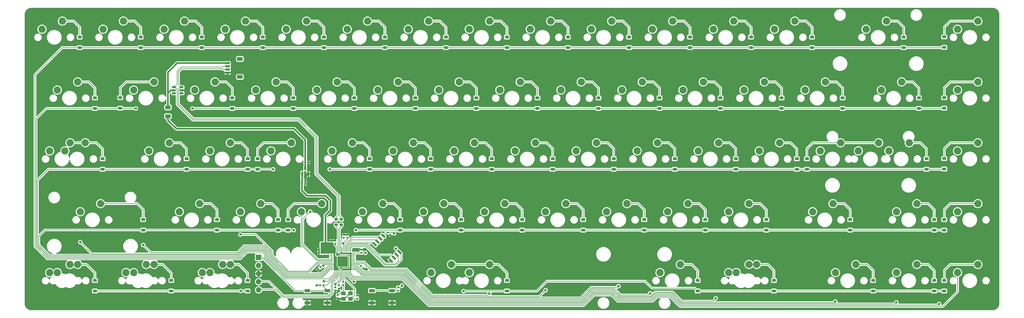
<source format=gbr>
%TF.GenerationSoftware,KiCad,Pcbnew,(6.0.8-1)-1*%
%TF.CreationDate,2022-12-25T10:37:34-08:00*%
%TF.ProjectId,bowiten65-rp2040,626f7769-7465-46e3-9635-2d7270323034,rev?*%
%TF.SameCoordinates,Original*%
%TF.FileFunction,Copper,L2,Bot*%
%TF.FilePolarity,Positive*%
%FSLAX46Y46*%
G04 Gerber Fmt 4.6, Leading zero omitted, Abs format (unit mm)*
G04 Created by KiCad (PCBNEW (6.0.8-1)-1) date 2022-12-25 10:37:34*
%MOMM*%
%LPD*%
G01*
G04 APERTURE LIST*
G04 Aperture macros list*
%AMRoundRect*
0 Rectangle with rounded corners*
0 $1 Rounding radius*
0 $2 $3 $4 $5 $6 $7 $8 $9 X,Y pos of 4 corners*
0 Add a 4 corners polygon primitive as box body*
4,1,4,$2,$3,$4,$5,$6,$7,$8,$9,$2,$3,0*
0 Add four circle primitives for the rounded corners*
1,1,$1+$1,$2,$3*
1,1,$1+$1,$4,$5*
1,1,$1+$1,$6,$7*
1,1,$1+$1,$8,$9*
0 Add four rect primitives between the rounded corners*
20,1,$1+$1,$2,$3,$4,$5,0*
20,1,$1+$1,$4,$5,$6,$7,0*
20,1,$1+$1,$6,$7,$8,$9,0*
20,1,$1+$1,$8,$9,$2,$3,0*%
G04 Aperture macros list end*
%TA.AperFunction,ComponentPad*%
%ADD10C,2.250000*%
%TD*%
%TA.AperFunction,SMDPad,CuDef*%
%ADD11R,1.200000X0.900000*%
%TD*%
%TA.AperFunction,SMDPad,CuDef*%
%ADD12RoundRect,0.140000X0.140000X0.170000X-0.140000X0.170000X-0.140000X-0.170000X0.140000X-0.170000X0*%
%TD*%
%TA.AperFunction,SMDPad,CuDef*%
%ADD13RoundRect,0.140000X-0.219203X-0.021213X-0.021213X-0.219203X0.219203X0.021213X0.021213X0.219203X0*%
%TD*%
%TA.AperFunction,SMDPad,CuDef*%
%ADD14R,1.700000X1.000000*%
%TD*%
%TA.AperFunction,SMDPad,CuDef*%
%ADD15RoundRect,0.150000X0.150000X-0.587500X0.150000X0.587500X-0.150000X0.587500X-0.150000X-0.587500X0*%
%TD*%
%TA.AperFunction,SMDPad,CuDef*%
%ADD16RoundRect,0.140000X-0.170000X0.140000X-0.170000X-0.140000X0.170000X-0.140000X0.170000X0.140000X0*%
%TD*%
%TA.AperFunction,SMDPad,CuDef*%
%ADD17RoundRect,0.135000X-0.135000X-0.185000X0.135000X-0.185000X0.135000X0.185000X-0.135000X0.185000X0*%
%TD*%
%TA.AperFunction,ComponentPad*%
%ADD18R,1.700000X1.700000*%
%TD*%
%TA.AperFunction,ComponentPad*%
%ADD19O,1.700000X1.700000*%
%TD*%
%TA.AperFunction,SMDPad,CuDef*%
%ADD20RoundRect,0.150000X0.475000X0.150000X-0.475000X0.150000X-0.475000X-0.150000X0.475000X-0.150000X0*%
%TD*%
%TA.AperFunction,SMDPad,CuDef*%
%ADD21RoundRect,0.200000X-0.275000X0.200000X-0.275000X-0.200000X0.275000X-0.200000X0.275000X0.200000X0*%
%TD*%
%TA.AperFunction,SMDPad,CuDef*%
%ADD22RoundRect,0.140000X-0.140000X-0.170000X0.140000X-0.170000X0.140000X0.170000X-0.140000X0.170000X0*%
%TD*%
%TA.AperFunction,SMDPad,CuDef*%
%ADD23RoundRect,0.140000X0.170000X-0.140000X0.170000X0.140000X-0.170000X0.140000X-0.170000X-0.140000X0*%
%TD*%
%TA.AperFunction,SMDPad,CuDef*%
%ADD24RoundRect,0.050000X0.387500X0.050000X-0.387500X0.050000X-0.387500X-0.050000X0.387500X-0.050000X0*%
%TD*%
%TA.AperFunction,SMDPad,CuDef*%
%ADD25RoundRect,0.050000X0.050000X0.387500X-0.050000X0.387500X-0.050000X-0.387500X0.050000X-0.387500X0*%
%TD*%
%TA.AperFunction,ComponentPad*%
%ADD26C,0.600000*%
%TD*%
%TA.AperFunction,SMDPad,CuDef*%
%ADD27RoundRect,0.144000X1.456000X1.456000X-1.456000X1.456000X-1.456000X-1.456000X1.456000X-1.456000X0*%
%TD*%
%TA.AperFunction,SMDPad,CuDef*%
%ADD28RoundRect,0.140000X-0.021213X0.219203X-0.219203X0.021213X0.021213X-0.219203X0.219203X-0.021213X0*%
%TD*%
%TA.AperFunction,SMDPad,CuDef*%
%ADD29R,1.400000X1.200000*%
%TD*%
%TA.AperFunction,SMDPad,CuDef*%
%ADD30RoundRect,0.135000X0.185000X-0.135000X0.185000X0.135000X-0.185000X0.135000X-0.185000X-0.135000X0*%
%TD*%
%TA.AperFunction,SMDPad,CuDef*%
%ADD31RoundRect,0.150000X-0.625000X0.150000X-0.625000X-0.150000X0.625000X-0.150000X0.625000X0.150000X0*%
%TD*%
%TA.AperFunction,SMDPad,CuDef*%
%ADD32RoundRect,0.250000X-0.650000X0.350000X-0.650000X-0.350000X0.650000X-0.350000X0.650000X0.350000X0*%
%TD*%
%TA.AperFunction,SMDPad,CuDef*%
%ADD33RoundRect,0.150000X0.565685X-0.353553X-0.353553X0.565685X-0.565685X0.353553X0.353553X-0.565685X0*%
%TD*%
%TA.AperFunction,SMDPad,CuDef*%
%ADD34RoundRect,0.250000X0.625000X-0.375000X0.625000X0.375000X-0.625000X0.375000X-0.625000X-0.375000X0*%
%TD*%
%TA.AperFunction,ViaPad*%
%ADD35C,0.800000*%
%TD*%
%TA.AperFunction,ViaPad*%
%ADD36C,0.600000*%
%TD*%
%TA.AperFunction,Conductor*%
%ADD37C,0.200000*%
%TD*%
%TA.AperFunction,Conductor*%
%ADD38C,0.500000*%
%TD*%
%TA.AperFunction,Conductor*%
%ADD39C,0.250000*%
%TD*%
G04 APERTURE END LIST*
D10*
%TO.P,MX53,1,COL*%
%TO.N,COL5*%
X154176952Y-165797452D03*
%TO.P,MX53,2,ROW*%
%TO.N,Net-(D53-Pad2)*%
X160526952Y-163257452D03*
%TD*%
%TO.P,MX29,1,COL*%
%TO.N,COL13*%
X297051952Y-127697452D03*
%TO.P,MX29,2,ROW*%
%TO.N,Net-(D29-Pad2)*%
X303401952Y-125157452D03*
%TD*%
%TO.P,MX57,1,COL*%
%TO.N,COL9*%
X230376952Y-165797452D03*
%TO.P,MX57,2,ROW*%
%TO.N,Net-(D57-Pad2)*%
X236726952Y-163257452D03*
%TD*%
%TO.P,MX68,1,COL*%
%TO.N,COL5*%
X156558202Y-184847452D03*
%TO.P,MX68,2,ROW*%
%TO.N,Net-(D69-Pad2)*%
X162908202Y-182307452D03*
%TD*%
%TO.P,MX56,1,COL*%
%TO.N,COL8*%
X211326952Y-165797452D03*
%TO.P,MX56,2,ROW*%
%TO.N,Net-(D56-Pad2)*%
X217676952Y-163257452D03*
%TD*%
%TO.P,MX74,1,COL*%
%TO.N,COL12*%
X301814452Y-184847452D03*
%TO.P,MX74,2,ROW*%
%TO.N,Net-(D74-Pad2)*%
X308164452Y-182307452D03*
%TD*%
%TO.P,MX66,1,COL*%
%TO.N,COL2*%
X85120702Y-184847452D03*
%TO.P,MX66,2,ROW*%
%TO.N,Net-(D67-Pad2)*%
X91470702Y-182307452D03*
%TD*%
%TO.P,MX24,1,COL*%
%TO.N,COL8*%
X197039452Y-127697452D03*
%TO.P,MX24,2,ROW*%
%TO.N,Net-(D24-Pad2)*%
X203389452Y-125157452D03*
%TD*%
%TO.P,MX39,1,COL*%
%TO.N,COL7*%
X182751952Y-146747452D03*
%TO.P,MX39,2,ROW*%
%TO.N,Net-(D39-Pad2)*%
X189101952Y-144207452D03*
%TD*%
%TO.P,MX49,1,COL*%
%TO.N,COL1*%
X77976952Y-165797452D03*
%TO.P,MX49,2,ROW*%
%TO.N,Net-(D49-Pad2)*%
X84326952Y-163257452D03*
%TD*%
%TO.P,MX42,1,COL*%
%TO.N,COL10*%
X239901952Y-146747452D03*
%TO.P,MX42,2,ROW*%
%TO.N,Net-(D42-Pad2)*%
X246251952Y-144207452D03*
%TD*%
%TO.P,MX20,1,COL*%
%TO.N,COL4*%
X120839452Y-127697452D03*
%TO.P,MX20,2,ROW*%
%TO.N,Net-(D20-Pad2)*%
X127189452Y-125157452D03*
%TD*%
%TO.P,MX10,1,COL*%
%TO.N,COL9*%
X206564452Y-108647452D03*
%TO.P,MX10,2,ROW*%
%TO.N,Net-(D10-Pad2)*%
X212914452Y-106107452D03*
%TD*%
%TO.P,MX72,1,COL*%
%TO.N,COL10*%
X251808202Y-184847452D03*
%TO.P,MX72,2,ROW*%
%TO.N,Net-(D72-Pad2)*%
X258158202Y-182307452D03*
%TD*%
%TO.P,MX38,1,COL*%
%TO.N,COL6*%
X163701952Y-146747452D03*
%TO.P,MX38,2,ROW*%
%TO.N,Net-(D38-Pad2)*%
X170051952Y-144207452D03*
%TD*%
%TO.P,MX70,1,COL*%
%TO.N,COL9*%
X227995702Y-184847452D03*
%TO.P,MX70,2,ROW*%
%TO.N,Net-(D70-Pad2)*%
X234345702Y-182307452D03*
%TD*%
%TO.P,MX43,1,COL*%
%TO.N,COL11*%
X258951952Y-146747452D03*
%TO.P,MX43,2,ROW*%
%TO.N,Net-(D43-Pad2)*%
X265301952Y-144207452D03*
%TD*%
%TO.P,MX7,1,COL*%
%TO.N,COL6*%
X149414452Y-108647452D03*
%TO.P,MX7,2,ROW*%
%TO.N,Net-(D7-Pad2)*%
X155764452Y-106107452D03*
%TD*%
%TO.P,MX11,1,COL*%
%TO.N,COL10*%
X225614452Y-108647452D03*
%TO.P,MX11,2,ROW*%
%TO.N,Net-(D11-Pad2)*%
X231964452Y-106107452D03*
%TD*%
%TO.P,MX71,1,COL*%
%TO.N,COL10*%
X249426952Y-184847452D03*
%TO.P,MX71,2,ROW*%
%TO.N,Net-(D72-Pad2)*%
X255776952Y-182307452D03*
%TD*%
%TO.P,MX37,1,COL*%
%TO.N,COL5*%
X144651952Y-146747452D03*
%TO.P,MX37,2,ROW*%
%TO.N,Net-(D37-Pad2)*%
X151001952Y-144207452D03*
%TD*%
%TO.P,MX36,1,COL*%
%TO.N,COL4*%
X125601952Y-146747452D03*
%TO.P,MX36,2,ROW*%
%TO.N,Net-(D36-Pad2)*%
X131951952Y-144207452D03*
%TD*%
%TO.P,MX40,1,COL*%
%TO.N,COL8*%
X201801952Y-146747452D03*
%TO.P,MX40,2,ROW*%
%TO.N,Net-(D40-Pad2)*%
X208151952Y-144207452D03*
%TD*%
%TO.P,MX50,1,COL*%
%TO.N,COL2*%
X97026952Y-165797452D03*
%TO.P,MX50,2,ROW*%
%TO.N,Net-(D50-Pad2)*%
X103376952Y-163257452D03*
%TD*%
%TO.P,MX59,1,COL*%
%TO.N,COL11*%
X275620702Y-165797452D03*
%TO.P,MX59,2,ROW*%
%TO.N,Net-(D59-Pad2)*%
X281970702Y-163257452D03*
%TD*%
%TO.P,MX25,1,COL*%
%TO.N,COL9*%
X216089452Y-127697452D03*
%TO.P,MX25,2,ROW*%
%TO.N,Net-(D25-Pad2)*%
X222439452Y-125157452D03*
%TD*%
%TO.P,MX33,1,COL*%
%TO.N,COL1*%
X68451952Y-146747452D03*
%TO.P,MX33,2,ROW*%
%TO.N,Net-(D33-Pad2)*%
X74801952Y-144207452D03*
%TD*%
%TO.P,MX69,1,COL*%
%TO.N,COL5*%
X168464452Y-184847452D03*
%TO.P,MX69,2,ROW*%
%TO.N,Net-(D69-Pad2)*%
X174814452Y-182307452D03*
%TD*%
%TO.P,MX65,1,COL*%
%TO.N,COL1*%
X63689452Y-184847452D03*
%TO.P,MX65,2,ROW*%
%TO.N,Net-(D65-Pad2)*%
X70039452Y-182307452D03*
%TD*%
%TO.P,MX26,1,COL*%
%TO.N,COL10*%
X235139452Y-127697452D03*
%TO.P,MX26,2,ROW*%
%TO.N,Net-(D26-Pad2)*%
X241489452Y-125157452D03*
%TD*%
%TO.P,MX16,1,COL*%
%TO.N,COL0*%
X39876952Y-127697452D03*
%TO.P,MX16,2,ROW*%
%TO.N,Net-(D16-Pad2)*%
X46226952Y-125157452D03*
%TD*%
%TO.P,MX52,1,COL*%
%TO.N,COL4*%
X135126952Y-165797452D03*
%TO.P,MX52,2,ROW*%
%TO.N,Net-(D52-Pad2)*%
X141476952Y-163257452D03*
%TD*%
%TO.P,MX45,1,COL*%
%TO.N,COL12*%
X289908202Y-146747452D03*
%TO.P,MX45,2,ROW*%
%TO.N,Net-(D45-Pad2)*%
X296258202Y-144207452D03*
%TD*%
%TO.P,MX22,1,COL*%
%TO.N,COL6*%
X158939452Y-127697452D03*
%TO.P,MX22,2,ROW*%
%TO.N,Net-(D22-Pad2)*%
X165289452Y-125157452D03*
%TD*%
%TO.P,MX32,1,COL*%
%TO.N,COL0*%
X42258202Y-146747452D03*
%TO.P,MX32,2,ROW*%
%TO.N,Net-(D32-Pad2)*%
X48608202Y-144207452D03*
%TD*%
%TO.P,MX6,1,COL*%
%TO.N,COL5*%
X130364452Y-108647452D03*
%TO.P,MX6,2,ROW*%
%TO.N,Net-(D6-Pad2)*%
X136714452Y-106107452D03*
%TD*%
%TO.P,MX48,1,COL*%
%TO.N,COL0*%
X47020702Y-165797452D03*
%TO.P,MX48,2,ROW*%
%TO.N,Net-(D48-Pad2)*%
X53370702Y-163257452D03*
%TD*%
%TO.P,MX51,1,COL*%
%TO.N,COL3*%
X116076952Y-165797452D03*
%TO.P,MX51,2,ROW*%
%TO.N,Net-(D51-Pad2)*%
X122426952Y-163257452D03*
%TD*%
%TO.P,MX34,1,COL*%
%TO.N,COL2*%
X87501952Y-146747452D03*
%TO.P,MX34,2,ROW*%
%TO.N,Net-(D34-Pad2)*%
X93851952Y-144207452D03*
%TD*%
%TO.P,MX73,1,COL*%
%TO.N,COL11*%
X282764452Y-184847452D03*
%TO.P,MX73,2,ROW*%
%TO.N,Net-(D73-Pad2)*%
X289114452Y-182307452D03*
%TD*%
%TO.P,MX14,1,COL*%
%TO.N,COL13*%
X292289452Y-108647452D03*
%TO.P,MX14,2,ROW*%
%TO.N,Net-(D14-Pad2)*%
X298639452Y-106107452D03*
%TD*%
%TO.P,MX64,1,COL*%
%TO.N,COL1*%
X61308202Y-184847452D03*
%TO.P,MX64,2,ROW*%
%TO.N,Net-(D65-Pad2)*%
X67658202Y-182307452D03*
%TD*%
%TO.P,MX61,1,COL*%
%TO.N,COL14*%
X320864452Y-165797452D03*
%TO.P,MX61,2,ROW*%
%TO.N,Net-(D61-Pad2)*%
X327214452Y-163257452D03*
%TD*%
%TO.P,MX2,1,COL*%
%TO.N,COL1*%
X54164452Y-108647452D03*
%TO.P,MX2,2,ROW*%
%TO.N,Net-(D2-Pad2)*%
X60514452Y-106107452D03*
%TD*%
%TO.P,MX47,1,COL*%
%TO.N,COL14*%
X320864452Y-146747452D03*
%TO.P,MX47,2,ROW*%
%TO.N,Net-(D47-Pad2)*%
X327214452Y-144207452D03*
%TD*%
%TO.P,MX62,1,COL*%
%TO.N,COL0*%
X37495702Y-184847452D03*
%TO.P,MX62,2,ROW*%
%TO.N,Net-(D63-Pad2)*%
X43845702Y-182307452D03*
%TD*%
%TO.P,MX60,1,COL*%
%TO.N,COL12*%
X301814452Y-165797452D03*
%TO.P,MX60,2,ROW*%
%TO.N,Net-(D60-Pad2)*%
X308164452Y-163257452D03*
%TD*%
%TO.P,MX46,1,COL*%
%TO.N,COL13*%
X299433202Y-146747452D03*
%TO.P,MX46,2,ROW*%
%TO.N,Net-(D46-Pad2)*%
X305783202Y-144207452D03*
%TD*%
%TO.P,MX30,1,COL*%
%TO.N,COL14*%
X320864452Y-127697452D03*
%TO.P,MX30,2,ROW*%
%TO.N,Net-(D30-Pad2)*%
X327214452Y-125157452D03*
%TD*%
%TO.P,MX4,1,COL*%
%TO.N,COL3*%
X92264452Y-108647452D03*
%TO.P,MX4,2,ROW*%
%TO.N,Net-(D4-Pad2)*%
X98614452Y-106107452D03*
%TD*%
%TO.P,MX12,1,COL*%
%TO.N,COL11*%
X244664452Y-108647452D03*
%TO.P,MX12,2,ROW*%
%TO.N,Net-(D12-Pad2)*%
X251014452Y-106107452D03*
%TD*%
%TO.P,MX18,1,COL*%
%TO.N,COL2*%
X82739452Y-127697452D03*
%TO.P,MX18,2,ROW*%
%TO.N,Net-(D18-Pad2)*%
X89089452Y-125157452D03*
%TD*%
%TO.P,MX23,1,COL*%
%TO.N,COL7*%
X177989452Y-127697452D03*
%TO.P,MX23,2,ROW*%
%TO.N,Net-(D23-Pad2)*%
X184339452Y-125157452D03*
%TD*%
%TO.P,MX21,1,COL*%
%TO.N,COL5*%
X139889452Y-127697452D03*
%TO.P,MX21,2,ROW*%
%TO.N,Net-(D21-Pad2)*%
X146239452Y-125157452D03*
%TD*%
%TO.P,MX63,1,COL*%
%TO.N,COL0*%
X39876952Y-184847452D03*
%TO.P,MX63,2,ROW*%
%TO.N,Net-(D63-Pad2)*%
X46226952Y-182307452D03*
%TD*%
%TO.P,MX9,1,COL*%
%TO.N,COL8*%
X187514452Y-108647452D03*
%TO.P,MX9,2,ROW*%
%TO.N,Net-(D9-Pad2)*%
X193864452Y-106107452D03*
%TD*%
%TO.P,MX27,1,COL*%
%TO.N,COL11*%
X254189452Y-127697452D03*
%TO.P,MX27,2,ROW*%
%TO.N,Net-(D27-Pad2)*%
X260539452Y-125157452D03*
%TD*%
%TO.P,MX28,1,COL*%
%TO.N,COL12*%
X273239452Y-127697452D03*
%TO.P,MX28,2,ROW*%
%TO.N,Net-(D28-Pad2)*%
X279589452Y-125157452D03*
%TD*%
%TO.P,MX15,1,COL*%
%TO.N,COL14*%
X320864452Y-108647452D03*
%TO.P,MX15,2,ROW*%
%TO.N,Net-(D15-Pad2)*%
X327214452Y-106107452D03*
%TD*%
%TO.P,MX17,1,COL*%
%TO.N,COL1*%
X63689452Y-127697452D03*
%TO.P,MX17,2,ROW*%
%TO.N,Net-(D17-Pad2)*%
X70039452Y-125157452D03*
%TD*%
%TO.P,MX44,1,COL*%
%TO.N,COL12*%
X278001952Y-146747452D03*
%TO.P,MX44,2,ROW*%
%TO.N,Net-(D45-Pad2)*%
X284351952Y-144207452D03*
%TD*%
%TO.P,MX54,1,COL*%
%TO.N,COL6*%
X173226952Y-165797452D03*
%TO.P,MX54,2,ROW*%
%TO.N,Net-(D54-Pad2)*%
X179576952Y-163257452D03*
%TD*%
%TO.P,MX75,1,COL*%
%TO.N,COL14*%
X320864452Y-184847452D03*
%TO.P,MX75,2,ROW*%
%TO.N,Net-(D75-Pad2)*%
X327214452Y-182307452D03*
%TD*%
%TO.P,MX1,1,COL*%
%TO.N,COL0*%
X35114452Y-108647452D03*
%TO.P,MX1,2,ROW*%
%TO.N,Net-(D1-Pad2)*%
X41464452Y-106107452D03*
%TD*%
%TO.P,MX5,1,COL*%
%TO.N,COL4*%
X111314452Y-108647452D03*
%TO.P,MX5,2,ROW*%
%TO.N,Net-(D5-Pad2)*%
X117664452Y-106107452D03*
%TD*%
%TO.P,MX58,1,COL*%
%TO.N,COL10*%
X249426952Y-165797452D03*
%TO.P,MX58,2,ROW*%
%TO.N,Net-(D58-Pad2)*%
X255776952Y-163257452D03*
%TD*%
%TO.P,MX19,1,COL*%
%TO.N,COL3*%
X101789452Y-127697452D03*
%TO.P,MX19,2,ROW*%
%TO.N,Net-(D19-Pad2)*%
X108139452Y-125157452D03*
%TD*%
%TO.P,MX67,1,COL*%
%TO.N,COL2*%
X87501952Y-184847452D03*
%TO.P,MX67,2,ROW*%
%TO.N,Net-(D67-Pad2)*%
X93851952Y-182307452D03*
%TD*%
%TO.P,MX8,1,COL*%
%TO.N,COL7*%
X168464452Y-108647452D03*
%TO.P,MX8,2,ROW*%
%TO.N,Net-(D8-Pad2)*%
X174814452Y-106107452D03*
%TD*%
%TO.P,MX35,1,COL*%
%TO.N,COL3*%
X106551952Y-146747452D03*
%TO.P,MX35,2,ROW*%
%TO.N,Net-(D35-Pad2)*%
X112901952Y-144207452D03*
%TD*%
%TO.P,MX3,1,COL*%
%TO.N,COL2*%
X73214452Y-108647452D03*
%TO.P,MX3,2,ROW*%
%TO.N,Net-(D3-Pad2)*%
X79564452Y-106107452D03*
%TD*%
%TO.P,MX31,1,COL*%
%TO.N,COL0*%
X37495702Y-146747452D03*
%TO.P,MX31,2,ROW*%
%TO.N,Net-(D32-Pad2)*%
X43845702Y-144207452D03*
%TD*%
%TO.P,MX55,1,COL*%
%TO.N,COL7*%
X192276952Y-165797452D03*
%TO.P,MX55,2,ROW*%
%TO.N,Net-(D55-Pad2)*%
X198626952Y-163257452D03*
%TD*%
%TO.P,MX13,1,COL*%
%TO.N,COL12*%
X263714452Y-108647452D03*
%TO.P,MX13,2,ROW*%
%TO.N,Net-(D13-Pad2)*%
X270064452Y-106107452D03*
%TD*%
%TO.P,MX41,1,COL*%
%TO.N,COL9*%
X220851952Y-146747452D03*
%TO.P,MX41,2,ROW*%
%TO.N,Net-(D41-Pad2)*%
X227201952Y-144207452D03*
%TD*%
D11*
%TO.P,D19,1,K*%
%TO.N,ROW1*%
X113536952Y-133474952D03*
%TO.P,D19,2,A*%
%TO.N,Net-(D19-Pad2)*%
X113536952Y-130174952D03*
%TD*%
%TO.P,D29,1,K*%
%TO.N,ROW1*%
X308799452Y-133474952D03*
%TO.P,D29,2,A*%
%TO.N,Net-(D29-Pad2)*%
X308799452Y-130174952D03*
%TD*%
%TO.P,D46,1,K*%
%TO.N,ROW2*%
X311180702Y-152524952D03*
%TO.P,D46,2,A*%
%TO.N,Net-(D46-Pad2)*%
X311180702Y-149224952D03*
%TD*%
%TO.P,D61,1,K*%
%TO.N,ROW3*%
X316706250Y-171574952D03*
%TO.P,D61,2,A*%
%TO.N,Net-(D61-Pad2)*%
X316706250Y-168274952D03*
%TD*%
D12*
%TO.P,C9,1*%
%TO.N,+3V3*%
X122501600Y-177647600D03*
%TO.P,C9,2*%
%TO.N,GND*%
X121541600Y-177647600D03*
%TD*%
D11*
%TO.P,D1,1,K*%
%TO.N,ROW0*%
X46861952Y-114424952D03*
%TO.P,D1,2,A*%
%TO.N,Net-(D1-Pad2)*%
X46861952Y-111124952D03*
%TD*%
D13*
%TO.P,C10,1*%
%TO.N,+3V3*%
X143085178Y-172295178D03*
%TO.P,C10,2*%
%TO.N,GND*%
X143764000Y-172974000D03*
%TD*%
D11*
%TO.P,D7,1,K*%
%TO.N,ROW0*%
X161161952Y-114424952D03*
%TO.P,D7,2,A*%
%TO.N,Net-(D7-Pad2)*%
X161161952Y-111124952D03*
%TD*%
%TO.P,D65,1,K*%
%TO.N,ROW4*%
X75436952Y-190624952D03*
%TO.P,D65,2,A*%
%TO.N,Net-(D65-Pad2)*%
X75436952Y-187324952D03*
%TD*%
D14*
%TO.P,SW2,1,1*%
%TO.N,RESET*%
X117881000Y-190510000D03*
X124181000Y-190510000D03*
%TO.P,SW2,2,2*%
%TO.N,GND*%
X117881000Y-194310000D03*
X124181000Y-194310000D03*
%TD*%
D11*
%TO.P,D9,1,K*%
%TO.N,ROW0*%
X199261952Y-114424952D03*
%TO.P,D9,2,A*%
%TO.N,Net-(D9-Pad2)*%
X199261952Y-111124952D03*
%TD*%
%TO.P,D72,1,K*%
%TO.N,ROW4*%
X263555702Y-190624952D03*
%TO.P,D72,2,A*%
%TO.N,Net-(D72-Pad2)*%
X263555702Y-187324952D03*
%TD*%
D15*
%TO.P,U4,1,GND*%
%TO.N,GND*%
X118200000Y-153986500D03*
%TO.P,U4,2,VO*%
%TO.N,+3V3*%
X116300000Y-153986500D03*
%TO.P,U4,3,VI*%
%TO.N,+5V*%
X117250000Y-152111500D03*
%TD*%
D11*
%TO.P,D45,1,K*%
%TO.N,ROW2*%
X273843750Y-152524952D03*
%TO.P,D45,2,A*%
%TO.N,Net-(D45-Pad2)*%
X273843750Y-149224952D03*
%TD*%
D16*
%TO.P,C8,1*%
%TO.N,+1V1*%
X126619000Y-189512000D03*
%TO.P,C8,2*%
%TO.N,GND*%
X126619000Y-190472000D03*
%TD*%
D11*
%TO.P,D13,1,K*%
%TO.N,ROW0*%
X275461952Y-114424952D03*
%TO.P,D13,2,A*%
%TO.N,Net-(D13-Pad2)*%
X275461952Y-111124952D03*
%TD*%
%TO.P,D55,1,K*%
%TO.N,ROW3*%
X204024452Y-171574952D03*
%TO.P,D55,2,A*%
%TO.N,Net-(D55-Pad2)*%
X204024452Y-168274952D03*
%TD*%
%TO.P,D8,1,K*%
%TO.N,ROW0*%
X180211952Y-114424952D03*
%TO.P,D8,2,A*%
%TO.N,Net-(D8-Pad2)*%
X180211952Y-111124952D03*
%TD*%
%TO.P,D35,1,K*%
%TO.N,ROW2*%
X102393750Y-152524952D03*
%TO.P,D35,2,A*%
%TO.N,Net-(D35-Pad2)*%
X102393750Y-149224952D03*
%TD*%
D17*
%TO.P,R1,1*%
%TO.N,+3V3*%
X121918000Y-188854000D03*
%TO.P,R1,2*%
%TO.N,RESET*%
X122938000Y-188854000D03*
%TD*%
D18*
%TO.P,J2,1,Pin_1*%
%TO.N,RESET*%
X102718000Y-180116000D03*
D19*
%TO.P,J2,2,Pin_2*%
%TO.N,+3V3*%
X102718000Y-182656000D03*
%TO.P,J2,3,Pin_3*%
%TO.N,GND*%
X102718000Y-185196000D03*
%TO.P,J2,4,Pin_4*%
%TO.N,SWDIO*%
X102718000Y-187736000D03*
%TO.P,J2,5,Pin_5*%
%TO.N,SWCLK*%
X102718000Y-190276000D03*
%TD*%
D13*
%TO.P,C16,1*%
%TO.N,+3V3*%
X134686989Y-182845389D03*
%TO.P,C16,2*%
%TO.N,GND*%
X135365811Y-183524211D03*
%TD*%
D11*
%TO.P,D32,1,K*%
%TO.N,ROW2*%
X54005702Y-152524952D03*
%TO.P,D32,2,A*%
%TO.N,Net-(D32-Pad2)*%
X54005702Y-149224952D03*
%TD*%
%TO.P,D5,1,K*%
%TO.N,ROW0*%
X123061952Y-114424952D03*
%TO.P,D5,2,A*%
%TO.N,Net-(D5-Pad2)*%
X123061952Y-111124952D03*
%TD*%
%TO.P,D20,1,K*%
%TO.N,ROW1*%
X132586952Y-133474952D03*
%TO.P,D20,2,A*%
%TO.N,Net-(D20-Pad2)*%
X132586952Y-130174952D03*
%TD*%
D20*
%TO.P,U3,1,IO1*%
%TO.N,D+*%
X78645000Y-126812000D03*
%TO.P,U3,2,VN*%
%TO.N,GND*%
X78645000Y-127762000D03*
%TO.P,U3,3,IO2*%
%TO.N,unconnected-(U3-Pad3)*%
X78645000Y-128712000D03*
%TO.P,U3,4,IO3*%
%TO.N,unconnected-(U3-Pad4)*%
X76295000Y-128712000D03*
%TO.P,U3,5,VP*%
%TO.N,VBUS*%
X76295000Y-127762000D03*
%TO.P,U3,6,IO4*%
%TO.N,D-*%
X76295000Y-126812000D03*
%TD*%
D21*
%TO.P,R2,1*%
%TO.N,D+*%
X128524000Y-168212000D03*
%TO.P,R2,2*%
%TO.N,Net-(R2-Pad2)*%
X128524000Y-169862000D03*
%TD*%
D11*
%TO.P,D37,1,K*%
%TO.N,ROW2*%
X156399452Y-152524952D03*
%TO.P,D37,2,A*%
%TO.N,Net-(D37-Pad2)*%
X156399452Y-149224952D03*
%TD*%
%TO.P,D17,1,K*%
%TO.N,ROW1*%
X59531250Y-133412500D03*
%TO.P,D17,2,A*%
%TO.N,Net-(D17-Pad2)*%
X59531250Y-130112500D03*
%TD*%
%TO.P,D14,1,K*%
%TO.N,ROW0*%
X304036952Y-114424952D03*
%TO.P,D14,2,A*%
%TO.N,Net-(D14-Pad2)*%
X304036952Y-111124952D03*
%TD*%
%TO.P,D56,1,K*%
%TO.N,ROW3*%
X223074452Y-171574952D03*
%TO.P,D56,2,A*%
%TO.N,Net-(D56-Pad2)*%
X223074452Y-168274952D03*
%TD*%
%TO.P,D58,1,K*%
%TO.N,ROW3*%
X261174452Y-171574952D03*
%TO.P,D58,2,A*%
%TO.N,Net-(D58-Pad2)*%
X261174452Y-168274952D03*
%TD*%
D22*
%TO.P,C17,1*%
%TO.N,+3V3*%
X116262000Y-155843000D03*
%TO.P,C17,2*%
%TO.N,GND*%
X117222000Y-155843000D03*
%TD*%
D11*
%TO.P,D2,1,K*%
%TO.N,ROW0*%
X65911952Y-114424952D03*
%TO.P,D2,2,A*%
%TO.N,Net-(D2-Pad2)*%
X65911952Y-111124952D03*
%TD*%
%TO.P,D38,1,K*%
%TO.N,ROW2*%
X175449452Y-152524952D03*
%TO.P,D38,2,A*%
%TO.N,Net-(D38-Pad2)*%
X175449452Y-149224952D03*
%TD*%
D23*
%TO.P,C6,1*%
%TO.N,+1V1*%
X130429000Y-173962000D03*
%TO.P,C6,2*%
%TO.N,GND*%
X130429000Y-173002000D03*
%TD*%
D11*
%TO.P,D75,1,K*%
%TO.N,ROW4*%
X316706250Y-190624952D03*
%TO.P,D75,2,A*%
%TO.N,Net-(D75-Pad2)*%
X316706250Y-187324952D03*
%TD*%
D23*
%TO.P,C14,1*%
%TO.N,+3V3*%
X134747000Y-178661000D03*
%TO.P,C14,2*%
%TO.N,GND*%
X134747000Y-177701000D03*
%TD*%
D11*
%TO.P,D11,1,K*%
%TO.N,ROW0*%
X237361952Y-114424952D03*
%TO.P,D11,2,A*%
%TO.N,Net-(D11-Pad2)*%
X237361952Y-111124952D03*
%TD*%
%TO.P,D23,1,K*%
%TO.N,ROW1*%
X189736952Y-133474952D03*
%TO.P,D23,2,A*%
%TO.N,Net-(D23-Pad2)*%
X189736952Y-130174952D03*
%TD*%
%TO.P,D3,1,K*%
%TO.N,ROW0*%
X84961952Y-114424952D03*
%TO.P,D3,2,A*%
%TO.N,Net-(D3-Pad2)*%
X84961952Y-111124952D03*
%TD*%
%TO.P,D63,1,K*%
%TO.N,ROW4*%
X51624452Y-190624952D03*
%TO.P,D63,2,A*%
%TO.N,Net-(D63-Pad2)*%
X51624452Y-187324952D03*
%TD*%
%TO.P,D33,1,K*%
%TO.N,ROW2*%
X80199452Y-152524952D03*
%TO.P,D33,2,A*%
%TO.N,Net-(D33-Pad2)*%
X80199452Y-149224952D03*
%TD*%
%TO.P,D16,1,K*%
%TO.N,ROW1*%
X51624452Y-133474952D03*
%TO.P,D16,2,A*%
%TO.N,Net-(D16-Pad2)*%
X51624452Y-130174952D03*
%TD*%
%TO.P,D41,1,K*%
%TO.N,ROW2*%
X232599452Y-152524952D03*
%TO.P,D41,2,A*%
%TO.N,Net-(D41-Pad2)*%
X232599452Y-149224952D03*
%TD*%
%TO.P,D67,1,K*%
%TO.N,ROW4*%
X99249452Y-190624952D03*
%TO.P,D67,2,A*%
%TO.N,Net-(D67-Pad2)*%
X99249452Y-187324952D03*
%TD*%
%TO.P,D70,1,K*%
%TO.N,ROW4*%
X239743202Y-190624952D03*
%TO.P,D70,2,A*%
%TO.N,Net-(D70-Pad2)*%
X239743202Y-187324952D03*
%TD*%
D23*
%TO.P,C4,1*%
%TO.N,GND*%
X127381000Y-192885000D03*
%TO.P,C4,2*%
%TO.N,Net-(C4-Pad2)*%
X127381000Y-191925000D03*
%TD*%
D11*
%TO.P,D47,1,K*%
%TO.N,ROW2*%
X316706250Y-152462500D03*
%TO.P,D47,2,A*%
%TO.N,Net-(D47-Pad2)*%
X316706250Y-149162500D03*
%TD*%
%TO.P,D59,1,K*%
%TO.N,ROW3*%
X287368202Y-171574952D03*
%TO.P,D59,2,A*%
%TO.N,Net-(D59-Pad2)*%
X287368202Y-168274952D03*
%TD*%
D24*
%TO.P,U1,1,IOVDD*%
%TO.N,+3V3*%
X132342500Y-178756000D03*
%TO.P,U1,2,GPIO0*%
%TO.N,unconnected-(U1-Pad2)*%
X132342500Y-179156000D03*
%TO.P,U1,3,GPIO1*%
%TO.N,unconnected-(U1-Pad3)*%
X132342500Y-179556000D03*
%TO.P,U1,4,GPIO2*%
%TO.N,unconnected-(U1-Pad4)*%
X132342500Y-179956000D03*
%TO.P,U1,5,GPIO3*%
%TO.N,unconnected-(U1-Pad5)*%
X132342500Y-180356000D03*
%TO.P,U1,6,GPIO4*%
%TO.N,unconnected-(U1-Pad6)*%
X132342500Y-180756000D03*
%TO.P,U1,7,GPIO5*%
%TO.N,unconnected-(U1-Pad7)*%
X132342500Y-181156000D03*
%TO.P,U1,8,GPIO6*%
%TO.N,COL6*%
X132342500Y-181556000D03*
%TO.P,U1,9,GPIO7*%
%TO.N,COL7*%
X132342500Y-181956000D03*
%TO.P,U1,10,IOVDD*%
%TO.N,+3V3*%
X132342500Y-182356000D03*
%TO.P,U1,11,GPIO8*%
%TO.N,COL8*%
X132342500Y-182756000D03*
%TO.P,U1,12,GPIO9*%
%TO.N,COL9*%
X132342500Y-183156000D03*
%TO.P,U1,13,GPIO10*%
%TO.N,COL10*%
X132342500Y-183556000D03*
%TO.P,U1,14,GPIO11*%
%TO.N,COL11*%
X132342500Y-183956000D03*
D25*
%TO.P,U1,15,GPIO12*%
%TO.N,COL12*%
X131505000Y-184793500D03*
%TO.P,U1,16,GPIO13*%
%TO.N,COL13*%
X131105000Y-184793500D03*
%TO.P,U1,17,GPIO14*%
%TO.N,COL14*%
X130705000Y-184793500D03*
%TO.P,U1,18,GPIO15*%
%TO.N,COL5*%
X130305000Y-184793500D03*
%TO.P,U1,19,TESTEN*%
%TO.N,GND*%
X129905000Y-184793500D03*
%TO.P,U1,20,XTAL_IN*%
%TO.N,XTAL_IN*%
X129505000Y-184793500D03*
%TO.P,U1,21,XTAL_OUT*%
%TO.N,XTAL_OUT*%
X129105000Y-184793500D03*
%TO.P,U1,22,IOVDD*%
%TO.N,+3V3*%
X128705000Y-184793500D03*
%TO.P,U1,23,DVDD*%
%TO.N,+1V1*%
X128305000Y-184793500D03*
%TO.P,U1,24,SWCLK*%
%TO.N,SWCLK*%
X127905000Y-184793500D03*
%TO.P,U1,25,SWDIO*%
%TO.N,SWDIO*%
X127505000Y-184793500D03*
%TO.P,U1,26,~{RUN}*%
%TO.N,RESET*%
X127105000Y-184793500D03*
%TO.P,U1,27,GPIO16*%
%TO.N,ROW4*%
X126705000Y-184793500D03*
%TO.P,U1,28,GPIO17*%
%TO.N,ROW0*%
X126305000Y-184793500D03*
D24*
%TO.P,U1,29,GPIO18*%
%TO.N,ROW1*%
X125467500Y-183956000D03*
%TO.P,U1,30,GPIO19*%
%TO.N,ROW2*%
X125467500Y-183556000D03*
%TO.P,U1,31,GPIO20*%
%TO.N,ROW3*%
X125467500Y-183156000D03*
%TO.P,U1,32,GPIO21*%
%TO.N,COL0*%
X125467500Y-182756000D03*
%TO.P,U1,33,IOVDD*%
%TO.N,+3V3*%
X125467500Y-182356000D03*
%TO.P,U1,34,GPIO22*%
%TO.N,COL1*%
X125467500Y-181956000D03*
%TO.P,U1,35,GPIO23*%
%TO.N,COL2*%
X125467500Y-181556000D03*
%TO.P,U1,36,GPIO24*%
%TO.N,COL3*%
X125467500Y-181156000D03*
%TO.P,U1,37,GPIO25*%
%TO.N,COL4*%
X125467500Y-180756000D03*
%TO.P,U1,38,GPIO26/ADC0*%
%TO.N,unconnected-(U1-Pad38)*%
X125467500Y-180356000D03*
%TO.P,U1,39,GPIO27/ADC1*%
%TO.N,unconnected-(U1-Pad39)*%
X125467500Y-179956000D03*
%TO.P,U1,40,GPIO28/ADC2*%
%TO.N,unconnected-(U1-Pad40)*%
X125467500Y-179556000D03*
%TO.P,U1,41,GPIO29/ADC3*%
%TO.N,unconnected-(U1-Pad41)*%
X125467500Y-179156000D03*
%TO.P,U1,42,IOVDD*%
%TO.N,+3V3*%
X125467500Y-178756000D03*
D25*
%TO.P,U1,43,ADC_AVDD*%
X126305000Y-177918500D03*
%TO.P,U1,44,VREG_VIN*%
X126705000Y-177918500D03*
%TO.P,U1,45,VREG_VOUT*%
%TO.N,+1V1*%
X127105000Y-177918500D03*
%TO.P,U1,46,D-*%
%TO.N,Net-(R3-Pad2)*%
X127505000Y-177918500D03*
%TO.P,U1,47,D+*%
%TO.N,Net-(R2-Pad2)*%
X127905000Y-177918500D03*
%TO.P,U1,48,USB_VDD*%
%TO.N,+3V3*%
X128305000Y-177918500D03*
%TO.P,U1,49,IOVDD*%
X128705000Y-177918500D03*
%TO.P,U1,50,DVDD*%
%TO.N,+1V1*%
X129105000Y-177918500D03*
%TO.P,U1,51,QSPI_SD3*%
%TO.N,SD3*%
X129505000Y-177918500D03*
%TO.P,U1,52,QSPI_SCLK*%
%TO.N,QSPI_CLK*%
X129905000Y-177918500D03*
%TO.P,U1,53,QSPI_SD0*%
%TO.N,SD0*%
X130305000Y-177918500D03*
%TO.P,U1,54,QSPI_SD2*%
%TO.N,SD2*%
X130705000Y-177918500D03*
%TO.P,U1,55,QSPI_SD1*%
%TO.N,SD1*%
X131105000Y-177918500D03*
%TO.P,U1,56,QSPI_SS_N*%
%TO.N,CS*%
X131505000Y-177918500D03*
D26*
%TO.P,U1,57,GND*%
%TO.N,GND*%
X130180000Y-182631000D03*
X130180000Y-180081000D03*
X130180000Y-181356000D03*
X127630000Y-180081000D03*
X128905000Y-182631000D03*
X128905000Y-180081000D03*
X128905000Y-181356000D03*
X127630000Y-182631000D03*
D27*
X128905000Y-181356000D03*
D26*
X127630000Y-181356000D03*
%TD*%
D12*
%TO.P,C7,1*%
%TO.N,+3V3*%
X122501600Y-178714400D03*
%TO.P,C7,2*%
%TO.N,GND*%
X121541600Y-178714400D03*
%TD*%
D22*
%TO.P,C1,1*%
%TO.N,+3V3*%
X116262000Y-157113000D03*
%TO.P,C1,2*%
%TO.N,GND*%
X117222000Y-157113000D03*
%TD*%
D11*
%TO.P,D4,1,K*%
%TO.N,ROW0*%
X104011952Y-114424952D03*
%TO.P,D4,2,A*%
%TO.N,Net-(D4-Pad2)*%
X104011952Y-111124952D03*
%TD*%
%TO.P,D52,1,K*%
%TO.N,ROW3*%
X146874452Y-171574952D03*
%TO.P,D52,2,A*%
%TO.N,Net-(D52-Pad2)*%
X146874452Y-168274952D03*
%TD*%
%TO.P,D74,1,K*%
%TO.N,ROW4*%
X313561952Y-190624952D03*
%TO.P,D74,2,A*%
%TO.N,Net-(D74-Pad2)*%
X313561952Y-187324952D03*
%TD*%
%TO.P,D53,1,K*%
%TO.N,ROW3*%
X165924452Y-171574952D03*
%TO.P,D53,2,A*%
%TO.N,Net-(D53-Pad2)*%
X165924452Y-168274952D03*
%TD*%
%TO.P,D25,1,K*%
%TO.N,ROW1*%
X227836952Y-133474952D03*
%TO.P,D25,2,A*%
%TO.N,Net-(D25-Pad2)*%
X227836952Y-130174952D03*
%TD*%
%TO.P,D73,1,K*%
%TO.N,ROW4*%
X294511952Y-190624952D03*
%TO.P,D73,2,A*%
%TO.N,Net-(D73-Pad2)*%
X294511952Y-187324952D03*
%TD*%
D28*
%TO.P,C11,1*%
%TO.N,+3V3*%
X122005411Y-183175589D03*
%TO.P,C11,2*%
%TO.N,GND*%
X121326589Y-183854411D03*
%TD*%
D11*
%TO.P,D28,1,K*%
%TO.N,ROW1*%
X284986952Y-133474952D03*
%TO.P,D28,2,A*%
%TO.N,Net-(D28-Pad2)*%
X284986952Y-130174952D03*
%TD*%
%TO.P,D22,1,K*%
%TO.N,ROW1*%
X170686952Y-133474952D03*
%TO.P,D22,2,A*%
%TO.N,Net-(D22-Pad2)*%
X170686952Y-130174952D03*
%TD*%
%TO.P,D26,1,K*%
%TO.N,ROW1*%
X246886952Y-133474952D03*
%TO.P,D26,2,A*%
%TO.N,Net-(D26-Pad2)*%
X246886952Y-130174952D03*
%TD*%
%TO.P,D6,1,K*%
%TO.N,ROW0*%
X142111952Y-114424952D03*
%TO.P,D6,2,A*%
%TO.N,Net-(D6-Pad2)*%
X142111952Y-111124952D03*
%TD*%
%TO.P,D43,1,K*%
%TO.N,ROW2*%
X270699452Y-152524952D03*
%TO.P,D43,2,A*%
%TO.N,Net-(D43-Pad2)*%
X270699452Y-149224952D03*
%TD*%
D14*
%TO.P,SW1,1,1*%
%TO.N,GND*%
X144374000Y-194310000D03*
X138074000Y-194310000D03*
%TO.P,SW1,2,2*%
%TO.N,Net-(R4-Pad1)*%
X144374000Y-190510000D03*
X138074000Y-190510000D03*
%TD*%
D11*
%TO.P,D15,1,K*%
%TO.N,ROW0*%
X316706250Y-114362500D03*
%TO.P,D15,2,A*%
%TO.N,Net-(D15-Pad2)*%
X316706250Y-111062500D03*
%TD*%
%TO.P,D27,1,K*%
%TO.N,ROW1*%
X265936952Y-133474952D03*
%TO.P,D27,2,A*%
%TO.N,Net-(D27-Pad2)*%
X265936952Y-130174952D03*
%TD*%
D16*
%TO.P,C12,1*%
%TO.N,+3V3*%
X127762000Y-188877000D03*
%TO.P,C12,2*%
%TO.N,GND*%
X127762000Y-189837000D03*
%TD*%
D11*
%TO.P,D51,1,K*%
%TO.N,ROW3*%
X111918750Y-171574952D03*
%TO.P,D51,2,A*%
%TO.N,Net-(D51-Pad2)*%
X111918750Y-168274952D03*
%TD*%
D23*
%TO.P,C13,1*%
%TO.N,+3V3*%
X129286000Y-173962000D03*
%TO.P,C13,2*%
%TO.N,GND*%
X129286000Y-173002000D03*
%TD*%
D11*
%TO.P,D48,1,K*%
%TO.N,ROW3*%
X66675000Y-171574952D03*
%TO.P,D48,2,A*%
%TO.N,Net-(D48-Pad2)*%
X66675000Y-168274952D03*
%TD*%
%TO.P,D60,1,K*%
%TO.N,ROW3*%
X313561952Y-171574952D03*
%TO.P,D60,2,A*%
%TO.N,Net-(D60-Pad2)*%
X313561952Y-168274952D03*
%TD*%
D29*
%TO.P,Y1,1,1*%
%TO.N,Net-(C4-Pad2)*%
X129184400Y-191340000D03*
%TO.P,Y1,2,2*%
%TO.N,GND*%
X131384400Y-191340000D03*
%TO.P,Y1,3,3*%
%TO.N,XTAL_IN*%
X131384400Y-193040000D03*
%TO.P,Y1,4,4*%
%TO.N,GND*%
X129184400Y-193040000D03*
%TD*%
D23*
%TO.P,C5,1*%
%TO.N,+3V3*%
X125349000Y-175867000D03*
%TO.P,C5,2*%
%TO.N,GND*%
X125349000Y-174907000D03*
%TD*%
%TO.P,C2,1*%
%TO.N,+1V1*%
X126619000Y-175867000D03*
%TO.P,C2,2*%
%TO.N,GND*%
X126619000Y-174907000D03*
%TD*%
D11*
%TO.P,D40,1,K*%
%TO.N,ROW2*%
X213549452Y-152524952D03*
%TO.P,D40,2,A*%
%TO.N,Net-(D40-Pad2)*%
X213549452Y-149224952D03*
%TD*%
%TO.P,D18,1,K*%
%TO.N,ROW1*%
X94486952Y-133474952D03*
%TO.P,D18,2,A*%
%TO.N,Net-(D18-Pad2)*%
X94486952Y-130174952D03*
%TD*%
%TO.P,D57,1,K*%
%TO.N,ROW3*%
X242124452Y-171574952D03*
%TO.P,D57,2,A*%
%TO.N,Net-(D57-Pad2)*%
X242124452Y-168274952D03*
%TD*%
D30*
%TO.P,R4,1*%
%TO.N,Net-(R4-Pad1)*%
X146253200Y-190502000D03*
%TO.P,R4,2*%
%TO.N,CS*%
X146253200Y-189482000D03*
%TD*%
D31*
%TO.P,J1,1,Pin_1*%
%TO.N,VBUS*%
X92996000Y-119277000D03*
%TO.P,J1,2,Pin_2*%
%TO.N,D-*%
X92996000Y-120277000D03*
%TO.P,J1,3,Pin_3*%
%TO.N,D+*%
X92996000Y-121277000D03*
%TO.P,J1,4,Pin_4*%
%TO.N,GND*%
X92996000Y-122277000D03*
D32*
%TO.P,J1,MP*%
%TO.N,N/C*%
X96871000Y-123577000D03*
X96871000Y-117977000D03*
%TD*%
D11*
%TO.P,D42,1,K*%
%TO.N,ROW2*%
X251649452Y-152524952D03*
%TO.P,D42,2,A*%
%TO.N,Net-(D42-Pad2)*%
X251649452Y-149224952D03*
%TD*%
D22*
%TO.P,C15,1*%
%TO.N,+5V*%
X117249000Y-150368000D03*
%TO.P,C15,2*%
%TO.N,GND*%
X118209000Y-150368000D03*
%TD*%
D11*
%TO.P,D24,1,K*%
%TO.N,ROW1*%
X208786952Y-133474952D03*
%TO.P,D24,2,A*%
%TO.N,Net-(D24-Pad2)*%
X208786952Y-130174952D03*
%TD*%
%TO.P,D12,1,K*%
%TO.N,ROW0*%
X256411952Y-114424952D03*
%TO.P,D12,2,A*%
%TO.N,Net-(D12-Pad2)*%
X256411952Y-111124952D03*
%TD*%
D33*
%TO.P,U2,1,~{CS}*%
%TO.N,CS*%
X146682212Y-178405135D03*
%TO.P,U2,2,DO(IO1)*%
%TO.N,SD1*%
X145784186Y-179303161D03*
%TO.P,U2,3,IO2*%
%TO.N,SD2*%
X144886161Y-180201186D03*
%TO.P,U2,4,GND*%
%TO.N,GND*%
X143988135Y-181099212D03*
%TO.P,U2,5,DI(IO0)*%
%TO.N,SD0*%
X138896966Y-176008043D03*
%TO.P,U2,6,CLK*%
%TO.N,QSPI_CLK*%
X139794992Y-175110017D03*
%TO.P,U2,7,IO3*%
%TO.N,SD3*%
X140693017Y-174211992D03*
%TO.P,U2,8,VCC*%
%TO.N,+3V3*%
X141591043Y-173313966D03*
%TD*%
D16*
%TO.P,C3,1*%
%TO.N,GND*%
X133477000Y-192079200D03*
%TO.P,C3,2*%
%TO.N,XTAL_IN*%
X133477000Y-193039200D03*
%TD*%
D21*
%TO.P,R3,1*%
%TO.N,D-*%
X126873000Y-168212000D03*
%TO.P,R3,2*%
%TO.N,Net-(R3-Pad2)*%
X126873000Y-169862000D03*
%TD*%
D34*
%TO.P,F1,1*%
%TO.N,+5V*%
X74422000Y-135893000D03*
%TO.P,F1,2*%
%TO.N,VBUS*%
X74422000Y-133093000D03*
%TD*%
D11*
%TO.P,D39,1,K*%
%TO.N,ROW2*%
X194499452Y-152524952D03*
%TO.P,D39,2,A*%
%TO.N,Net-(D39-Pad2)*%
X194499452Y-149224952D03*
%TD*%
%TO.P,D69,1,K*%
%TO.N,ROW4*%
X180211952Y-190624952D03*
%TO.P,D69,2,A*%
%TO.N,Net-(D69-Pad2)*%
X180211952Y-187324952D03*
%TD*%
%TO.P,D49,1,K*%
%TO.N,ROW3*%
X89724452Y-171574952D03*
%TO.P,D49,2,A*%
%TO.N,Net-(D49-Pad2)*%
X89724452Y-168274952D03*
%TD*%
%TO.P,D21,1,K*%
%TO.N,ROW1*%
X151636952Y-133474952D03*
%TO.P,D21,2,A*%
%TO.N,Net-(D21-Pad2)*%
X151636952Y-130174952D03*
%TD*%
%TO.P,D10,1,K*%
%TO.N,ROW0*%
X218311952Y-114424952D03*
%TO.P,D10,2,A*%
%TO.N,Net-(D10-Pad2)*%
X218311952Y-111124952D03*
%TD*%
%TO.P,D54,1,K*%
%TO.N,ROW3*%
X184974452Y-171574952D03*
%TO.P,D54,2,A*%
%TO.N,Net-(D54-Pad2)*%
X184974452Y-168274952D03*
%TD*%
D30*
%TO.P,R5,1*%
%TO.N,Net-(C4-Pad2)*%
X129082800Y-188722000D03*
%TO.P,R5,2*%
%TO.N,XTAL_OUT*%
X129082800Y-187702000D03*
%TD*%
D11*
%TO.P,D36,1,K*%
%TO.N,ROW2*%
X137349452Y-152524952D03*
%TO.P,D36,2,A*%
%TO.N,Net-(D36-Pad2)*%
X137349452Y-149224952D03*
%TD*%
%TO.P,D30,1,K*%
%TO.N,ROW1*%
X316706250Y-133412500D03*
%TO.P,D30,2,A*%
%TO.N,Net-(D30-Pad2)*%
X316706250Y-130112500D03*
%TD*%
%TO.P,D34,1,K*%
%TO.N,ROW2*%
X99249452Y-152524952D03*
%TO.P,D34,2,A*%
%TO.N,Net-(D34-Pad2)*%
X99249452Y-149224952D03*
%TD*%
%TO.P,D50,1,K*%
%TO.N,ROW3*%
X108774452Y-171574952D03*
%TO.P,D50,2,A*%
%TO.N,Net-(D50-Pad2)*%
X108774452Y-168274952D03*
%TD*%
D35*
%TO.N,COL0*%
X47020702Y-175322452D03*
%TO.N,COL1*%
X66675000Y-176212500D03*
%TO.N,COL2*%
X97026952Y-172941202D03*
%TO.N,COL4*%
X118821200Y-165785800D03*
%TO.N,ROW1*%
X82039952Y-133477000D03*
X64388952Y-133477000D03*
%TO.N,ROW2*%
X124902452Y-152527000D03*
X107251452Y-152527000D03*
%TO.N,ROW3*%
X133096000Y-171577000D03*
X113665000Y-171577000D03*
%TO.N,ROW4*%
X166674800Y-190652400D03*
X123088400Y-187604400D03*
X97155000Y-190627000D03*
%TO.N,+3V3*%
X145034000Y-172593000D03*
X136017000Y-178689000D03*
X120904000Y-188849000D03*
X122936000Y-182655500D03*
%TO.N,GND*%
X290830000Y-163068000D03*
X95885000Y-135382000D03*
X182626000Y-139446000D03*
X130810000Y-189484000D03*
X91186000Y-122301000D03*
X284861000Y-136525000D03*
X270764000Y-185928000D03*
X44577000Y-157861000D03*
X38989000Y-167513000D03*
X135763000Y-157734000D03*
X197485000Y-159004000D03*
X78359000Y-185420000D03*
X90170000Y-143256000D03*
X252603000Y-122301000D03*
X217932000Y-182499000D03*
X178054000Y-176911000D03*
X143383000Y-160147000D03*
X232156000Y-160528000D03*
X62992000Y-121158000D03*
X241808000Y-183515000D03*
X330581000Y-162941000D03*
X50546000Y-120904000D03*
X220599000Y-139573000D03*
X229870000Y-119761000D03*
X36068000Y-141478000D03*
X240157000Y-139192000D03*
X125857000Y-106299000D03*
X150876000Y-178308000D03*
X284861000Y-110363000D03*
X133604000Y-177800000D03*
X77851000Y-136525000D03*
X207264000Y-156210000D03*
X85598000Y-194437000D03*
X237744000Y-155448000D03*
X266700000Y-166497000D03*
X87884000Y-107061000D03*
X118745000Y-136017000D03*
X120523000Y-177673000D03*
X254635000Y-156845000D03*
X211709000Y-118491000D03*
X318516000Y-177419000D03*
X295275000Y-140589000D03*
X136398000Y-183844500D03*
X58928000Y-157734000D03*
X49784000Y-106553000D03*
X307594000Y-192913000D03*
X327660000Y-176276000D03*
X142367000Y-180213000D03*
X133477000Y-190061314D03*
X271399000Y-118872000D03*
X228473000Y-139446000D03*
X100711000Y-118491000D03*
X224282000Y-178816000D03*
X157607000Y-159131000D03*
X296799000Y-119380000D03*
X145796000Y-107950000D03*
X249301000Y-137668000D03*
X162814000Y-140716000D03*
X161290000Y-120142000D03*
X120523000Y-119761000D03*
X98171000Y-158115000D03*
X242443000Y-105791000D03*
X78994000Y-159004000D03*
X281432000Y-175006000D03*
X294386000Y-193421000D03*
X158242000Y-176149000D03*
X181737000Y-120396000D03*
X200406000Y-120777000D03*
X237490000Y-175514000D03*
X259588000Y-118618000D03*
X136017000Y-139573000D03*
X179832000Y-159004000D03*
X120269000Y-184277000D03*
X330962000Y-153416000D03*
X258064000Y-139573000D03*
X296291000Y-180467000D03*
X191135000Y-139446000D03*
X80264000Y-127762000D03*
X318389000Y-157480000D03*
X55245000Y-185166000D03*
X34925000Y-129032000D03*
X125857000Y-192913000D03*
X112522000Y-157480000D03*
X136296400Y-194310000D03*
X164719000Y-105156000D03*
X149225000Y-138811000D03*
X32258000Y-115189000D03*
X129286000Y-139192000D03*
X37211000Y-191262000D03*
X69723000Y-139192000D03*
X264414000Y-192786000D03*
X201422000Y-104394000D03*
X309245000Y-178308000D03*
X330327000Y-194310000D03*
X169545000Y-139446000D03*
X214122000Y-158496000D03*
X164338000Y-178308000D03*
X203581000Y-178562000D03*
X149352000Y-121285000D03*
X143891000Y-139573000D03*
X313055000Y-142240000D03*
X149860000Y-155956000D03*
X331978000Y-117475000D03*
X58801000Y-144399000D03*
X311531000Y-160655000D03*
X268859000Y-139319000D03*
X77851000Y-175133000D03*
X187579000Y-180086000D03*
X299593000Y-158369000D03*
X60325000Y-193675000D03*
X272542000Y-157099000D03*
X53594000Y-138811000D03*
X127381000Y-121793000D03*
X106045000Y-185039000D03*
X192278000Y-156210000D03*
X241173000Y-118618000D03*
X289052000Y-127762000D03*
X118237000Y-149098000D03*
X332232000Y-137033000D03*
X105283000Y-120777000D03*
X221234000Y-108331000D03*
X170180000Y-156591000D03*
X196850000Y-184023000D03*
X305435000Y-136906000D03*
X131445000Y-172974000D03*
X70485000Y-117221000D03*
X201041000Y-139573000D03*
X220091000Y-120904000D03*
X39878000Y-121793000D03*
X256032000Y-174244000D03*
X207137000Y-139446000D03*
X140462000Y-119507000D03*
X313436000Y-122047000D03*
X199009000Y-189611000D03*
X126619000Y-173863000D03*
%TO.N,+1V1*%
X126619000Y-188468000D03*
X129105000Y-175695000D03*
D36*
X128336877Y-183455500D03*
X127793955Y-179256500D03*
D35*
%TO.N,CS*%
X145542000Y-177292000D03*
X147472400Y-188925200D03*
%TO.N,COL5*%
X132489165Y-187703235D03*
%TO.N,COL6*%
X174752000Y-191389000D03*
%TO.N,COL7*%
X192278000Y-190373000D03*
%TO.N,COL8*%
X215011000Y-189103000D03*
%TO.N,COL9*%
X224917000Y-191351900D03*
%TO.N,COL10*%
X245364000Y-192913000D03*
%TO.N,COL11*%
X282702000Y-193929000D03*
%TO.N,COL12*%
X301752000Y-194183000D03*
%TO.N,COL13*%
X315087000Y-194691000D03*
%TD*%
D37*
%TO.N,COL0*%
X125467500Y-182756000D02*
X124537942Y-182756000D01*
X98403117Y-176835000D02*
X96244116Y-178994000D01*
X96244116Y-178994000D02*
X50692250Y-178994000D01*
X124537942Y-182756000D02*
X122076942Y-185217000D01*
X106121000Y-179624570D02*
X106121000Y-178407259D01*
X122076942Y-185217000D02*
X111713430Y-185217000D01*
X111713430Y-185217000D02*
X106121000Y-179624570D01*
X50692250Y-178994000D02*
X47020702Y-175322452D01*
X106121000Y-178407259D02*
X104548744Y-176835001D01*
X104548744Y-176835001D02*
X98403117Y-176835000D01*
%TO.N,Net-(D1-Pad2)*%
X46861952Y-111124952D02*
X46861952Y-107980702D01*
X44988702Y-106107452D02*
X41464452Y-106107452D01*
X46861952Y-107980702D02*
X44988702Y-106107452D01*
%TO.N,Net-(D2-Pad2)*%
X65911952Y-111124952D02*
X65911952Y-107980702D01*
X64038702Y-106107452D02*
X60514452Y-106107452D01*
X65911952Y-107980702D02*
X64038702Y-106107452D01*
%TO.N,Net-(D3-Pad2)*%
X84961952Y-107980702D02*
X83088702Y-106107452D01*
X83088702Y-106107452D02*
X79564452Y-106107452D01*
X84961952Y-111124952D02*
X84961952Y-107980702D01*
%TO.N,Net-(D4-Pad2)*%
X102138702Y-106107452D02*
X98614452Y-106107452D01*
X104011952Y-107980702D02*
X102138702Y-106107452D01*
X104011952Y-111124952D02*
X104011952Y-107980702D01*
%TO.N,Net-(D5-Pad2)*%
X123061952Y-107980702D02*
X121188702Y-106107452D01*
X121188702Y-106107452D02*
X117664452Y-106107452D01*
X123061952Y-111124952D02*
X123061952Y-107980702D01*
%TO.N,Net-(D6-Pad2)*%
X140238702Y-106107452D02*
X136714452Y-106107452D01*
X142111952Y-107980702D02*
X140238702Y-106107452D01*
X142111952Y-111124952D02*
X142111952Y-107980702D01*
%TO.N,Net-(D7-Pad2)*%
X159288702Y-106107452D02*
X155764452Y-106107452D01*
X161161952Y-107980702D02*
X159288702Y-106107452D01*
X161161952Y-111124952D02*
X161161952Y-107980702D01*
%TO.N,Net-(D8-Pad2)*%
X180211952Y-111124952D02*
X180211952Y-107980702D01*
X178338702Y-106107452D02*
X174814452Y-106107452D01*
X180211952Y-107980702D02*
X178338702Y-106107452D01*
%TO.N,Net-(D9-Pad2)*%
X197388702Y-106107452D02*
X193864452Y-106107452D01*
X199261952Y-111124952D02*
X199261952Y-107980702D01*
X199261952Y-107980702D02*
X197388702Y-106107452D01*
%TO.N,Net-(D10-Pad2)*%
X218311952Y-111124952D02*
X218311952Y-107980702D01*
X216438702Y-106107452D02*
X212914452Y-106107452D01*
X218311952Y-107980702D02*
X216438702Y-106107452D01*
%TO.N,Net-(D11-Pad2)*%
X235488702Y-106107452D02*
X231964452Y-106107452D01*
X237361952Y-111124952D02*
X237361952Y-107980702D01*
X237361952Y-107980702D02*
X235488702Y-106107452D01*
%TO.N,Net-(D12-Pad2)*%
X256411952Y-111124952D02*
X256411952Y-107980702D01*
X254538702Y-106107452D02*
X251014452Y-106107452D01*
X256411952Y-107980702D02*
X254538702Y-106107452D01*
%TO.N,Net-(D13-Pad2)*%
X275461952Y-111124952D02*
X275461952Y-107980702D01*
X275461952Y-107980702D02*
X273588702Y-106107452D01*
X273588702Y-106107452D02*
X270064452Y-106107452D01*
%TO.N,Net-(D14-Pad2)*%
X304036952Y-111124952D02*
X304036952Y-107980702D01*
X304036952Y-107980702D02*
X302163702Y-106107452D01*
X302163702Y-106107452D02*
X298639452Y-106107452D01*
%TO.N,Net-(D15-Pad2)*%
X318610202Y-106107452D02*
X327214452Y-106107452D01*
X316736952Y-107980702D02*
X318610202Y-106107452D01*
X316736952Y-111124952D02*
X316736952Y-107980702D01*
%TO.N,COL1*%
X96078430Y-178594000D02*
X69056500Y-178594000D01*
X69056500Y-178594000D02*
X66675000Y-176212500D01*
X104714429Y-176435001D02*
X98237431Y-176435000D01*
X125467500Y-181956000D02*
X121193000Y-181956000D01*
X121193000Y-181956000D02*
X118332000Y-184817000D01*
X106521000Y-178241573D02*
X104714429Y-176435001D01*
X106521000Y-179458884D02*
X106521000Y-178241573D01*
X111879116Y-184817000D02*
X106521000Y-179458884D01*
X98237431Y-176435000D02*
X96078430Y-178594000D01*
X118332000Y-184817000D02*
X111879116Y-184817000D01*
%TO.N,Net-(D16-Pad2)*%
X49751202Y-125157452D02*
X46226952Y-125157452D01*
X51624452Y-130174952D02*
X51624452Y-127030702D01*
X51624452Y-127030702D02*
X49751202Y-125157452D01*
%TO.N,Net-(D17-Pad2)*%
X59531250Y-127000000D02*
X61373798Y-125157452D01*
X59531250Y-130174952D02*
X59531250Y-127000000D01*
X61373798Y-125157452D02*
X70039452Y-125157452D01*
%TO.N,Net-(D18-Pad2)*%
X94486952Y-130174952D02*
X94486952Y-127030702D01*
X92613702Y-125157452D02*
X89089452Y-125157452D01*
X94486952Y-127030702D02*
X92613702Y-125157452D01*
%TO.N,Net-(D19-Pad2)*%
X113506250Y-130112500D02*
X113506250Y-127000000D01*
X113506250Y-127000000D02*
X111663702Y-125157452D01*
X111663702Y-125157452D02*
X108139452Y-125157452D01*
%TO.N,Net-(D20-Pad2)*%
X132586952Y-130174952D02*
X132586952Y-127030702D01*
X132586952Y-127030702D02*
X130713702Y-125157452D01*
X130713702Y-125157452D02*
X127189452Y-125157452D01*
%TO.N,Net-(D21-Pad2)*%
X149763702Y-125157452D02*
X146239452Y-125157452D01*
X151636952Y-130174952D02*
X151636952Y-127030702D01*
X151636952Y-127030702D02*
X149763702Y-125157452D01*
%TO.N,Net-(D22-Pad2)*%
X168813702Y-125157452D02*
X165289452Y-125157452D01*
X170686952Y-127030702D02*
X168813702Y-125157452D01*
X170686952Y-130174952D02*
X170686952Y-127030702D01*
%TO.N,Net-(D23-Pad2)*%
X189736952Y-127030702D02*
X187863702Y-125157452D01*
X189736952Y-130174952D02*
X189736952Y-127030702D01*
X187863702Y-125157452D02*
X184339452Y-125157452D01*
%TO.N,Net-(D24-Pad2)*%
X208786952Y-130174952D02*
X208786952Y-127030702D01*
X206913702Y-125157452D02*
X203389452Y-125157452D01*
X208786952Y-127030702D02*
X206913702Y-125157452D01*
%TO.N,Net-(D25-Pad2)*%
X225963702Y-125157452D02*
X222439452Y-125157452D01*
X227836952Y-127030702D02*
X225963702Y-125157452D01*
X227836952Y-130174952D02*
X227836952Y-127030702D01*
%TO.N,Net-(D26-Pad2)*%
X246886952Y-127030702D02*
X245013702Y-125157452D01*
X245013702Y-125157452D02*
X241489452Y-125157452D01*
X246886952Y-130174952D02*
X246886952Y-127030702D01*
%TO.N,Net-(D27-Pad2)*%
X265936952Y-130174952D02*
X265936952Y-127030702D01*
X264063702Y-125157452D02*
X260539452Y-125157452D01*
X265936952Y-127030702D02*
X264063702Y-125157452D01*
%TO.N,Net-(D28-Pad2)*%
X284986952Y-127030702D02*
X283113702Y-125157452D01*
X284986952Y-130174952D02*
X284986952Y-127030702D01*
X283113702Y-125157452D02*
X279589452Y-125157452D01*
%TO.N,Net-(D29-Pad2)*%
X306926202Y-125157452D02*
X303401952Y-125157452D01*
X308799452Y-127030702D02*
X306926202Y-125157452D01*
X308799452Y-130174952D02*
X308799452Y-127030702D01*
%TO.N,Net-(D30-Pad2)*%
X316736952Y-130174952D02*
X316736952Y-127030702D01*
X318610202Y-125157452D02*
X327214452Y-125157452D01*
X316736952Y-127030702D02*
X318610202Y-125157452D01*
%TO.N,COL2*%
X125467500Y-181556000D02*
X121027314Y-181556000D01*
X118166314Y-184417000D02*
X112044802Y-184417000D01*
X112044802Y-184417000D02*
X106921000Y-179293198D01*
X106921000Y-178075887D02*
X101786315Y-172941202D01*
X106921000Y-179293198D02*
X106921000Y-178075887D01*
X121027314Y-181556000D02*
X118166314Y-184417000D01*
X101786315Y-172941202D02*
X97026952Y-172941202D01*
%TO.N,Net-(D32-Pad2)*%
X52132452Y-144207452D02*
X48608202Y-144207452D01*
X54005702Y-149224952D02*
X54005702Y-146080702D01*
X54005702Y-146080702D02*
X52132452Y-144207452D01*
X48608202Y-144207452D02*
X43845702Y-144207452D01*
%TO.N,Net-(D33-Pad2)*%
X78326202Y-144207452D02*
X74801952Y-144207452D01*
X80199452Y-149224952D02*
X80199452Y-146080702D01*
X80199452Y-146080702D02*
X78326202Y-144207452D01*
%TO.N,Net-(D34-Pad2)*%
X99249452Y-146080702D02*
X97376202Y-144207452D01*
X97376202Y-144207452D02*
X93851952Y-144207452D01*
X99249452Y-149224952D02*
X99249452Y-146080702D01*
%TO.N,Net-(D35-Pad2)*%
X102393750Y-146050000D02*
X104236298Y-144207452D01*
X102393750Y-149162500D02*
X102393750Y-146050000D01*
X104236298Y-144207452D02*
X112901952Y-144207452D01*
%TO.N,Net-(D36-Pad2)*%
X137349452Y-149224952D02*
X137349452Y-146080702D01*
X135476202Y-144207452D02*
X131951952Y-144207452D01*
X137349452Y-146080702D02*
X135476202Y-144207452D01*
%TO.N,Net-(D37-Pad2)*%
X154526202Y-144207452D02*
X151001952Y-144207452D01*
X156399452Y-149224952D02*
X156399452Y-146080702D01*
X156399452Y-146080702D02*
X154526202Y-144207452D01*
%TO.N,Net-(D38-Pad2)*%
X173576202Y-144207452D02*
X170051952Y-144207452D01*
X175449452Y-149224952D02*
X175449452Y-146080702D01*
X175449452Y-146080702D02*
X173576202Y-144207452D01*
%TO.N,Net-(D39-Pad2)*%
X192626202Y-144207452D02*
X189101952Y-144207452D01*
X194499452Y-146080702D02*
X192626202Y-144207452D01*
X194499452Y-149224952D02*
X194499452Y-146080702D01*
%TO.N,Net-(D40-Pad2)*%
X211676202Y-144207452D02*
X208151952Y-144207452D01*
X213549452Y-149224952D02*
X213549452Y-146080702D01*
X213549452Y-146080702D02*
X211676202Y-144207452D01*
%TO.N,Net-(D41-Pad2)*%
X230726202Y-144207452D02*
X227201952Y-144207452D01*
X232599452Y-149224952D02*
X232599452Y-146080702D01*
X232599452Y-146080702D02*
X230726202Y-144207452D01*
%TO.N,Net-(D42-Pad2)*%
X249776202Y-144207452D02*
X246251952Y-144207452D01*
X251649452Y-149224952D02*
X251649452Y-146080702D01*
X251649452Y-146080702D02*
X249776202Y-144207452D01*
%TO.N,Net-(D43-Pad2)*%
X268826202Y-144207452D02*
X265301952Y-144207452D01*
X270699452Y-149224952D02*
X270699452Y-146080702D01*
X270699452Y-146080702D02*
X268826202Y-144207452D01*
%TO.N,COL3*%
X116076952Y-176240295D02*
X116076952Y-165797452D01*
X125467500Y-181156000D02*
X120992657Y-181156000D01*
X120992657Y-181156000D02*
X116076952Y-176240295D01*
%TO.N,Net-(D46-Pad2)*%
X309307452Y-144207452D02*
X305783202Y-144207452D01*
X311180702Y-146080702D02*
X309307452Y-144207452D01*
X311180702Y-149224952D02*
X311180702Y-146080702D01*
%TO.N,Net-(D47-Pad2)*%
X316736952Y-146080702D02*
X318610202Y-144207452D01*
X316736952Y-149224952D02*
X316736952Y-146080702D01*
X318610202Y-144207452D02*
X327214452Y-144207452D01*
%TO.N,Net-(D48-Pad2)*%
X66675000Y-165100000D02*
X64832452Y-163257452D01*
X66675000Y-168212500D02*
X66675000Y-165100000D01*
X64832452Y-163257452D02*
X53370702Y-163257452D01*
%TO.N,Net-(D49-Pad2)*%
X89724452Y-165130702D02*
X87851202Y-163257452D01*
X87851202Y-163257452D02*
X84326952Y-163257452D01*
X89724452Y-168274952D02*
X89724452Y-165130702D01*
%TO.N,Net-(D50-Pad2)*%
X108774452Y-165130702D02*
X106901202Y-163257452D01*
X106901202Y-163257452D02*
X103376952Y-163257452D01*
X108774452Y-168274952D02*
X108774452Y-165130702D01*
%TO.N,Net-(D51-Pad2)*%
X113761298Y-163257452D02*
X122426952Y-163257452D01*
X111918750Y-165100000D02*
X113761298Y-163257452D01*
X111918750Y-168212500D02*
X111918750Y-165100000D01*
%TO.N,Net-(D52-Pad2)*%
X146874452Y-168274952D02*
X146874452Y-165130702D01*
X145001202Y-163257452D02*
X141476952Y-163257452D01*
X146874452Y-165130702D02*
X145001202Y-163257452D01*
%TO.N,Net-(D53-Pad2)*%
X165924452Y-168274952D02*
X165924452Y-165130702D01*
X165924452Y-165130702D02*
X164051202Y-163257452D01*
X164051202Y-163257452D02*
X160526952Y-163257452D01*
%TO.N,Net-(D54-Pad2)*%
X183101202Y-163257452D02*
X179576952Y-163257452D01*
X184974452Y-165130702D02*
X183101202Y-163257452D01*
X184974452Y-168274952D02*
X184974452Y-165130702D01*
%TO.N,Net-(D55-Pad2)*%
X204024452Y-168274952D02*
X204024452Y-165130702D01*
X204024452Y-165130702D02*
X202151202Y-163257452D01*
X202151202Y-163257452D02*
X198626952Y-163257452D01*
%TO.N,Net-(D56-Pad2)*%
X223074452Y-165130702D02*
X221201202Y-163257452D01*
X223074452Y-168274952D02*
X223074452Y-165130702D01*
X221201202Y-163257452D02*
X217676952Y-163257452D01*
%TO.N,Net-(D57-Pad2)*%
X242124452Y-168274952D02*
X242124452Y-165130702D01*
X240251202Y-163257452D02*
X236726952Y-163257452D01*
X242124452Y-165130702D02*
X240251202Y-163257452D01*
%TO.N,Net-(D58-Pad2)*%
X261174452Y-165130702D02*
X259301202Y-163257452D01*
X259301202Y-163257452D02*
X255776952Y-163257452D01*
X261174452Y-168274952D02*
X261174452Y-165130702D01*
%TO.N,COL4*%
X121158343Y-180756000D02*
X116476952Y-176074609D01*
X116476952Y-168130048D02*
X118821200Y-165785800D01*
X125467500Y-180756000D02*
X121158343Y-180756000D01*
X116476952Y-176074609D02*
X116476952Y-168130048D01*
%TO.N,Net-(D59-Pad2)*%
X287368202Y-165130702D02*
X285494952Y-163257452D01*
X285494952Y-163257452D02*
X281970702Y-163257452D01*
X287368202Y-168274952D02*
X287368202Y-165130702D01*
%TO.N,Net-(D60-Pad2)*%
X311688702Y-163257452D02*
X308164452Y-163257452D01*
X313561952Y-168274952D02*
X313561952Y-165130702D01*
X313561952Y-165130702D02*
X311688702Y-163257452D01*
%TO.N,Net-(D61-Pad2)*%
X318610202Y-163257452D02*
X327214452Y-163257452D01*
X316736952Y-165130702D02*
X318610202Y-163257452D01*
X316736952Y-168274952D02*
X316736952Y-165130702D01*
%TO.N,Net-(D63-Pad2)*%
X46226952Y-182307452D02*
X43845702Y-182307452D01*
X48957452Y-182307452D02*
X46226952Y-182307452D01*
X51624452Y-184974452D02*
X48957452Y-182307452D01*
X51624452Y-187324952D02*
X51624452Y-184974452D01*
%TO.N,Net-(D65-Pad2)*%
X75436952Y-187324952D02*
X75436952Y-184974452D01*
X75436952Y-184974452D02*
X72769952Y-182307452D01*
X70039452Y-182307452D02*
X67658202Y-182307452D01*
X72769952Y-182307452D02*
X70039452Y-182307452D01*
%TO.N,Net-(D67-Pad2)*%
X96582452Y-182307452D02*
X93851952Y-182307452D01*
X99249452Y-187324952D02*
X99249452Y-184974452D01*
X93851952Y-182307452D02*
X91470702Y-182307452D01*
X99249452Y-184974452D02*
X96582452Y-182307452D01*
%TO.N,ROW0*%
X32893000Y-122936000D02*
X41404048Y-114424952D01*
X32893000Y-176657000D02*
X32893000Y-122936000D01*
X199261952Y-114424952D02*
X218311952Y-114424952D01*
X104521000Y-179070000D02*
X103886000Y-178435000D01*
X180211952Y-114424952D02*
X199261952Y-114424952D01*
X103886000Y-178435000D02*
X99065858Y-178435000D01*
X36830000Y-180594000D02*
X32893000Y-176657000D01*
X104011952Y-114424952D02*
X84961952Y-114424952D01*
X275461952Y-114424952D02*
X304036952Y-114424952D01*
X126305000Y-185263678D02*
X124751678Y-186817000D01*
X111050686Y-186817000D02*
X104521000Y-180287314D01*
X126305000Y-184793500D02*
X126305000Y-185263678D01*
X41404048Y-114424952D02*
X46861952Y-114424952D01*
X124751678Y-186817000D02*
X111050686Y-186817000D01*
X65911952Y-114424952D02*
X84961952Y-114424952D01*
X218311952Y-114424952D02*
X237361952Y-114424952D01*
X99065858Y-178435000D02*
X96906858Y-180594000D01*
X104011952Y-114424952D02*
X123061952Y-114424952D01*
X304036952Y-114424952D02*
X316736952Y-114424952D01*
X161161952Y-114424952D02*
X180211952Y-114424952D01*
X104521000Y-180287314D02*
X104521000Y-179070000D01*
X46861952Y-114424952D02*
X65911952Y-114424952D01*
X256411952Y-114424952D02*
X275461952Y-114424952D01*
X123061952Y-114424952D02*
X142111952Y-114424952D01*
X237361952Y-114424952D02*
X256411952Y-114424952D01*
X142111952Y-114424952D02*
X161161952Y-114424952D01*
X96906858Y-180594000D02*
X36830000Y-180594000D01*
%TO.N,ROW1*%
X64386904Y-133474952D02*
X64388952Y-133477000D01*
X104051686Y-178035000D02*
X104921000Y-178904315D01*
X33293000Y-136633000D02*
X33293000Y-176491314D01*
X104921000Y-178904315D02*
X104921000Y-180121628D01*
X308799452Y-133474952D02*
X316736952Y-133474952D01*
X51624452Y-133474952D02*
X36451048Y-133474952D01*
X36451048Y-133474952D02*
X33293000Y-136633000D01*
X122574000Y-186417000D02*
X125035000Y-183956000D01*
X189736952Y-133474952D02*
X208786952Y-133474952D01*
X59531250Y-133474952D02*
X64386904Y-133474952D01*
X113568702Y-133474952D02*
X113506250Y-133412500D01*
X98900173Y-178035000D02*
X104051686Y-178035000D01*
X265936952Y-133474952D02*
X284986952Y-133474952D01*
X208786952Y-133474952D02*
X227836952Y-133474952D01*
X94486952Y-133474952D02*
X113443798Y-133474952D01*
X82042000Y-133474952D02*
X94486952Y-133474952D01*
X113443798Y-133474952D02*
X113506250Y-133412500D01*
X132586952Y-133474952D02*
X113568702Y-133474952D01*
X125035000Y-183956000D02*
X125467500Y-183956000D01*
X151636952Y-133474952D02*
X170686952Y-133474952D01*
X51624452Y-133474952D02*
X59531250Y-133474952D01*
X284986952Y-133474952D02*
X308799452Y-133474952D01*
X170686952Y-133474952D02*
X189736952Y-133474952D01*
X96741172Y-180194000D02*
X98900173Y-178035000D01*
X227836952Y-133474952D02*
X246886952Y-133474952D01*
X132586952Y-133474952D02*
X151636952Y-133474952D01*
X36995687Y-180194000D02*
X96741172Y-180194000D01*
X246886952Y-133474952D02*
X265936952Y-133474952D01*
X111216372Y-186417000D02*
X122574000Y-186417000D01*
X33293000Y-176491314D02*
X36995687Y-180194000D01*
X104921000Y-180121628D02*
X111216372Y-186417000D01*
X82039952Y-133477000D02*
X82042000Y-133474952D01*
%TO.N,ROW2*%
X107251452Y-152527000D02*
X107186952Y-152462500D01*
X102393750Y-152462500D02*
X99311904Y-152462500D01*
X232599452Y-152524952D02*
X213549452Y-152524952D01*
X37161372Y-179794000D02*
X96575487Y-179794000D01*
X105321000Y-179955942D02*
X111382058Y-186017000D01*
X137349452Y-152524952D02*
X124904500Y-152524952D01*
X99249452Y-152524952D02*
X80199452Y-152524952D01*
X213549452Y-152524952D02*
X175449452Y-152524952D01*
X80199452Y-152524952D02*
X54005702Y-152524952D01*
X99311904Y-152462500D02*
X99249452Y-152524952D01*
X107186952Y-152462500D02*
X102393750Y-152462500D01*
X316736952Y-152524952D02*
X301655702Y-152524952D01*
X122408314Y-186017000D02*
X124869314Y-183556000D01*
X124904500Y-152524952D02*
X124902452Y-152527000D01*
X96575487Y-179794000D02*
X98734488Y-177635000D01*
X111382058Y-186017000D02*
X122408314Y-186017000D01*
X270699452Y-152524952D02*
X251649452Y-152524952D01*
X105321000Y-178738630D02*
X105321000Y-179955942D01*
X301655702Y-152524952D02*
X270699452Y-152524952D01*
X98734488Y-177635000D02*
X104217372Y-177635000D01*
X251649452Y-152524952D02*
X232599452Y-152524952D01*
X156399452Y-152524952D02*
X137349452Y-152524952D01*
X124869314Y-183556000D02*
X125467500Y-183556000D01*
X175449452Y-152524952D02*
X156399452Y-152524952D01*
X33693000Y-155918000D02*
X33693000Y-176325628D01*
X54005702Y-152524952D02*
X37086048Y-152524952D01*
X33693000Y-176325628D02*
X37161372Y-179794000D01*
X104217372Y-177635000D02*
X105321000Y-178738630D01*
X37086048Y-152524952D02*
X33693000Y-155918000D01*
%TO.N,ROW3*%
X184974452Y-171574952D02*
X204024452Y-171574952D01*
X113600500Y-171512500D02*
X113665000Y-171577000D01*
X37327058Y-179394000D02*
X96409801Y-179394000D01*
X96409801Y-179394000D02*
X98568803Y-177235000D01*
X165924452Y-171574952D02*
X184974452Y-171574952D01*
X122242628Y-185617000D02*
X124703628Y-183156000D01*
X108774452Y-171574952D02*
X111856298Y-171574952D01*
X34093000Y-176159942D02*
X37327058Y-179394000D01*
X89724452Y-171574952D02*
X89662000Y-171512500D01*
X105721000Y-178572945D02*
X105721000Y-179790256D01*
X261174452Y-171574952D02*
X287368202Y-171574952D01*
X111856298Y-171574952D02*
X111918750Y-171512500D01*
X133096000Y-171577000D02*
X146872404Y-171577000D01*
X124703628Y-183156000D02*
X125467500Y-183156000D01*
X313561952Y-171574952D02*
X316736952Y-171574952D01*
X146872404Y-171577000D02*
X146874452Y-171574952D01*
X242124452Y-171574952D02*
X261174452Y-171574952D01*
X287368202Y-171574952D02*
X313561952Y-171574952D01*
X98568803Y-177235000D02*
X104383058Y-177235001D01*
X111547744Y-185617000D02*
X122242628Y-185617000D01*
X34093000Y-173425000D02*
X34093000Y-176159942D01*
X223074452Y-171574952D02*
X242124452Y-171574952D01*
X89724452Y-171574952D02*
X108774452Y-171574952D01*
X36005500Y-171512500D02*
X34093000Y-173425000D01*
X105721000Y-179790256D02*
X111547744Y-185617000D01*
X104383058Y-177235001D02*
X105721000Y-178572945D01*
X146874452Y-171574952D02*
X165924452Y-171574952D01*
X204024452Y-171574952D02*
X223074452Y-171574952D01*
X89662000Y-171512500D02*
X36005500Y-171512500D01*
X111918750Y-171512500D02*
X113600500Y-171512500D01*
%TO.N,ROW4*%
X97157048Y-190624952D02*
X99249452Y-190624952D01*
X223393000Y-187579000D02*
X192659000Y-187579000D01*
X239743202Y-190624952D02*
X238856250Y-189738000D01*
X294511952Y-190624952D02*
X263555702Y-190624952D01*
X97155000Y-190627000D02*
X97152952Y-190624952D01*
X313561952Y-190624952D02*
X294511952Y-190624952D01*
X126705000Y-185429364D02*
X126705000Y-184793500D01*
X263555702Y-190624952D02*
X239743202Y-190624952D01*
X192659000Y-187579000D02*
X189585600Y-190652400D01*
X189585600Y-190652400D02*
X166674800Y-190652400D01*
X124529964Y-187604400D02*
X126705000Y-185429364D01*
X123088400Y-187604400D02*
X124529964Y-187604400D01*
X238856250Y-189738000D02*
X225552000Y-189738000D01*
X97152952Y-190624952D02*
X51624452Y-190624952D01*
X316736952Y-190624952D02*
X313561952Y-190624952D01*
X225552000Y-189738000D02*
X223393000Y-187579000D01*
X97155000Y-190627000D02*
X97157048Y-190624952D01*
D38*
%TO.N,+3V3*%
X117856000Y-160782000D02*
X123571000Y-160782000D01*
D37*
X136017000Y-178689000D02*
X134775000Y-178689000D01*
X122936000Y-182655500D02*
X123235500Y-182356000D01*
X128305000Y-177918500D02*
X128305000Y-178724000D01*
X134248400Y-182356000D02*
X134686989Y-182794589D01*
X126305000Y-178509000D02*
X126552000Y-178756000D01*
X128705000Y-177276000D02*
X128305000Y-176876000D01*
D38*
X116262000Y-159188000D02*
X117856000Y-160782000D01*
X122501600Y-177647600D02*
X122501600Y-178714400D01*
D37*
X128305000Y-174943000D02*
X128305000Y-176876000D01*
D38*
X123571000Y-175387000D02*
X124051000Y-175867000D01*
X116262000Y-157113000D02*
X116262000Y-155843000D01*
D37*
X123235500Y-182356000D02*
X125467500Y-182356000D01*
X144755797Y-172314797D02*
X143104797Y-172314797D01*
X128305000Y-178724000D02*
X128497000Y-178916000D01*
X127762000Y-188877000D02*
X127762000Y-187988843D01*
X126305000Y-177918500D02*
X126305000Y-178509000D01*
X134652000Y-178756000D02*
X134747000Y-178661000D01*
D38*
X123571000Y-166878000D02*
X123571000Y-175387000D01*
D37*
X134686989Y-182794589D02*
X134686989Y-182845389D01*
X122936000Y-182655500D02*
X122525500Y-182655500D01*
X132342500Y-178756000D02*
X134652000Y-178756000D01*
X142609831Y-172295178D02*
X141591043Y-173313966D01*
X128705000Y-187045843D02*
X128705000Y-184793500D01*
X132342500Y-178756000D02*
X131530400Y-178756000D01*
X134775000Y-178689000D02*
X134747000Y-178661000D01*
X126705000Y-177918500D02*
X126705000Y-178603000D01*
X145034000Y-172593000D02*
X144755797Y-172314797D01*
X128497000Y-178916000D02*
X128705000Y-178708000D01*
X126305000Y-176823000D02*
X125349000Y-175867000D01*
D38*
X123571000Y-160782000D02*
X125095000Y-162306000D01*
D37*
X126305000Y-177918500D02*
X126305000Y-176823000D01*
X127762000Y-187988843D02*
X128705000Y-187045843D01*
X128705000Y-184172200D02*
X128930400Y-183946800D01*
X125467500Y-182356000D02*
X126526800Y-182356000D01*
X122525500Y-182655500D02*
X122005411Y-183175589D01*
X129286000Y-173962000D02*
X128305000Y-174943000D01*
X126552000Y-178756000D02*
X125467500Y-178756000D01*
X128705000Y-178708000D02*
X128705000Y-177918500D01*
X143104797Y-172314797D02*
X143085178Y-172295178D01*
X121913000Y-188849000D02*
X121918000Y-188854000D01*
D38*
X125095000Y-162306000D02*
X125095000Y-165354000D01*
D37*
X125467500Y-178756000D02*
X122536200Y-178756000D01*
X132342500Y-182356000D02*
X131689600Y-182356000D01*
X128705000Y-177918500D02*
X128705000Y-177276000D01*
D38*
X116262000Y-157113000D02*
X116262000Y-159188000D01*
D37*
X128305000Y-176876000D02*
X128305000Y-177918500D01*
X126705000Y-178603000D02*
X126552000Y-178756000D01*
D38*
X125095000Y-165354000D02*
X123571000Y-166878000D01*
X116300000Y-153986500D02*
X116300000Y-155805000D01*
X116300000Y-155805000D02*
X116262000Y-155843000D01*
D37*
X128705000Y-184793500D02*
X128705000Y-184172200D01*
X143085178Y-172295178D02*
X142609831Y-172295178D01*
X120904000Y-188849000D02*
X121913000Y-188849000D01*
D38*
X124051000Y-175867000D02*
X125349000Y-175867000D01*
D37*
X132342500Y-182356000D02*
X134248400Y-182356000D01*
D39*
%TO.N,GND*%
X129434400Y-193040000D02*
X129184400Y-193040000D01*
D38*
X134747000Y-177701000D02*
X133703000Y-177701000D01*
D37*
X143988135Y-181072135D02*
X143988135Y-181099212D01*
D38*
X118209000Y-150368000D02*
X118209000Y-149126000D01*
X117222000Y-155843000D02*
X117222000Y-154964500D01*
D37*
X120904000Y-184277000D02*
X121326589Y-183854411D01*
D38*
X138074000Y-194310000D02*
X136296400Y-194310000D01*
X78645000Y-127762000D02*
X80264000Y-127762000D01*
X106015000Y-185069000D02*
X102845000Y-185069000D01*
D37*
X125857000Y-193802000D02*
X125349000Y-194310000D01*
D38*
X125857000Y-192913000D02*
X125885000Y-192885000D01*
X136398000Y-183844500D02*
X135686100Y-183844500D01*
X127536000Y-193040000D02*
X129184400Y-193040000D01*
D37*
X117881000Y-194310000D02*
X124181000Y-194310000D01*
X129905000Y-184793500D02*
X129905000Y-186489314D01*
D38*
X120548400Y-177647600D02*
X120523000Y-177673000D01*
D39*
X131384400Y-191340000D02*
X131134400Y-191340000D01*
D37*
X133477000Y-190061314D02*
X133477000Y-192079200D01*
D38*
X131417000Y-173002000D02*
X130429000Y-173002000D01*
D37*
X125857000Y-192913000D02*
X125857000Y-193802000D01*
D38*
X126619000Y-174907000D02*
X126619000Y-173863000D01*
X102845000Y-185069000D02*
X102718000Y-185196000D01*
X91210000Y-122277000D02*
X91186000Y-122301000D01*
D39*
X131134400Y-191340000D02*
X129434400Y-193040000D01*
D38*
X135686100Y-183844500D02*
X135365811Y-183524211D01*
X131445000Y-172974000D02*
X131417000Y-173002000D01*
X125349000Y-174907000D02*
X126619000Y-174907000D01*
X125885000Y-192885000D02*
X127381000Y-192885000D01*
D39*
X131384400Y-190058400D02*
X130810000Y-189484000D01*
D38*
X118209000Y-149126000D02*
X118237000Y-149098000D01*
D37*
X138074000Y-194310000D02*
X144374000Y-194310000D01*
D38*
X121541600Y-178714400D02*
X121541600Y-177647600D01*
X118200000Y-153986500D02*
X118200000Y-150377000D01*
D37*
X129905000Y-186489314D02*
X133477000Y-190061314D01*
D38*
X133703000Y-177701000D02*
X133604000Y-177800000D01*
X92996000Y-122277000D02*
X91210000Y-122277000D01*
D37*
X142367000Y-180213000D02*
X143129000Y-180213000D01*
D38*
X117222000Y-157113000D02*
X117222000Y-155843000D01*
X106045000Y-185039000D02*
X106015000Y-185069000D01*
D39*
X131384400Y-191340000D02*
X131384400Y-190058400D01*
D38*
X129286000Y-173002000D02*
X130429000Y-173002000D01*
X121541600Y-177647600D02*
X120548400Y-177647600D01*
X117222000Y-154964500D02*
X118200000Y-153986500D01*
D37*
X125349000Y-194310000D02*
X124181000Y-194310000D01*
X120269000Y-184277000D02*
X120904000Y-184277000D01*
D38*
X118200000Y-150377000D02*
X118209000Y-150368000D01*
D37*
X143129000Y-180213000D02*
X143988135Y-181072135D01*
D38*
X127381000Y-192885000D02*
X127536000Y-193040000D01*
D37*
%TO.N,+1V1*%
X126619000Y-188468000D02*
X128305000Y-186782000D01*
X126619000Y-176403000D02*
X126619000Y-175867000D01*
X129105000Y-175695000D02*
X130429000Y-174371000D01*
X127105000Y-176889000D02*
X126619000Y-176403000D01*
X127105000Y-177918500D02*
X127105000Y-178971800D01*
X129105000Y-177918500D02*
X129105000Y-175695000D01*
X126619000Y-188468000D02*
X126619000Y-189512000D01*
X128305000Y-186782000D02*
X128305000Y-184793500D01*
X130429000Y-174371000D02*
X130429000Y-173962000D01*
X127105000Y-177918500D02*
X127105000Y-176889000D01*
%TO.N,SWDIO*%
X110471000Y-192132000D02*
X105948000Y-187609000D01*
X125349000Y-191204314D02*
X124421314Y-192132000D01*
X127505000Y-184793500D02*
X127505000Y-185804000D01*
X125349000Y-187960000D02*
X125349000Y-191204314D01*
X102845000Y-187609000D02*
X102718000Y-187736000D01*
X127505000Y-185804000D02*
X125349000Y-187960000D01*
X105948000Y-187609000D02*
X102845000Y-187609000D01*
X124421314Y-192132000D02*
X110471000Y-192132000D01*
%TO.N,SWCLK*%
X124586999Y-192532000D02*
X110305314Y-192532000D01*
X107922314Y-190149000D02*
X102845000Y-190149000D01*
X102845000Y-190149000D02*
X102718000Y-190276000D01*
X127905000Y-185969686D02*
X125749000Y-188125686D01*
X110305314Y-192532000D02*
X107922314Y-190149000D01*
X125749000Y-191370000D02*
X124586999Y-192532000D01*
X125749000Y-188125686D02*
X125749000Y-191370000D01*
X127905000Y-184793500D02*
X127905000Y-185969686D01*
%TO.N,XTAL_IN*%
X132715000Y-189865000D02*
X129505000Y-186655000D01*
X132715000Y-191909400D02*
X132715000Y-189865000D01*
X131584400Y-193040000D02*
X132715000Y-191909400D01*
X133476200Y-193040000D02*
X131384400Y-193040000D01*
X131384400Y-193040000D02*
X131584400Y-193040000D01*
X129505000Y-186655000D02*
X129505000Y-184793500D01*
X133477000Y-193039200D02*
X133476200Y-193040000D01*
%TO.N,Net-(C4-Pad2)*%
X129082800Y-188722000D02*
X129184400Y-188823600D01*
X127966000Y-191340000D02*
X129184400Y-191340000D01*
X127381000Y-191925000D02*
X127966000Y-191340000D01*
X129184400Y-188823600D02*
X129184400Y-191340000D01*
D38*
%TO.N,+5V*%
X117250000Y-152111500D02*
X117250000Y-150369000D01*
X74422000Y-135893000D02*
X74422000Y-137160000D01*
X117250000Y-150369000D02*
X117249000Y-150368000D01*
X113792000Y-139827000D02*
X117249000Y-143284000D01*
X74422000Y-137160000D02*
X77089000Y-139827000D01*
X77089000Y-139827000D02*
X113792000Y-139827000D01*
X117249000Y-143284000D02*
X117249000Y-150368000D01*
%TO.N,VBUS*%
X92996000Y-119277000D02*
X77319000Y-119277000D01*
X74422000Y-122174000D02*
X74422000Y-133093000D01*
X75311000Y-127762000D02*
X74422000Y-128651000D01*
X76295000Y-127762000D02*
X75311000Y-127762000D01*
X77319000Y-119277000D02*
X74422000Y-122174000D01*
D37*
%TO.N,D-*%
X126873000Y-167513000D02*
X126873000Y-168212000D01*
X115095800Y-137131000D02*
X120552000Y-142587200D01*
X120552000Y-142587200D02*
X120552000Y-154144200D01*
X77244999Y-127450603D02*
X77244999Y-132173199D01*
X82202800Y-137131000D02*
X115095800Y-137131000D01*
X76295000Y-126812000D02*
X76606396Y-126812000D01*
X76295000Y-126812000D02*
X77244999Y-125862001D01*
X77244999Y-125862001D02*
X77244999Y-121826801D01*
X76606396Y-126812000D02*
X77244999Y-127450603D01*
X127473499Y-161065699D02*
X127473499Y-166912501D01*
X77244999Y-121826801D02*
X78519801Y-120551999D01*
X77244999Y-132173199D02*
X82202800Y-137131000D01*
X78519801Y-120551999D02*
X91411001Y-120551999D01*
X91686000Y-120277000D02*
X92996000Y-120277000D01*
X120552000Y-154144200D02*
X127473499Y-161065699D01*
X127473499Y-166912501D02*
X126873000Y-167513000D01*
X91411001Y-120551999D02*
X91686000Y-120277000D01*
%TO.N,D+*%
X91411001Y-121002001D02*
X91686000Y-121277000D01*
X77695001Y-131986801D02*
X82389200Y-136681000D01*
X127923501Y-160879301D02*
X127923501Y-166912501D01*
X127923501Y-166912501D02*
X128524000Y-167513000D01*
X77695001Y-125862001D02*
X77695001Y-122013199D01*
X78645000Y-126812000D02*
X77695001Y-125862001D01*
X121002000Y-142400800D02*
X121002000Y-153957800D01*
X91686000Y-121277000D02*
X92996000Y-121277000D01*
X121002000Y-153957800D02*
X127923501Y-160879301D01*
X115282200Y-136681000D02*
X121002000Y-142400800D01*
X78706199Y-121002001D02*
X91411001Y-121002001D01*
X128524000Y-167513000D02*
X128524000Y-168212000D01*
X78333604Y-126812000D02*
X77695001Y-127450603D01*
X77695001Y-122013199D02*
X78706199Y-121002001D01*
X77695001Y-127450603D02*
X77695001Y-131986801D01*
X78645000Y-126812000D02*
X78333604Y-126812000D01*
X82389200Y-136681000D02*
X115282200Y-136681000D01*
%TO.N,RESET*%
X122938000Y-188854000D02*
X122938000Y-189267000D01*
X117881000Y-190510000D02*
X124181000Y-190510000D01*
X123889314Y-188854000D02*
X122938000Y-188854000D01*
X127105000Y-185638314D02*
X123889314Y-188854000D01*
X114178000Y-190510000D02*
X103657000Y-179989000D01*
X122938000Y-189267000D02*
X124181000Y-190510000D01*
X127105000Y-184793500D02*
X127105000Y-185638314D01*
X117881000Y-190510000D02*
X114178000Y-190510000D01*
%TO.N,Net-(R2-Pad2)*%
X128524000Y-170561000D02*
X128524000Y-169862000D01*
X127905000Y-171180000D02*
X128524000Y-170561000D01*
X127905000Y-177918500D02*
X127905000Y-171180000D01*
%TO.N,Net-(R3-Pad2)*%
X127505000Y-177918500D02*
X127505000Y-171193000D01*
X126873000Y-170561000D02*
X126873000Y-169862000D01*
X127505000Y-171193000D02*
X126873000Y-170561000D01*
%TO.N,Net-(R4-Pad1)*%
X144374000Y-190510000D02*
X146245200Y-190510000D01*
X146245200Y-190510000D02*
X146253200Y-190502000D01*
X144374000Y-190510000D02*
X138074000Y-190510000D01*
%TO.N,CS*%
X131505000Y-177208744D02*
X131999744Y-176714000D01*
X147193000Y-178915923D02*
X146682212Y-178405135D01*
X136339629Y-176714000D02*
X142143629Y-182518000D01*
X147472400Y-188925200D02*
X146915600Y-189482000D01*
X142143629Y-182518000D02*
X145580686Y-182518000D01*
X145580686Y-182518000D02*
X147193000Y-180905686D01*
X147193000Y-180905686D02*
X147193000Y-178915923D01*
X146915600Y-189482000D02*
X146253200Y-189482000D01*
X131999744Y-176714000D02*
X136339629Y-176714000D01*
X131505000Y-177918500D02*
X131505000Y-177208744D01*
X146655135Y-178405135D02*
X145542000Y-177292000D01*
X146682212Y-178405135D02*
X146655135Y-178405135D01*
%TO.N,XTAL_OUT*%
X129105000Y-184793500D02*
X129105000Y-187679800D01*
X129105000Y-187679800D02*
X129082800Y-187702000D01*
%TO.N,SD3*%
X129505000Y-176311000D02*
X132080000Y-173736000D01*
X129505000Y-177918500D02*
X129505000Y-176311000D01*
X140217025Y-173736000D02*
X140693017Y-174211992D01*
X132080000Y-173736000D02*
X140217025Y-173736000D01*
%TO.N,QSPI_CLK*%
X129905000Y-176546000D02*
X131826000Y-174625000D01*
X139309975Y-174625000D02*
X139794992Y-175110017D01*
X129905000Y-177918500D02*
X129905000Y-176546000D01*
X131826000Y-174625000D02*
X139309975Y-174625000D01*
%TO.N,SD0*%
X130305000Y-176711686D02*
X131502686Y-175514000D01*
X131502686Y-175514000D02*
X138402923Y-175514000D01*
X130305000Y-177918500D02*
X130305000Y-176711686D01*
X138402923Y-175514000D02*
X138896966Y-176008043D01*
%TO.N,SD2*%
X130705000Y-177918500D02*
X130705001Y-176877372D01*
X131668373Y-175914000D02*
X136671000Y-175914000D01*
X130705001Y-176877372D02*
X131668373Y-175914000D01*
X136671000Y-175914000D02*
X140081000Y-179324000D01*
X140081000Y-179324000D02*
X144008975Y-179324000D01*
X144008975Y-179324000D02*
X144886161Y-180201186D01*
%TO.N,SD1*%
X146304000Y-179822975D02*
X145784186Y-179303161D01*
X131105000Y-177043058D02*
X131834058Y-176314000D01*
X142309314Y-182118000D02*
X145415000Y-182118000D01*
X136505314Y-176314000D02*
X142309314Y-182118000D01*
X131105000Y-177918500D02*
X131105000Y-177043058D01*
X145415000Y-182118000D02*
X146304000Y-181229000D01*
X131834058Y-176314000D02*
X136505314Y-176314000D01*
X146304000Y-181229000D02*
X146304000Y-179822975D01*
%TO.N,COL5*%
X130305000Y-185727800D02*
X130305000Y-184793500D01*
X132280435Y-187703235D02*
X130305000Y-185727800D01*
X132489165Y-187703235D02*
X132280435Y-187703235D01*
%TO.N,COL6*%
X174167800Y-191973200D02*
X157077883Y-191973200D01*
X157077883Y-191973200D02*
X148848683Y-183744000D01*
X137853136Y-183744000D02*
X135665136Y-181556000D01*
X135665136Y-181556000D02*
X132342500Y-181556000D01*
X174752000Y-191389000D02*
X174167800Y-191973200D01*
X148848683Y-183744000D02*
X137853136Y-183744000D01*
%TO.N,COL7*%
X137687450Y-184144000D02*
X135499450Y-181956000D01*
X190277800Y-192373200D02*
X156912197Y-192373200D01*
X148682998Y-184144000D02*
X137687450Y-184144000D01*
X192278000Y-190373000D02*
X190277800Y-192373200D01*
X156912197Y-192373200D02*
X148682998Y-184144000D01*
X135499450Y-181956000D02*
X132342500Y-181956000D01*
%TO.N,COL8*%
X135390258Y-184544000D02*
X133602258Y-182756000D01*
X148517313Y-184544000D02*
X135390258Y-184544000D01*
X206488997Y-189497000D02*
X203212797Y-192773200D01*
X133602258Y-182756000D02*
X132342500Y-182756000D01*
X156746511Y-192773200D02*
X148517313Y-184544000D01*
X203212797Y-192773200D02*
X156746511Y-192773200D01*
X215011000Y-189103000D02*
X215011000Y-189186681D01*
X214700681Y-189497000D02*
X206488997Y-189497000D01*
X215011000Y-189186681D02*
X214700681Y-189497000D01*
%TO.N,COL9*%
X133436572Y-183156000D02*
X132342500Y-183156000D01*
X135224572Y-184944000D02*
X133436572Y-183156000D01*
X224390900Y-191878000D02*
X215661425Y-191878000D01*
X148351628Y-184944000D02*
X135224572Y-184944000D01*
X206654683Y-189897000D02*
X203378483Y-193173200D01*
X203378483Y-193173200D02*
X156580825Y-193173200D01*
X215661425Y-191878000D02*
X213680425Y-189897000D01*
X156580825Y-193173200D02*
X148351628Y-184944000D01*
X224917000Y-191351900D02*
X224390900Y-191878000D01*
X213680425Y-189897000D02*
X206654683Y-189897000D01*
%TO.N,COL10*%
X234826740Y-193829000D02*
X231929740Y-190932000D01*
X225043997Y-192278000D02*
X215495740Y-192278000D01*
X148185944Y-185344000D02*
X135058886Y-185344000D01*
X231929740Y-190932000D02*
X226389997Y-190932000D01*
X245364000Y-192913000D02*
X245364000Y-193040000D01*
X226389997Y-190932000D02*
X225043997Y-192278000D01*
X206820369Y-190297000D02*
X203544169Y-193573200D01*
X213514740Y-190297000D02*
X206820369Y-190297000D01*
X215495740Y-192278000D02*
X213514740Y-190297000D01*
X135058886Y-185344000D02*
X133270886Y-183556000D01*
X203544169Y-193573200D02*
X156415139Y-193573200D01*
X156415139Y-193573200D02*
X148185944Y-185344000D01*
X133270886Y-183556000D02*
X132342500Y-183556000D01*
X244575000Y-193829000D02*
X234826740Y-193829000D01*
X245364000Y-193040000D02*
X244575000Y-193829000D01*
%TO.N,COL11*%
X206986055Y-190697000D02*
X203709855Y-193973200D01*
X148020258Y-185744000D02*
X134893200Y-185744000D01*
X282402000Y-194229000D02*
X234661055Y-194229000D01*
X133105200Y-183956000D02*
X132342500Y-183956000D01*
X226555683Y-191332000D02*
X225209682Y-192678000D01*
X234661055Y-194229000D02*
X231764055Y-191332000D01*
X225209682Y-192678000D02*
X215330054Y-192678000D01*
X215330054Y-192678000D02*
X213349055Y-190697000D01*
X156249454Y-193973200D02*
X148020258Y-185744000D01*
X282702000Y-193929000D02*
X282402000Y-194229000D01*
X203709855Y-193973200D02*
X156249454Y-193973200D01*
X231764055Y-191332000D02*
X226555683Y-191332000D01*
X134893200Y-185744000D02*
X133105200Y-183956000D01*
X213349055Y-190697000D02*
X206986055Y-190697000D01*
%TO.N,COL12*%
X207151741Y-191097000D02*
X203875541Y-194373200D01*
X147854572Y-186144000D02*
X132418258Y-186144000D01*
X234495372Y-194629000D02*
X231598370Y-191732000D01*
X226721369Y-191732000D02*
X225375367Y-193078000D01*
X231598370Y-191732000D02*
X226721369Y-191732000D01*
X131505000Y-185230742D02*
X131505000Y-184793500D01*
X215164368Y-193078000D02*
X213183370Y-191097000D01*
X301306000Y-194629000D02*
X234495372Y-194629000D01*
X156083768Y-194373200D02*
X147854572Y-186144000D01*
X225375367Y-193078000D02*
X215164368Y-193078000D01*
X132418258Y-186144000D02*
X131505000Y-185230742D01*
X213183370Y-191097000D02*
X207151741Y-191097000D01*
X203875541Y-194373200D02*
X156083768Y-194373200D01*
X301752000Y-194183000D02*
X301306000Y-194629000D01*
%TO.N,COL13*%
X225541052Y-193478000D02*
X214998682Y-193478000D01*
X132252572Y-186544000D02*
X131105000Y-185396428D01*
X234329686Y-195029000D02*
X231432685Y-192132000D01*
X131105000Y-185396428D02*
X131105000Y-184793500D01*
X231432685Y-192132000D02*
X226887055Y-192132000D01*
X314749000Y-195029000D02*
X234329686Y-195029000D01*
X147688886Y-186544000D02*
X132252572Y-186544000D01*
X213017685Y-191497000D02*
X207317427Y-191497000D01*
X204041227Y-194773200D02*
X155918086Y-194773200D01*
X315087000Y-194691000D02*
X314749000Y-195029000D01*
X155918086Y-194773200D02*
X147688886Y-186544000D01*
X226887055Y-192132000D02*
X225541052Y-193478000D01*
X207317427Y-191497000D02*
X204041227Y-194773200D01*
X214998682Y-193478000D02*
X213017685Y-191497000D01*
%TO.N,COL14*%
X155752400Y-195173200D02*
X204206913Y-195173200D01*
X316254000Y-195429000D02*
X320864452Y-190818548D01*
X212852000Y-191897000D02*
X214832997Y-193878000D01*
X231267000Y-192532000D02*
X234164000Y-195429000D01*
X132086886Y-186944000D02*
X147523200Y-186944000D01*
X207483113Y-191897000D02*
X212852000Y-191897000D01*
X130705000Y-185562114D02*
X132086886Y-186944000D01*
X214832997Y-193878000D02*
X225706737Y-193878000D01*
X147523200Y-186944000D02*
X155752400Y-195173200D01*
X225706737Y-193878000D02*
X227052740Y-192532000D01*
X234164000Y-195429000D02*
X316254000Y-195429000D01*
X204206913Y-195173200D02*
X207483113Y-191897000D01*
X130705000Y-184793500D02*
X130705000Y-185562114D01*
X227052740Y-192532000D02*
X231267000Y-192532000D01*
X320864452Y-190818548D02*
X320864452Y-184847452D01*
%TO.N,Net-(D69-Pad2)*%
X177544952Y-182307452D02*
X174814452Y-182307452D01*
X180211952Y-187324952D02*
X180211952Y-184974452D01*
X180211952Y-184974452D02*
X177544952Y-182307452D01*
X162908202Y-182307452D02*
X174814452Y-182307452D01*
%TO.N,Net-(D70-Pad2)*%
X239743202Y-184180702D02*
X237869952Y-182307452D01*
X237869952Y-182307452D02*
X234345702Y-182307452D01*
X239743202Y-187324952D02*
X239743202Y-184180702D01*
%TO.N,Net-(D72-Pad2)*%
X261682452Y-182307452D02*
X258158202Y-182307452D01*
X263555702Y-184180702D02*
X261682452Y-182307452D01*
X258158202Y-182307452D02*
X255776952Y-182307452D01*
X263555702Y-187324952D02*
X263555702Y-184180702D01*
%TO.N,Net-(D73-Pad2)*%
X294511952Y-187324952D02*
X294511952Y-184180702D01*
X294511952Y-184180702D02*
X292638702Y-182307452D01*
X292638702Y-182307452D02*
X289114452Y-182307452D01*
%TO.N,Net-(D74-Pad2)*%
X313561952Y-187324952D02*
X313561952Y-184180702D01*
X313561952Y-184180702D02*
X311688702Y-182307452D01*
X311688702Y-182307452D02*
X308164452Y-182307452D01*
%TO.N,Net-(D75-Pad2)*%
X316736952Y-187324952D02*
X316736952Y-184180702D01*
X318610202Y-182307452D02*
X327214452Y-182307452D01*
X316736952Y-184180702D02*
X318610202Y-182307452D01*
%TO.N,Net-(D45-Pad2)*%
X275686298Y-144207452D02*
X284351952Y-144207452D01*
X284351952Y-144207452D02*
X296258202Y-144207452D01*
X273843750Y-149224952D02*
X273843750Y-146050000D01*
X273843750Y-146050000D02*
X275686298Y-144207452D01*
%TD*%
%TA.AperFunction,Conductor*%
%TO.N,+1V1*%
G36*
X127354566Y-178579313D02*
G01*
X127379876Y-178623150D01*
X127381000Y-178636000D01*
X127381000Y-178943000D01*
X127962663Y-178943000D01*
X128010229Y-178960313D01*
X128032866Y-178993599D01*
X128143000Y-179324000D01*
X130913800Y-179324000D01*
X130961366Y-179341313D01*
X130986676Y-179385150D01*
X130987800Y-179398000D01*
X130987800Y-183314000D01*
X130970487Y-183361566D01*
X130926650Y-183386876D01*
X130913800Y-183388000D01*
X128651000Y-183388000D01*
X128651000Y-183695000D01*
X128633687Y-183742566D01*
X128589850Y-183767876D01*
X128577000Y-183769000D01*
X127963000Y-183769000D01*
X127915434Y-183751687D01*
X127890124Y-183707850D01*
X127889000Y-183695000D01*
X127889000Y-183230500D01*
X127906313Y-183182934D01*
X127950150Y-183157624D01*
X127963000Y-183156500D01*
X130388306Y-183156499D01*
X130401362Y-183156499D01*
X130403769Y-183156182D01*
X130403771Y-183156182D01*
X130445927Y-183150633D01*
X130445929Y-183150633D01*
X130451539Y-183149894D01*
X130470756Y-183140933D01*
X130502030Y-183134000D01*
X130683000Y-183134000D01*
X130683000Y-182953030D01*
X130689933Y-182921756D01*
X130696501Y-182907670D01*
X130698894Y-182902539D01*
X130705500Y-182852363D01*
X130705499Y-179859638D01*
X130698894Y-179809461D01*
X130689933Y-179790244D01*
X130683000Y-179758970D01*
X130683000Y-179578000D01*
X130502030Y-179578000D01*
X130470756Y-179571067D01*
X130451539Y-179562106D01*
X130401363Y-179555500D01*
X128905309Y-179555500D01*
X127408638Y-179555501D01*
X127406231Y-179555818D01*
X127406229Y-179555818D01*
X127364073Y-179561367D01*
X127364071Y-179561367D01*
X127358461Y-179562106D01*
X127353332Y-179564498D01*
X127353331Y-179564498D01*
X127339244Y-179571067D01*
X127307970Y-179578000D01*
X126947000Y-179578000D01*
X126899434Y-179560687D01*
X126874124Y-179516850D01*
X126873000Y-179504000D01*
X126873000Y-178892845D01*
X126892748Y-178842519D01*
X126921226Y-178811819D01*
X126923152Y-178809819D01*
X126937248Y-178795723D01*
X126939176Y-178792912D01*
X126941353Y-178790293D01*
X126941485Y-178790403D01*
X126944039Y-178787227D01*
X126958754Y-178771364D01*
X126958755Y-178771363D01*
X126963401Y-178766354D01*
X126968696Y-178753081D01*
X126976405Y-178738644D01*
X126980626Y-178732491D01*
X126984493Y-178726854D01*
X126991067Y-178699152D01*
X126994335Y-178688819D01*
X127002947Y-178667231D01*
X127002947Y-178667230D01*
X127004883Y-178662378D01*
X127005500Y-178656085D01*
X127005500Y-178646992D01*
X127007499Y-178629909D01*
X127010107Y-178618917D01*
X127037933Y-178576632D01*
X127082108Y-178562000D01*
X127307000Y-178562000D01*
X127354566Y-178579313D01*
G37*
%TD.AperFunction*%
%TD*%
%TA.AperFunction,Conductor*%
%TO.N,+3V3*%
G36*
X125136308Y-175387158D02*
G01*
X125136693Y-175387183D01*
X125139099Y-175387500D01*
X125348913Y-175387500D01*
X125558900Y-175387499D01*
X125561310Y-175387182D01*
X125561673Y-175387158D01*
X125566513Y-175387000D01*
X125812600Y-175387000D01*
X125860166Y-175404313D01*
X125877894Y-175426177D01*
X126099794Y-175842240D01*
X126108500Y-175877063D01*
X126108501Y-175997841D01*
X126108501Y-176046900D01*
X126115028Y-176096487D01*
X126165776Y-176205316D01*
X126250684Y-176290224D01*
X126256547Y-176292958D01*
X126256550Y-176292960D01*
X126274168Y-176301175D01*
X126309961Y-176336969D01*
X126316842Y-176365466D01*
X126318448Y-176408241D01*
X126318500Y-176411017D01*
X126318500Y-176430948D01*
X126319124Y-176434300D01*
X126319437Y-176437691D01*
X126319247Y-176437709D01*
X126319706Y-176441755D01*
X126320774Y-176470208D01*
X126323471Y-176476485D01*
X126323472Y-176476490D01*
X126326416Y-176483343D01*
X126331174Y-176499002D01*
X126333791Y-176513053D01*
X126337376Y-176518868D01*
X126337377Y-176518872D01*
X126348730Y-176537290D01*
X126353726Y-176546907D01*
X126364964Y-176573063D01*
X126368978Y-176577949D01*
X126375409Y-176584380D01*
X126386076Y-176597875D01*
X126392532Y-176608348D01*
X126397971Y-176612484D01*
X126417112Y-176627039D01*
X126424646Y-176633617D01*
X126625182Y-176834153D01*
X126638150Y-176851656D01*
X126795794Y-177147239D01*
X126804500Y-177182062D01*
X126804500Y-178593292D01*
X126803716Y-178604035D01*
X126803582Y-178604951D01*
X126803392Y-178606025D01*
X126803178Y-178607850D01*
X126803119Y-178608104D01*
X126803110Y-178608165D01*
X126803105Y-178608164D01*
X126799369Y-178624140D01*
X126798645Y-178626166D01*
X126798636Y-178626192D01*
X126798401Y-178626851D01*
X126798190Y-178627518D01*
X126798185Y-178627533D01*
X126795940Y-178634632D01*
X126778004Y-178664346D01*
X126777913Y-178664438D01*
X126777842Y-178664509D01*
X126775129Y-178667273D01*
X126775076Y-178667328D01*
X126775037Y-178667368D01*
X126773261Y-178669212D01*
X126773226Y-178669249D01*
X126773203Y-178669273D01*
X126770566Y-178672063D01*
X126742088Y-178702763D01*
X126701449Y-178767453D01*
X126700185Y-178770674D01*
X126700183Y-178770678D01*
X126686106Y-178806553D01*
X126681701Y-178817779D01*
X126667500Y-178892845D01*
X126667500Y-179504000D01*
X126668282Y-179521907D01*
X126669406Y-179534757D01*
X126696157Y-179619602D01*
X126721467Y-179663439D01*
X126752322Y-179704174D01*
X126757757Y-179707684D01*
X126825656Y-179751539D01*
X126825661Y-179751541D01*
X126829147Y-179753793D01*
X126833051Y-179755214D01*
X126833053Y-179755215D01*
X126852545Y-179762310D01*
X126876713Y-179771106D01*
X126879887Y-179771666D01*
X126879892Y-179771667D01*
X126914144Y-179777706D01*
X126947000Y-179783500D01*
X127030640Y-179783500D01*
X127078206Y-179800813D01*
X127103516Y-179844650D01*
X127104334Y-179859637D01*
X127104500Y-179859637D01*
X127104501Y-182852362D01*
X127111106Y-182902539D01*
X127162449Y-183012645D01*
X127248355Y-183098551D01*
X127358461Y-183149894D01*
X127408637Y-183156500D01*
X127609500Y-183156500D01*
X127657066Y-183173813D01*
X127682376Y-183217650D01*
X127683500Y-183230500D01*
X127683500Y-183695000D01*
X127684282Y-183712907D01*
X127685406Y-183725757D01*
X127686620Y-183729608D01*
X127686621Y-183729612D01*
X127698826Y-183768322D01*
X127712157Y-183810602D01*
X127737467Y-183854439D01*
X127768322Y-183895174D01*
X127773757Y-183898684D01*
X127841656Y-183942539D01*
X127841661Y-183942541D01*
X127845147Y-183944793D01*
X127849051Y-183946214D01*
X127849053Y-183946215D01*
X127868545Y-183953310D01*
X127892713Y-183962106D01*
X127895887Y-183962666D01*
X127895892Y-183962667D01*
X127930144Y-183968706D01*
X127963000Y-183974500D01*
X128577000Y-183974500D01*
X128577795Y-183974465D01*
X128577808Y-183974465D01*
X128589869Y-183973938D01*
X128594907Y-183973718D01*
X128595699Y-183973649D01*
X128595710Y-183973648D01*
X128603733Y-183972946D01*
X128607757Y-183972594D01*
X128611608Y-183971380D01*
X128611612Y-183971379D01*
X128688745Y-183947059D01*
X128688744Y-183947059D01*
X128692602Y-183945843D01*
X128736439Y-183920533D01*
X128777174Y-183889678D01*
X128801228Y-183852435D01*
X128824539Y-183816344D01*
X128824541Y-183816339D01*
X128826793Y-183812853D01*
X128844106Y-183765287D01*
X128856500Y-183695000D01*
X128856500Y-183667500D01*
X128873813Y-183619934D01*
X128917650Y-183594624D01*
X128930500Y-183593500D01*
X130913800Y-183593500D01*
X130914595Y-183593465D01*
X130914608Y-183593465D01*
X130926348Y-183592952D01*
X130931707Y-183592718D01*
X130932499Y-183592649D01*
X130932510Y-183592648D01*
X130940533Y-183591946D01*
X130944557Y-183591594D01*
X130948408Y-183590380D01*
X130948412Y-183590379D01*
X131025545Y-183566059D01*
X131025544Y-183566059D01*
X131029402Y-183564843D01*
X131073239Y-183539533D01*
X131113974Y-183508678D01*
X131131640Y-183481326D01*
X131161339Y-183435344D01*
X131161341Y-183435339D01*
X131163593Y-183431853D01*
X131180906Y-183384287D01*
X131193300Y-183314000D01*
X131193300Y-179398000D01*
X131192518Y-179380093D01*
X131191394Y-179367243D01*
X131187850Y-179356000D01*
X131165859Y-179286255D01*
X131164643Y-179282398D01*
X131139333Y-179238561D01*
X131108478Y-179197826D01*
X131083058Y-179181408D01*
X131035144Y-179150461D01*
X131035139Y-179150459D01*
X131031653Y-179148207D01*
X131027749Y-179146786D01*
X131027747Y-179146785D01*
X131008255Y-179139690D01*
X130984087Y-179130894D01*
X130980913Y-179130334D01*
X130980908Y-179130333D01*
X130946656Y-179124294D01*
X130913800Y-179118500D01*
X128344451Y-179118500D01*
X128296885Y-179101187D01*
X128274251Y-179067905D01*
X128227820Y-178928614D01*
X128202793Y-178878035D01*
X128180156Y-178844749D01*
X128157341Y-178816826D01*
X128152482Y-178813688D01*
X128152480Y-178813686D01*
X128084007Y-178769461D01*
X128084002Y-178769459D01*
X128080516Y-178767207D01*
X128076612Y-178765786D01*
X128076610Y-178765785D01*
X128057118Y-178758690D01*
X128032950Y-178749894D01*
X128029776Y-178749334D01*
X128029771Y-178749333D01*
X127995519Y-178743294D01*
X127962663Y-178737500D01*
X127660500Y-178737500D01*
X127612934Y-178720187D01*
X127587624Y-178676350D01*
X127586500Y-178663500D01*
X127586500Y-178636000D01*
X127603813Y-178588434D01*
X127647650Y-178563124D01*
X127660500Y-178562000D01*
X131625000Y-178562000D01*
X131672566Y-178579313D01*
X131697876Y-178623150D01*
X131699000Y-178636000D01*
X131699000Y-184076000D01*
X131681687Y-184123566D01*
X131637850Y-184148876D01*
X131625000Y-184150000D01*
X126185000Y-184150000D01*
X126137434Y-184132687D01*
X126112124Y-184088850D01*
X126111000Y-184076000D01*
X126111000Y-178943000D01*
X126081843Y-178943000D01*
X126036281Y-178926416D01*
X126035601Y-178925399D01*
X125981781Y-178889438D01*
X125958799Y-178874082D01*
X125958797Y-178874081D01*
X125952740Y-178870034D01*
X125945595Y-178868613D01*
X125945593Y-178868612D01*
X125883244Y-178856210D01*
X125883243Y-178856210D01*
X125879674Y-178855500D01*
X125055326Y-178855500D01*
X125051757Y-178856210D01*
X125051756Y-178856210D01*
X124989407Y-178868612D01*
X124989405Y-178868613D01*
X124982260Y-178870034D01*
X124976203Y-178874081D01*
X124976201Y-178874082D01*
X124899399Y-178925399D01*
X124898769Y-178924457D01*
X124859607Y-178942718D01*
X124853157Y-178943000D01*
X122121000Y-178943000D01*
X122073434Y-178925687D01*
X122048124Y-178881850D01*
X122047000Y-178869000D01*
X122047000Y-175461000D01*
X122064313Y-175413434D01*
X122108150Y-175388124D01*
X122121000Y-175387000D01*
X125131469Y-175387000D01*
X125136308Y-175387158D01*
G37*
%TD.AperFunction*%
%TD*%
%TA.AperFunction,Conductor*%
%TO.N,GND*%
G36*
X331800438Y-101964456D02*
G01*
X331818202Y-101967588D01*
X331826731Y-101966084D01*
X331829224Y-101966084D01*
X331849282Y-101964989D01*
X331911894Y-101969093D01*
X332083324Y-101980329D01*
X332096149Y-101982017D01*
X332350381Y-102032587D01*
X332362881Y-102035937D01*
X332608324Y-102119254D01*
X332608327Y-102119255D01*
X332620291Y-102124211D01*
X332852756Y-102238850D01*
X332863971Y-102245325D01*
X333079487Y-102389329D01*
X333089760Y-102397212D01*
X333284633Y-102568112D01*
X333293790Y-102577269D01*
X333464693Y-102772146D01*
X333472568Y-102782408D01*
X333616578Y-102997934D01*
X333623048Y-103009142D01*
X333737691Y-103241616D01*
X333742647Y-103253579D01*
X333825963Y-103499018D01*
X333829314Y-103511522D01*
X333879882Y-103765747D01*
X333879882Y-103765748D01*
X333881571Y-103778580D01*
X333891743Y-103933772D01*
X333896912Y-104012639D01*
X333895820Y-104032641D01*
X333895820Y-104035173D01*
X333894316Y-104043702D01*
X333895820Y-104052230D01*
X333897448Y-104061463D01*
X333898952Y-104078655D01*
X333898952Y-194496241D01*
X333897447Y-194513436D01*
X333895820Y-194522658D01*
X333895820Y-194522661D01*
X333894316Y-194531189D01*
X333895819Y-194539715D01*
X333895819Y-194542213D01*
X333896914Y-194562266D01*
X333893810Y-194609593D01*
X333881564Y-194796307D01*
X333879873Y-194809145D01*
X333829299Y-195063359D01*
X333825947Y-195075866D01*
X333748477Y-195304071D01*
X333742627Y-195321302D01*
X333737673Y-195333262D01*
X333623960Y-195563839D01*
X333623025Y-195565735D01*
X333616556Y-195576940D01*
X333472546Y-195792461D01*
X333464663Y-195802733D01*
X333293763Y-195997606D01*
X333284606Y-196006763D01*
X333089733Y-196177663D01*
X333079465Y-196185543D01*
X332863940Y-196329556D01*
X332852738Y-196336023D01*
X332620262Y-196450673D01*
X332608305Y-196455626D01*
X332608234Y-196455650D01*
X332362867Y-196538947D01*
X332350361Y-196542299D01*
X332350258Y-196542319D01*
X332096145Y-196592873D01*
X332083307Y-196594564D01*
X331929474Y-196604654D01*
X331849266Y-196609914D01*
X331829213Y-196608819D01*
X331826715Y-196608819D01*
X331818189Y-196607316D01*
X331809661Y-196608820D01*
X331809658Y-196608820D01*
X331800436Y-196610447D01*
X331783241Y-196611952D01*
X31815655Y-196611952D01*
X31798466Y-196610448D01*
X31780702Y-196607316D01*
X31772173Y-196608820D01*
X31769680Y-196608820D01*
X31749622Y-196609915D01*
X31686353Y-196605768D01*
X31515579Y-196594575D01*
X31502754Y-196592887D01*
X31248521Y-196542318D01*
X31236021Y-196538968D01*
X30990573Y-196455650D01*
X30978610Y-196450694D01*
X30746142Y-196336053D01*
X30734933Y-196329581D01*
X30519413Y-196185575D01*
X30509139Y-196177692D01*
X30314266Y-196006793D01*
X30305109Y-195997636D01*
X30134209Y-195802762D01*
X30126326Y-195792489D01*
X29982322Y-195576973D01*
X29975847Y-195565758D01*
X29861207Y-195333293D01*
X29856251Y-195321329D01*
X29834120Y-195256132D01*
X29772933Y-195075882D01*
X29769582Y-195063377D01*
X29719013Y-194809149D01*
X29717324Y-194796317D01*
X29717324Y-194796307D01*
X29701986Y-194562299D01*
X29703084Y-194542186D01*
X29703084Y-194539731D01*
X29704588Y-194531202D01*
X29701456Y-194513438D01*
X29699952Y-194496249D01*
X29699952Y-191119598D01*
X50723952Y-191119598D01*
X50727070Y-191145798D01*
X50772513Y-191248105D01*
X50778981Y-191254562D01*
X50778982Y-191254563D01*
X50790375Y-191265936D01*
X50851739Y-191327193D01*
X50860097Y-191330888D01*
X50947316Y-191369448D01*
X50947318Y-191369448D01*
X50954125Y-191372458D01*
X50961519Y-191373320D01*
X50976830Y-191375105D01*
X50979806Y-191375452D01*
X52269098Y-191375452D01*
X52287013Y-191373320D01*
X52287921Y-191373212D01*
X52287922Y-191373212D01*
X52295298Y-191372334D01*
X52397605Y-191326891D01*
X52413968Y-191310500D01*
X52468586Y-191255786D01*
X52476693Y-191247665D01*
X52505214Y-191183153D01*
X52518948Y-191152088D01*
X52518948Y-191152086D01*
X52521958Y-191145279D01*
X52524952Y-191119598D01*
X52524952Y-191118415D01*
X52547087Y-191061714D01*
X52598589Y-191028682D01*
X52623670Y-191025452D01*
X74437740Y-191025452D01*
X74495931Y-191044359D01*
X74531895Y-191093859D01*
X74536452Y-191117986D01*
X74536452Y-191119598D01*
X74536798Y-191122502D01*
X74536798Y-191122509D01*
X74537837Y-191131238D01*
X74539570Y-191145798D01*
X74585013Y-191248105D01*
X74591481Y-191254562D01*
X74591482Y-191254563D01*
X74602875Y-191265936D01*
X74664239Y-191327193D01*
X74672597Y-191330888D01*
X74759816Y-191369448D01*
X74759818Y-191369448D01*
X74766625Y-191372458D01*
X74774019Y-191373320D01*
X74789330Y-191375105D01*
X74792306Y-191375452D01*
X76081598Y-191375452D01*
X76099513Y-191373320D01*
X76100421Y-191373212D01*
X76100422Y-191373212D01*
X76107798Y-191372334D01*
X76210105Y-191326891D01*
X76226468Y-191310500D01*
X76281086Y-191255786D01*
X76289193Y-191247665D01*
X76317714Y-191183153D01*
X76331448Y-191152088D01*
X76331448Y-191152086D01*
X76334458Y-191145279D01*
X76337452Y-191119598D01*
X76337452Y-191118415D01*
X76359587Y-191061714D01*
X76411089Y-191028682D01*
X76436170Y-191025452D01*
X96525994Y-191025452D01*
X96584185Y-191044359D01*
X96608164Y-191069234D01*
X96620830Y-191088083D01*
X96746233Y-191202191D01*
X96751482Y-191205041D01*
X96762218Y-191210870D01*
X96895235Y-191283092D01*
X96930189Y-191292262D01*
X97053464Y-191324603D01*
X97053468Y-191324604D01*
X97059233Y-191326116D01*
X97065194Y-191326210D01*
X97065197Y-191326210D01*
X97143965Y-191327447D01*
X97228760Y-191328779D01*
X97234575Y-191327447D01*
X97234577Y-191327447D01*
X97388206Y-191292262D01*
X97388209Y-191292261D01*
X97394029Y-191290928D01*
X97409610Y-191283092D01*
X97518712Y-191228219D01*
X97545498Y-191214747D01*
X97550035Y-191210872D01*
X97550038Y-191210870D01*
X97669888Y-191108508D01*
X97669891Y-191108505D01*
X97674423Y-191104634D01*
X97691517Y-191080846D01*
X97701695Y-191066681D01*
X97751006Y-191030459D01*
X97782091Y-191025452D01*
X98250240Y-191025452D01*
X98308431Y-191044359D01*
X98344395Y-191093859D01*
X98348952Y-191117986D01*
X98348952Y-191119598D01*
X98349298Y-191122502D01*
X98349298Y-191122509D01*
X98350337Y-191131238D01*
X98352070Y-191145798D01*
X98397513Y-191248105D01*
X98403981Y-191254562D01*
X98403982Y-191254563D01*
X98415375Y-191265936D01*
X98476739Y-191327193D01*
X98485097Y-191330888D01*
X98572316Y-191369448D01*
X98572318Y-191369448D01*
X98579125Y-191372458D01*
X98586519Y-191373320D01*
X98601830Y-191375105D01*
X98604806Y-191375452D01*
X99894098Y-191375452D01*
X99912013Y-191373320D01*
X99912921Y-191373212D01*
X99912922Y-191373212D01*
X99920298Y-191372334D01*
X100022605Y-191326891D01*
X100038968Y-191310500D01*
X100093586Y-191255786D01*
X100101693Y-191247665D01*
X100130214Y-191183153D01*
X100143948Y-191152088D01*
X100143948Y-191152086D01*
X100146958Y-191145279D01*
X100149952Y-191119598D01*
X100149952Y-190130306D01*
X100146834Y-190104106D01*
X100101391Y-190001799D01*
X100022165Y-189922711D01*
X99941636Y-189887109D01*
X99926588Y-189880456D01*
X99926586Y-189880456D01*
X99919779Y-189877446D01*
X99905774Y-189875813D01*
X99896946Y-189874784D01*
X99896945Y-189874784D01*
X99894098Y-189874452D01*
X98604806Y-189874452D01*
X98588403Y-189876404D01*
X98585983Y-189876692D01*
X98585982Y-189876692D01*
X98578606Y-189877570D01*
X98476299Y-189923013D01*
X98469842Y-189929481D01*
X98469841Y-189929482D01*
X98447807Y-189951555D01*
X98397211Y-190002239D01*
X98393516Y-190010597D01*
X98358150Y-190090593D01*
X98351946Y-190104625D01*
X98348952Y-190130306D01*
X98348952Y-190131489D01*
X98326817Y-190188190D01*
X98275315Y-190221222D01*
X98250234Y-190224452D01*
X97780455Y-190224452D01*
X97722264Y-190205545D01*
X97698867Y-190181527D01*
X97684312Y-190160349D01*
X97557721Y-190047560D01*
X97550029Y-190043487D01*
X97487910Y-190010597D01*
X97407881Y-189968224D01*
X97321519Y-189946531D01*
X97249231Y-189928373D01*
X97249228Y-189928373D01*
X97243441Y-189926919D01*
X97157841Y-189926471D01*
X97079861Y-189926062D01*
X97079859Y-189926062D01*
X97073895Y-189926031D01*
X97068099Y-189927423D01*
X97068095Y-189927423D01*
X96968178Y-189951412D01*
X96909032Y-189965612D01*
X96838921Y-190001799D01*
X96763675Y-190040636D01*
X96763673Y-190040638D01*
X96758369Y-190043375D01*
X96630604Y-190154831D01*
X96611244Y-190182377D01*
X96562317Y-190219114D01*
X96530248Y-190224452D01*
X76436164Y-190224452D01*
X76377973Y-190205545D01*
X76342009Y-190156045D01*
X76337452Y-190131918D01*
X76337452Y-190130306D01*
X76337106Y-190127394D01*
X76335212Y-190111483D01*
X76335212Y-190111482D01*
X76334334Y-190104106D01*
X76288891Y-190001799D01*
X76209665Y-189922711D01*
X76129136Y-189887109D01*
X76114088Y-189880456D01*
X76114086Y-189880456D01*
X76107279Y-189877446D01*
X76093274Y-189875813D01*
X76084446Y-189874784D01*
X76084445Y-189874784D01*
X76081598Y-189874452D01*
X74792306Y-189874452D01*
X74775903Y-189876404D01*
X74773483Y-189876692D01*
X74773482Y-189876692D01*
X74766106Y-189877570D01*
X74663799Y-189923013D01*
X74657342Y-189929481D01*
X74657341Y-189929482D01*
X74635307Y-189951555D01*
X74584711Y-190002239D01*
X74581016Y-190010597D01*
X74545650Y-190090593D01*
X74539446Y-190104625D01*
X74536452Y-190130306D01*
X74536452Y-190131489D01*
X74514317Y-190188190D01*
X74462815Y-190221222D01*
X74437734Y-190224452D01*
X52623664Y-190224452D01*
X52565473Y-190205545D01*
X52529509Y-190156045D01*
X52524952Y-190131918D01*
X52524952Y-190130306D01*
X52524606Y-190127394D01*
X52522712Y-190111483D01*
X52522712Y-190111482D01*
X52521834Y-190104106D01*
X52476391Y-190001799D01*
X52397165Y-189922711D01*
X52316636Y-189887109D01*
X52301588Y-189880456D01*
X52301586Y-189880456D01*
X52294779Y-189877446D01*
X52280774Y-189875813D01*
X52271946Y-189874784D01*
X52271945Y-189874784D01*
X52269098Y-189874452D01*
X50979806Y-189874452D01*
X50963403Y-189876404D01*
X50960983Y-189876692D01*
X50960982Y-189876692D01*
X50953606Y-189877570D01*
X50851299Y-189923013D01*
X50844842Y-189929481D01*
X50844841Y-189929482D01*
X50822807Y-189951555D01*
X50772211Y-190002239D01*
X50768516Y-190010597D01*
X50733150Y-190090593D01*
X50726946Y-190104625D01*
X50723952Y-190130306D01*
X50723952Y-191119598D01*
X29699952Y-191119598D01*
X29699952Y-187480076D01*
X35048805Y-187480076D01*
X35085392Y-187692997D01*
X35160168Y-187895686D01*
X35162488Y-187899585D01*
X35162490Y-187899590D01*
X35265848Y-188073320D01*
X35270628Y-188081354D01*
X35273622Y-188084769D01*
X35273625Y-188084772D01*
X35309620Y-188125816D01*
X35413075Y-188243783D01*
X35582736Y-188377533D01*
X35586751Y-188379646D01*
X35586752Y-188379646D01*
X35629299Y-188402031D01*
X35773930Y-188478125D01*
X35778261Y-188479470D01*
X35778264Y-188479471D01*
X35975922Y-188540845D01*
X35975926Y-188540846D01*
X35980255Y-188542190D01*
X36155672Y-188562952D01*
X36280509Y-188562952D01*
X36440838Y-188548220D01*
X36648768Y-188489577D01*
X36842530Y-188394024D01*
X37015635Y-188264761D01*
X37162284Y-188106117D01*
X37175035Y-188085909D01*
X37275146Y-187927241D01*
X37277567Y-187923404D01*
X37324398Y-187806021D01*
X37363522Y-187758979D01*
X37422825Y-187743918D01*
X37479654Y-187766591D01*
X37509231Y-187808440D01*
X37514398Y-187822446D01*
X37541418Y-187895686D01*
X37543738Y-187899585D01*
X37543740Y-187899590D01*
X37647098Y-188073320D01*
X37651878Y-188081354D01*
X37654872Y-188084769D01*
X37654875Y-188084772D01*
X37690870Y-188125816D01*
X37794325Y-188243783D01*
X37963986Y-188377533D01*
X37968001Y-188379646D01*
X37968002Y-188379646D01*
X38010549Y-188402031D01*
X38155180Y-188478125D01*
X38159511Y-188479470D01*
X38159514Y-188479471D01*
X38357172Y-188540845D01*
X38357176Y-188540846D01*
X38361505Y-188542190D01*
X38536922Y-188562952D01*
X38661759Y-188562952D01*
X38822088Y-188548220D01*
X39030018Y-188489577D01*
X39151147Y-188429843D01*
X39211698Y-188421063D01*
X39265847Y-188449552D01*
X39283723Y-188474846D01*
X39312230Y-188532651D01*
X39314430Y-188537113D01*
X39481526Y-188787191D01*
X39679835Y-189013319D01*
X39905963Y-189211628D01*
X40114751Y-189351135D01*
X40138588Y-189367062D01*
X40156041Y-189378724D01*
X40158947Y-189380157D01*
X40158952Y-189380160D01*
X40286272Y-189442947D01*
X40425789Y-189511749D01*
X40710593Y-189608427D01*
X41005580Y-189667104D01*
X41008802Y-189667315D01*
X41008808Y-189667316D01*
X41228973Y-189681746D01*
X41228975Y-189681746D01*
X41230591Y-189681852D01*
X41380813Y-189681852D01*
X41382429Y-189681746D01*
X41382431Y-189681746D01*
X41602596Y-189667316D01*
X41602602Y-189667315D01*
X41605824Y-189667104D01*
X41900811Y-189608427D01*
X42185615Y-189511749D01*
X42452540Y-189380116D01*
X42513093Y-189371336D01*
X42540113Y-189380116D01*
X42807039Y-189511749D01*
X43091843Y-189608427D01*
X43386830Y-189667104D01*
X43390052Y-189667315D01*
X43390058Y-189667316D01*
X43610223Y-189681746D01*
X43610225Y-189681746D01*
X43611841Y-189681852D01*
X43762063Y-189681852D01*
X43763679Y-189681746D01*
X43763681Y-189681746D01*
X43983846Y-189667316D01*
X43983852Y-189667315D01*
X43987074Y-189667104D01*
X44282061Y-189608427D01*
X44566865Y-189511749D01*
X44706382Y-189442947D01*
X44833702Y-189380160D01*
X44833707Y-189380157D01*
X44836613Y-189378724D01*
X44854067Y-189367062D01*
X44877903Y-189351135D01*
X45086691Y-189211628D01*
X45312819Y-189013319D01*
X45511128Y-188787191D01*
X45678224Y-188537114D01*
X45688860Y-188515547D01*
X45709051Y-188474604D01*
X45751745Y-188430777D01*
X45812047Y-188420416D01*
X45843936Y-188430777D01*
X45933930Y-188478125D01*
X45938261Y-188479470D01*
X45938264Y-188479471D01*
X46135922Y-188540845D01*
X46135926Y-188540846D01*
X46140255Y-188542190D01*
X46315672Y-188562952D01*
X46440509Y-188562952D01*
X46600838Y-188548220D01*
X46808768Y-188489577D01*
X47002530Y-188394024D01*
X47175635Y-188264761D01*
X47322284Y-188106117D01*
X47335035Y-188085909D01*
X47435146Y-187927241D01*
X47437567Y-187923404D01*
X47484398Y-187806021D01*
X47523522Y-187758979D01*
X47582825Y-187743918D01*
X47639654Y-187766591D01*
X47669231Y-187808440D01*
X47674398Y-187822446D01*
X47701418Y-187895686D01*
X47703738Y-187899585D01*
X47703740Y-187899590D01*
X47807098Y-188073320D01*
X47811878Y-188081354D01*
X47814872Y-188084769D01*
X47814875Y-188084772D01*
X47850870Y-188125816D01*
X47954325Y-188243783D01*
X48123986Y-188377533D01*
X48128001Y-188379646D01*
X48128002Y-188379646D01*
X48170549Y-188402031D01*
X48315180Y-188478125D01*
X48319511Y-188479470D01*
X48319514Y-188479471D01*
X48517172Y-188540845D01*
X48517176Y-188540846D01*
X48521505Y-188542190D01*
X48696922Y-188562952D01*
X48821759Y-188562952D01*
X48982088Y-188548220D01*
X49190018Y-188489577D01*
X49383780Y-188394024D01*
X49556885Y-188264761D01*
X49703534Y-188106117D01*
X49716285Y-188085909D01*
X49816396Y-187927241D01*
X49818817Y-187923404D01*
X49898873Y-187722742D01*
X49941021Y-187510852D01*
X49942594Y-187390687D01*
X49943790Y-187299367D01*
X49943790Y-187299362D01*
X49943849Y-187294828D01*
X49939746Y-187270947D01*
X49910911Y-187103143D01*
X49907262Y-187081907D01*
X49832486Y-186879218D01*
X49830166Y-186875319D01*
X49830164Y-186875314D01*
X49724350Y-186697456D01*
X49724349Y-186697455D01*
X49722026Y-186693550D01*
X49719032Y-186690135D01*
X49719029Y-186690132D01*
X49665840Y-186629482D01*
X49579579Y-186531121D01*
X49409918Y-186397371D01*
X49398657Y-186391446D01*
X49308718Y-186344127D01*
X49218724Y-186296779D01*
X49214393Y-186295434D01*
X49214390Y-186295433D01*
X49016732Y-186234059D01*
X49016728Y-186234058D01*
X49012399Y-186232714D01*
X48836982Y-186211952D01*
X48712145Y-186211952D01*
X48551816Y-186226684D01*
X48343886Y-186285327D01*
X48150124Y-186380880D01*
X47977019Y-186510143D01*
X47830370Y-186668787D01*
X47827952Y-186672620D01*
X47827950Y-186672622D01*
X47813343Y-186695773D01*
X47715087Y-186851500D01*
X47680712Y-186937663D01*
X47668256Y-186968883D01*
X47629132Y-187015925D01*
X47569829Y-187030986D01*
X47513000Y-187008313D01*
X47483423Y-186966464D01*
X47452807Y-186883477D01*
X47451236Y-186879218D01*
X47448916Y-186875319D01*
X47448914Y-186875314D01*
X47343100Y-186697456D01*
X47343099Y-186697455D01*
X47340776Y-186693550D01*
X47337782Y-186690135D01*
X47337779Y-186690132D01*
X47284590Y-186629482D01*
X47198329Y-186531121D01*
X47028668Y-186397371D01*
X47017407Y-186391446D01*
X46927468Y-186344127D01*
X46837474Y-186296779D01*
X46833143Y-186295434D01*
X46833140Y-186295433D01*
X46635482Y-186234059D01*
X46635478Y-186234058D01*
X46631149Y-186232714D01*
X46455732Y-186211952D01*
X46330895Y-186211952D01*
X46170566Y-186226684D01*
X45962636Y-186285327D01*
X45843402Y-186344127D01*
X45841508Y-186345061D01*
X45780956Y-186353841D01*
X45726807Y-186325352D01*
X45708931Y-186300058D01*
X45679660Y-186240702D01*
X45679657Y-186240697D01*
X45678224Y-186237791D01*
X45511128Y-185987713D01*
X45312819Y-185761585D01*
X45086691Y-185563276D01*
X44860472Y-185412122D01*
X44839310Y-185397982D01*
X44839309Y-185397982D01*
X44836613Y-185396180D01*
X44833707Y-185394747D01*
X44833702Y-185394744D01*
X44598922Y-185278964D01*
X44566865Y-185263155D01*
X44282061Y-185166477D01*
X43987074Y-185107800D01*
X43983852Y-185107589D01*
X43983846Y-185107588D01*
X43763681Y-185093158D01*
X43763679Y-185093158D01*
X43762063Y-185093052D01*
X43611841Y-185093052D01*
X43610225Y-185093158D01*
X43610223Y-185093158D01*
X43390058Y-185107588D01*
X43390052Y-185107589D01*
X43386830Y-185107800D01*
X43091843Y-185166477D01*
X42807039Y-185263155D01*
X42574858Y-185377654D01*
X42540114Y-185394788D01*
X42479561Y-185403568D01*
X42452540Y-185394788D01*
X42417796Y-185377654D01*
X42185615Y-185263155D01*
X41900811Y-185166477D01*
X41605824Y-185107800D01*
X41602602Y-185107589D01*
X41602596Y-185107588D01*
X41388810Y-185093576D01*
X41331980Y-185070903D01*
X41299331Y-185019157D01*
X41297132Y-184981866D01*
X41305284Y-184919945D01*
X41305629Y-184917326D01*
X41307337Y-184847452D01*
X41304132Y-184808466D01*
X41288463Y-184617880D01*
X41288462Y-184617877D01*
X41288130Y-184613833D01*
X41283808Y-184596624D01*
X41232016Y-184390434D01*
X41231025Y-184386488D01*
X41137555Y-184171522D01*
X41010231Y-183974710D01*
X40852472Y-183801335D01*
X40849286Y-183798819D01*
X40849283Y-183798816D01*
X40671703Y-183658571D01*
X40671697Y-183658567D01*
X40668515Y-183656054D01*
X40581862Y-183608219D01*
X40466858Y-183544733D01*
X40466857Y-183544732D01*
X40463300Y-183542769D01*
X40459469Y-183541412D01*
X40459466Y-183541411D01*
X40246174Y-183465880D01*
X40246170Y-183465879D01*
X40242338Y-183464522D01*
X40011563Y-183423415D01*
X40007517Y-183423366D01*
X40007511Y-183423365D01*
X39878212Y-183421786D01*
X39777173Y-183420551D01*
X39545463Y-183456008D01*
X39445782Y-183488589D01*
X39326513Y-183527572D01*
X39326509Y-183527573D01*
X39322656Y-183528833D01*
X39319056Y-183530707D01*
X39118339Y-183635193D01*
X39118336Y-183635195D01*
X39114734Y-183637070D01*
X39111492Y-183639505D01*
X39111486Y-183639508D01*
X38975172Y-183741856D01*
X38927282Y-183777813D01*
X38924477Y-183780748D01*
X38924475Y-183780750D01*
X38881347Y-183825881D01*
X38765334Y-183947282D01*
X38763045Y-183950637D01*
X38762166Y-183951723D01*
X38710853Y-183985049D01*
X38649751Y-183981848D01*
X38612004Y-183956051D01*
X38473963Y-183804346D01*
X38473955Y-183804339D01*
X38471222Y-183801335D01*
X38468036Y-183798819D01*
X38468033Y-183798816D01*
X38290453Y-183658571D01*
X38290447Y-183658567D01*
X38287265Y-183656054D01*
X38200612Y-183608219D01*
X38085608Y-183544733D01*
X38085607Y-183544732D01*
X38082050Y-183542769D01*
X38078219Y-183541412D01*
X38078216Y-183541411D01*
X37864924Y-183465880D01*
X37864920Y-183465879D01*
X37861088Y-183464522D01*
X37630313Y-183423415D01*
X37626267Y-183423366D01*
X37626261Y-183423365D01*
X37496962Y-183421786D01*
X37395923Y-183420551D01*
X37164213Y-183456008D01*
X37064532Y-183488589D01*
X36945263Y-183527572D01*
X36945259Y-183527573D01*
X36941406Y-183528833D01*
X36937806Y-183530707D01*
X36737089Y-183635193D01*
X36737086Y-183635195D01*
X36733484Y-183637070D01*
X36730242Y-183639505D01*
X36730236Y-183639508D01*
X36593922Y-183741856D01*
X36546032Y-183777813D01*
X36543227Y-183780748D01*
X36543225Y-183780750D01*
X36500097Y-183825881D01*
X36384084Y-183947282D01*
X36251989Y-184140925D01*
X36153296Y-184353543D01*
X36152211Y-184357455D01*
X36152210Y-184357458D01*
X36112676Y-184500013D01*
X36090653Y-184579425D01*
X36065744Y-184812505D01*
X36079237Y-185046523D01*
X36089723Y-185093052D01*
X36128381Y-185264589D01*
X36130771Y-185275195D01*
X36132300Y-185278959D01*
X36132301Y-185278964D01*
X36186125Y-185411516D01*
X36218961Y-185492380D01*
X36221085Y-185495846D01*
X36221087Y-185495850D01*
X36276116Y-185585649D01*
X36341438Y-185692245D01*
X36344097Y-185695315D01*
X36344098Y-185695316D01*
X36415183Y-185777379D01*
X36494914Y-185869423D01*
X36675267Y-186019155D01*
X36877653Y-186137420D01*
X37096637Y-186221042D01*
X37100612Y-186221851D01*
X37100613Y-186221851D01*
X37322356Y-186266965D01*
X37322360Y-186266965D01*
X37326339Y-186267775D01*
X37330399Y-186267924D01*
X37330400Y-186267924D01*
X37371013Y-186269413D01*
X37560589Y-186276365D01*
X37564608Y-186275850D01*
X37564612Y-186275850D01*
X37789064Y-186247097D01*
X37789070Y-186247096D01*
X37793096Y-186246580D01*
X37796989Y-186245412D01*
X37796994Y-186245411D01*
X37849473Y-186229666D01*
X37886677Y-186218504D01*
X37947845Y-186219891D01*
X37996517Y-186256969D01*
X38014100Y-186315573D01*
X37993877Y-186373320D01*
X37974359Y-186392652D01*
X37967742Y-186397593D01*
X37817019Y-186510143D01*
X37670370Y-186668787D01*
X37667952Y-186672620D01*
X37667950Y-186672622D01*
X37653343Y-186695773D01*
X37555087Y-186851500D01*
X37520712Y-186937663D01*
X37508256Y-186968883D01*
X37469132Y-187015925D01*
X37409829Y-187030986D01*
X37353000Y-187008313D01*
X37323423Y-186966464D01*
X37292807Y-186883477D01*
X37291236Y-186879218D01*
X37288916Y-186875319D01*
X37288914Y-186875314D01*
X37183100Y-186697456D01*
X37183099Y-186697455D01*
X37180776Y-186693550D01*
X37177782Y-186690135D01*
X37177779Y-186690132D01*
X37124590Y-186629482D01*
X37038329Y-186531121D01*
X36868668Y-186397371D01*
X36857407Y-186391446D01*
X36767468Y-186344127D01*
X36677474Y-186296779D01*
X36673143Y-186295434D01*
X36673140Y-186295433D01*
X36475482Y-186234059D01*
X36475478Y-186234058D01*
X36471149Y-186232714D01*
X36295732Y-186211952D01*
X36170895Y-186211952D01*
X36010566Y-186226684D01*
X35802636Y-186285327D01*
X35608874Y-186380880D01*
X35435769Y-186510143D01*
X35289120Y-186668787D01*
X35286702Y-186672620D01*
X35286700Y-186672622D01*
X35272093Y-186695773D01*
X35173837Y-186851500D01*
X35093781Y-187052162D01*
X35051633Y-187264052D01*
X35050744Y-187331987D01*
X35049548Y-187423352D01*
X35048805Y-187480076D01*
X29699952Y-187480076D01*
X29699952Y-176720433D01*
X32492500Y-176720433D01*
X32499955Y-176743375D01*
X32503581Y-176758481D01*
X32507354Y-176782304D01*
X32518305Y-176803797D01*
X32524248Y-176818143D01*
X32525300Y-176821381D01*
X32531704Y-176841090D01*
X32540671Y-176853431D01*
X32545883Y-176860605D01*
X32553998Y-176873846D01*
X32564950Y-176895342D01*
X32587513Y-176917905D01*
X32587516Y-176917909D01*
X36569091Y-180899484D01*
X36569095Y-180899487D01*
X36591658Y-180922050D01*
X36598595Y-180925584D01*
X36598597Y-180925586D01*
X36613151Y-180933001D01*
X36626390Y-180941113D01*
X36645911Y-180955296D01*
X36653316Y-180957702D01*
X36653320Y-180957704D01*
X36668855Y-180962751D01*
X36683201Y-180968694D01*
X36704696Y-180979646D01*
X36712389Y-180980864D01*
X36712391Y-180980865D01*
X36728519Y-180983419D01*
X36743620Y-180987044D01*
X36766567Y-180994500D01*
X42923354Y-180994500D01*
X42981545Y-181013407D01*
X43017509Y-181062907D01*
X43017509Y-181124093D01*
X42982795Y-181172669D01*
X42917945Y-181221360D01*
X42896032Y-181237813D01*
X42893227Y-181240748D01*
X42893225Y-181240750D01*
X42868618Y-181266500D01*
X42734084Y-181407282D01*
X42601989Y-181600925D01*
X42503296Y-181813543D01*
X42502211Y-181817455D01*
X42502210Y-181817458D01*
X42451041Y-182001968D01*
X42440653Y-182039425D01*
X42415744Y-182272505D01*
X42429237Y-182506523D01*
X42434664Y-182530603D01*
X42469802Y-182686520D01*
X42480771Y-182735195D01*
X42482300Y-182738959D01*
X42482301Y-182738964D01*
X42567430Y-182948610D01*
X42568961Y-182952380D01*
X42571085Y-182955846D01*
X42571087Y-182955850D01*
X42626218Y-183045816D01*
X42691438Y-183152245D01*
X42694097Y-183155315D01*
X42694098Y-183155316D01*
X42765183Y-183237379D01*
X42844914Y-183329423D01*
X43025267Y-183479155D01*
X43227653Y-183597420D01*
X43446637Y-183681042D01*
X43450612Y-183681851D01*
X43450613Y-183681851D01*
X43672356Y-183726965D01*
X43672360Y-183726965D01*
X43676339Y-183727775D01*
X43680399Y-183727924D01*
X43680400Y-183727924D01*
X43721013Y-183729413D01*
X43910589Y-183736365D01*
X43914608Y-183735850D01*
X43914612Y-183735850D01*
X44139064Y-183707097D01*
X44139070Y-183707096D01*
X44143096Y-183706580D01*
X44146989Y-183705412D01*
X44146994Y-183705411D01*
X44318049Y-183654091D01*
X44367616Y-183639220D01*
X44496501Y-183576080D01*
X44574473Y-183537882D01*
X44574476Y-183537880D01*
X44578120Y-183536095D01*
X44740107Y-183420551D01*
X44765648Y-183402333D01*
X44765649Y-183402332D01*
X44768955Y-183399974D01*
X44934995Y-183234513D01*
X44938531Y-183229593D01*
X44956589Y-183204462D01*
X45005900Y-183168240D01*
X45067085Y-183167920D01*
X45111814Y-183197413D01*
X45226164Y-183329423D01*
X45406517Y-183479155D01*
X45608903Y-183597420D01*
X45827887Y-183681042D01*
X45831862Y-183681851D01*
X45831863Y-183681851D01*
X46053606Y-183726965D01*
X46053610Y-183726965D01*
X46057589Y-183727775D01*
X46061649Y-183727924D01*
X46061650Y-183727924D01*
X46102263Y-183729413D01*
X46291839Y-183736365D01*
X46295858Y-183735850D01*
X46295862Y-183735850D01*
X46520314Y-183707097D01*
X46520320Y-183707096D01*
X46524346Y-183706580D01*
X46528239Y-183705412D01*
X46528244Y-183705411D01*
X46699299Y-183654091D01*
X46748866Y-183639220D01*
X46877751Y-183576080D01*
X46955723Y-183537882D01*
X46955726Y-183537880D01*
X46959370Y-183536095D01*
X47121357Y-183420551D01*
X47146898Y-183402333D01*
X47146899Y-183402332D01*
X47150205Y-183399974D01*
X47316245Y-183234513D01*
X47397342Y-183121654D01*
X47450660Y-183047455D01*
X47450661Y-183047453D01*
X47453031Y-183044155D01*
X47454829Y-183040517D01*
X47454832Y-183040512D01*
X47555090Y-182837654D01*
X47556890Y-182834012D01*
X47558070Y-182830128D01*
X47558074Y-182830118D01*
X47573857Y-182778172D01*
X47608864Y-182727991D01*
X47668581Y-182707952D01*
X48750551Y-182707952D01*
X48808742Y-182726859D01*
X48820555Y-182736948D01*
X51194956Y-185111349D01*
X51222733Y-185165866D01*
X51223952Y-185181353D01*
X51223952Y-186475452D01*
X51205045Y-186533643D01*
X51155545Y-186569607D01*
X51124952Y-186574452D01*
X50979806Y-186574452D01*
X50963403Y-186576404D01*
X50960983Y-186576692D01*
X50960982Y-186576692D01*
X50953606Y-186577570D01*
X50851299Y-186623013D01*
X50772211Y-186702239D01*
X50726946Y-186804625D01*
X50723952Y-186830306D01*
X50723952Y-187819598D01*
X50727070Y-187845798D01*
X50772513Y-187948105D01*
X50851739Y-188027193D01*
X50871893Y-188036103D01*
X50947316Y-188069448D01*
X50947318Y-188069448D01*
X50954125Y-188072458D01*
X50961519Y-188073320D01*
X50976830Y-188075105D01*
X50979806Y-188075452D01*
X52269098Y-188075452D01*
X52287013Y-188073320D01*
X52287921Y-188073212D01*
X52287922Y-188073212D01*
X52295298Y-188072334D01*
X52397605Y-188026891D01*
X52406490Y-188017991D01*
X52470238Y-187954131D01*
X52476693Y-187947665D01*
X52506625Y-187879962D01*
X52518948Y-187852088D01*
X52518948Y-187852086D01*
X52521958Y-187845279D01*
X52524952Y-187819598D01*
X52524952Y-187480076D01*
X58861305Y-187480076D01*
X58897892Y-187692997D01*
X58972668Y-187895686D01*
X58974988Y-187899585D01*
X58974990Y-187899590D01*
X59078348Y-188073320D01*
X59083128Y-188081354D01*
X59086122Y-188084769D01*
X59086125Y-188084772D01*
X59122120Y-188125816D01*
X59225575Y-188243783D01*
X59395236Y-188377533D01*
X59399251Y-188379646D01*
X59399252Y-188379646D01*
X59441799Y-188402031D01*
X59586430Y-188478125D01*
X59590761Y-188479470D01*
X59590764Y-188479471D01*
X59788422Y-188540845D01*
X59788426Y-188540846D01*
X59792755Y-188542190D01*
X59968172Y-188562952D01*
X60093009Y-188562952D01*
X60253338Y-188548220D01*
X60461268Y-188489577D01*
X60655030Y-188394024D01*
X60828135Y-188264761D01*
X60974784Y-188106117D01*
X60987535Y-188085909D01*
X61087646Y-187927241D01*
X61090067Y-187923404D01*
X61136898Y-187806021D01*
X61176022Y-187758979D01*
X61235325Y-187743918D01*
X61292154Y-187766591D01*
X61321731Y-187808440D01*
X61326898Y-187822446D01*
X61353918Y-187895686D01*
X61356238Y-187899585D01*
X61356240Y-187899590D01*
X61459598Y-188073320D01*
X61464378Y-188081354D01*
X61467372Y-188084769D01*
X61467375Y-188084772D01*
X61503370Y-188125816D01*
X61606825Y-188243783D01*
X61776486Y-188377533D01*
X61780501Y-188379646D01*
X61780502Y-188379646D01*
X61823049Y-188402031D01*
X61967680Y-188478125D01*
X61972011Y-188479470D01*
X61972014Y-188479471D01*
X62169672Y-188540845D01*
X62169676Y-188540846D01*
X62174005Y-188542190D01*
X62349422Y-188562952D01*
X62474259Y-188562952D01*
X62634588Y-188548220D01*
X62842518Y-188489577D01*
X62963647Y-188429843D01*
X63024198Y-188421063D01*
X63078347Y-188449552D01*
X63096223Y-188474846D01*
X63124730Y-188532651D01*
X63126930Y-188537113D01*
X63294026Y-188787191D01*
X63492335Y-189013319D01*
X63718463Y-189211628D01*
X63927251Y-189351135D01*
X63951088Y-189367062D01*
X63968541Y-189378724D01*
X63971447Y-189380157D01*
X63971452Y-189380160D01*
X64098772Y-189442947D01*
X64238289Y-189511749D01*
X64523093Y-189608427D01*
X64818080Y-189667104D01*
X64821302Y-189667315D01*
X64821308Y-189667316D01*
X65041473Y-189681746D01*
X65041475Y-189681746D01*
X65043091Y-189681852D01*
X65193313Y-189681852D01*
X65194929Y-189681746D01*
X65194931Y-189681746D01*
X65415096Y-189667316D01*
X65415102Y-189667315D01*
X65418324Y-189667104D01*
X65713311Y-189608427D01*
X65998115Y-189511749D01*
X66265040Y-189380116D01*
X66325593Y-189371336D01*
X66352613Y-189380116D01*
X66619539Y-189511749D01*
X66904343Y-189608427D01*
X67199330Y-189667104D01*
X67202552Y-189667315D01*
X67202558Y-189667316D01*
X67422723Y-189681746D01*
X67422725Y-189681746D01*
X67424341Y-189681852D01*
X67574563Y-189681852D01*
X67576179Y-189681746D01*
X67576181Y-189681746D01*
X67796346Y-189667316D01*
X67796352Y-189667315D01*
X67799574Y-189667104D01*
X68094561Y-189608427D01*
X68379365Y-189511749D01*
X68518882Y-189442947D01*
X68646202Y-189380160D01*
X68646207Y-189380157D01*
X68649113Y-189378724D01*
X68666567Y-189367062D01*
X68690403Y-189351135D01*
X68899191Y-189211628D01*
X69125319Y-189013319D01*
X69323628Y-188787191D01*
X69490724Y-188537114D01*
X69501360Y-188515547D01*
X69521551Y-188474604D01*
X69564245Y-188430777D01*
X69624547Y-188420416D01*
X69656436Y-188430777D01*
X69746430Y-188478125D01*
X69750761Y-188479470D01*
X69750764Y-188479471D01*
X69948422Y-188540845D01*
X69948426Y-188540846D01*
X69952755Y-188542190D01*
X70128172Y-188562952D01*
X70253009Y-188562952D01*
X70413338Y-188548220D01*
X70621268Y-188489577D01*
X70815030Y-188394024D01*
X70988135Y-188264761D01*
X71134784Y-188106117D01*
X71147535Y-188085909D01*
X71247646Y-187927241D01*
X71250067Y-187923404D01*
X71296898Y-187806021D01*
X71336022Y-187758979D01*
X71395325Y-187743918D01*
X71452154Y-187766591D01*
X71481731Y-187808440D01*
X71486898Y-187822446D01*
X71513918Y-187895686D01*
X71516238Y-187899585D01*
X71516240Y-187899590D01*
X71619598Y-188073320D01*
X71624378Y-188081354D01*
X71627372Y-188084769D01*
X71627375Y-188084772D01*
X71663370Y-188125816D01*
X71766825Y-188243783D01*
X71936486Y-188377533D01*
X71940501Y-188379646D01*
X71940502Y-188379646D01*
X71983049Y-188402031D01*
X72127680Y-188478125D01*
X72132011Y-188479470D01*
X72132014Y-188479471D01*
X72329672Y-188540845D01*
X72329676Y-188540846D01*
X72334005Y-188542190D01*
X72509422Y-188562952D01*
X72634259Y-188562952D01*
X72794588Y-188548220D01*
X73002518Y-188489577D01*
X73196280Y-188394024D01*
X73369385Y-188264761D01*
X73516034Y-188106117D01*
X73528785Y-188085909D01*
X73628896Y-187927241D01*
X73631317Y-187923404D01*
X73711373Y-187722742D01*
X73753521Y-187510852D01*
X73755094Y-187390687D01*
X73756290Y-187299367D01*
X73756290Y-187299362D01*
X73756349Y-187294828D01*
X73752246Y-187270947D01*
X73723411Y-187103143D01*
X73719762Y-187081907D01*
X73644986Y-186879218D01*
X73642666Y-186875319D01*
X73642664Y-186875314D01*
X73536850Y-186697456D01*
X73536849Y-186697455D01*
X73534526Y-186693550D01*
X73531532Y-186690135D01*
X73531529Y-186690132D01*
X73478340Y-186629482D01*
X73392079Y-186531121D01*
X73222418Y-186397371D01*
X73211157Y-186391446D01*
X73121218Y-186344127D01*
X73031224Y-186296779D01*
X73026893Y-186295434D01*
X73026890Y-186295433D01*
X72829232Y-186234059D01*
X72829228Y-186234058D01*
X72824899Y-186232714D01*
X72649482Y-186211952D01*
X72524645Y-186211952D01*
X72364316Y-186226684D01*
X72156386Y-186285327D01*
X71962624Y-186380880D01*
X71789519Y-186510143D01*
X71642870Y-186668787D01*
X71640452Y-186672620D01*
X71640450Y-186672622D01*
X71625843Y-186695773D01*
X71527587Y-186851500D01*
X71493212Y-186937663D01*
X71480756Y-186968883D01*
X71441632Y-187015925D01*
X71382329Y-187030986D01*
X71325500Y-187008313D01*
X71295923Y-186966464D01*
X71265307Y-186883477D01*
X71263736Y-186879218D01*
X71261416Y-186875319D01*
X71261414Y-186875314D01*
X71155600Y-186697456D01*
X71155599Y-186697455D01*
X71153276Y-186693550D01*
X71150282Y-186690135D01*
X71150279Y-186690132D01*
X71097090Y-186629482D01*
X71010829Y-186531121D01*
X70841168Y-186397371D01*
X70829907Y-186391446D01*
X70739968Y-186344127D01*
X70649974Y-186296779D01*
X70645643Y-186295434D01*
X70645640Y-186295433D01*
X70447982Y-186234059D01*
X70447978Y-186234058D01*
X70443649Y-186232714D01*
X70268232Y-186211952D01*
X70143395Y-186211952D01*
X69983066Y-186226684D01*
X69775136Y-186285327D01*
X69655902Y-186344127D01*
X69654008Y-186345061D01*
X69593456Y-186353841D01*
X69539307Y-186325352D01*
X69521431Y-186300058D01*
X69492160Y-186240702D01*
X69492157Y-186240697D01*
X69490724Y-186237791D01*
X69323628Y-185987713D01*
X69125319Y-185761585D01*
X68899191Y-185563276D01*
X68672972Y-185412122D01*
X68651810Y-185397982D01*
X68651809Y-185397982D01*
X68649113Y-185396180D01*
X68646207Y-185394747D01*
X68646202Y-185394744D01*
X68411422Y-185278964D01*
X68379365Y-185263155D01*
X68094561Y-185166477D01*
X67799574Y-185107800D01*
X67796352Y-185107589D01*
X67796346Y-185107588D01*
X67576181Y-185093158D01*
X67576179Y-185093158D01*
X67574563Y-185093052D01*
X67424341Y-185093052D01*
X67422725Y-185093158D01*
X67422723Y-185093158D01*
X67202558Y-185107588D01*
X67202552Y-185107589D01*
X67199330Y-185107800D01*
X66904343Y-185166477D01*
X66619539Y-185263155D01*
X66387358Y-185377654D01*
X66352614Y-185394788D01*
X66292061Y-185403568D01*
X66265040Y-185394788D01*
X66230296Y-185377654D01*
X65998115Y-185263155D01*
X65713311Y-185166477D01*
X65418324Y-185107800D01*
X65415102Y-185107589D01*
X65415096Y-185107588D01*
X65201310Y-185093576D01*
X65144480Y-185070903D01*
X65111831Y-185019157D01*
X65109632Y-184981866D01*
X65117784Y-184919945D01*
X65118129Y-184917326D01*
X65119837Y-184847452D01*
X65116632Y-184808466D01*
X65100963Y-184617880D01*
X65100962Y-184617877D01*
X65100630Y-184613833D01*
X65096308Y-184596624D01*
X65044516Y-184390434D01*
X65043525Y-184386488D01*
X64950055Y-184171522D01*
X64822731Y-183974710D01*
X64664972Y-183801335D01*
X64661786Y-183798819D01*
X64661783Y-183798816D01*
X64484203Y-183658571D01*
X64484197Y-183658567D01*
X64481015Y-183656054D01*
X64394362Y-183608219D01*
X64279358Y-183544733D01*
X64279357Y-183544732D01*
X64275800Y-183542769D01*
X64271969Y-183541412D01*
X64271966Y-183541411D01*
X64058674Y-183465880D01*
X64058670Y-183465879D01*
X64054838Y-183464522D01*
X63824063Y-183423415D01*
X63820017Y-183423366D01*
X63820011Y-183423365D01*
X63690712Y-183421786D01*
X63589673Y-183420551D01*
X63357963Y-183456008D01*
X63258282Y-183488589D01*
X63139013Y-183527572D01*
X63139009Y-183527573D01*
X63135156Y-183528833D01*
X63131556Y-183530707D01*
X62930839Y-183635193D01*
X62930836Y-183635195D01*
X62927234Y-183637070D01*
X62923992Y-183639505D01*
X62923986Y-183639508D01*
X62787672Y-183741856D01*
X62739782Y-183777813D01*
X62736977Y-183780748D01*
X62736975Y-183780750D01*
X62693847Y-183825881D01*
X62577834Y-183947282D01*
X62575545Y-183950637D01*
X62574666Y-183951723D01*
X62523353Y-183985049D01*
X62462251Y-183981848D01*
X62424504Y-183956051D01*
X62286463Y-183804346D01*
X62286455Y-183804339D01*
X62283722Y-183801335D01*
X62280536Y-183798819D01*
X62280533Y-183798816D01*
X62102953Y-183658571D01*
X62102947Y-183658567D01*
X62099765Y-183656054D01*
X62013112Y-183608219D01*
X61898108Y-183544733D01*
X61898107Y-183544732D01*
X61894550Y-183542769D01*
X61890719Y-183541412D01*
X61890716Y-183541411D01*
X61677424Y-183465880D01*
X61677420Y-183465879D01*
X61673588Y-183464522D01*
X61442813Y-183423415D01*
X61438767Y-183423366D01*
X61438761Y-183423365D01*
X61309462Y-183421786D01*
X61208423Y-183420551D01*
X60976713Y-183456008D01*
X60877032Y-183488589D01*
X60757763Y-183527572D01*
X60757759Y-183527573D01*
X60753906Y-183528833D01*
X60750306Y-183530707D01*
X60549589Y-183635193D01*
X60549586Y-183635195D01*
X60545984Y-183637070D01*
X60542742Y-183639505D01*
X60542736Y-183639508D01*
X60406422Y-183741856D01*
X60358532Y-183777813D01*
X60355727Y-183780748D01*
X60355725Y-183780750D01*
X60312597Y-183825881D01*
X60196584Y-183947282D01*
X60064489Y-184140925D01*
X59965796Y-184353543D01*
X59964711Y-184357455D01*
X59964710Y-184357458D01*
X59925176Y-184500013D01*
X59903153Y-184579425D01*
X59878244Y-184812505D01*
X59891737Y-185046523D01*
X59902223Y-185093052D01*
X59940881Y-185264589D01*
X59943271Y-185275195D01*
X59944800Y-185278959D01*
X59944801Y-185278964D01*
X59998625Y-185411516D01*
X60031461Y-185492380D01*
X60033585Y-185495846D01*
X60033587Y-185495850D01*
X60088616Y-185585649D01*
X60153938Y-185692245D01*
X60156597Y-185695315D01*
X60156598Y-185695316D01*
X60227683Y-185777379D01*
X60307414Y-185869423D01*
X60487767Y-186019155D01*
X60690153Y-186137420D01*
X60909137Y-186221042D01*
X60913112Y-186221851D01*
X60913113Y-186221851D01*
X61134856Y-186266965D01*
X61134860Y-186266965D01*
X61138839Y-186267775D01*
X61142899Y-186267924D01*
X61142900Y-186267924D01*
X61183513Y-186269413D01*
X61373089Y-186276365D01*
X61377108Y-186275850D01*
X61377112Y-186275850D01*
X61601564Y-186247097D01*
X61601570Y-186247096D01*
X61605596Y-186246580D01*
X61609489Y-186245412D01*
X61609494Y-186245411D01*
X61661973Y-186229666D01*
X61699177Y-186218504D01*
X61760345Y-186219891D01*
X61809017Y-186256969D01*
X61826600Y-186315573D01*
X61806377Y-186373320D01*
X61786859Y-186392652D01*
X61780242Y-186397593D01*
X61629519Y-186510143D01*
X61482870Y-186668787D01*
X61480452Y-186672620D01*
X61480450Y-186672622D01*
X61465843Y-186695773D01*
X61367587Y-186851500D01*
X61333212Y-186937663D01*
X61320756Y-186968883D01*
X61281632Y-187015925D01*
X61222329Y-187030986D01*
X61165500Y-187008313D01*
X61135923Y-186966464D01*
X61105307Y-186883477D01*
X61103736Y-186879218D01*
X61101416Y-186875319D01*
X61101414Y-186875314D01*
X60995600Y-186697456D01*
X60995599Y-186697455D01*
X60993276Y-186693550D01*
X60990282Y-186690135D01*
X60990279Y-186690132D01*
X60937090Y-186629482D01*
X60850829Y-186531121D01*
X60681168Y-186397371D01*
X60669907Y-186391446D01*
X60579968Y-186344127D01*
X60489974Y-186296779D01*
X60485643Y-186295434D01*
X60485640Y-186295433D01*
X60287982Y-186234059D01*
X60287978Y-186234058D01*
X60283649Y-186232714D01*
X60108232Y-186211952D01*
X59983395Y-186211952D01*
X59823066Y-186226684D01*
X59615136Y-186285327D01*
X59421374Y-186380880D01*
X59248269Y-186510143D01*
X59101620Y-186668787D01*
X59099202Y-186672620D01*
X59099200Y-186672622D01*
X59084593Y-186695773D01*
X58986337Y-186851500D01*
X58906281Y-187052162D01*
X58864133Y-187264052D01*
X58863244Y-187331987D01*
X58862048Y-187423352D01*
X58861305Y-187480076D01*
X52524952Y-187480076D01*
X52524952Y-186830306D01*
X52521834Y-186804106D01*
X52476391Y-186701799D01*
X52397165Y-186622711D01*
X52346073Y-186600123D01*
X52301588Y-186580456D01*
X52301586Y-186580456D01*
X52294779Y-186577446D01*
X52280774Y-186575813D01*
X52271946Y-186574784D01*
X52271945Y-186574784D01*
X52269098Y-186574452D01*
X52123952Y-186574452D01*
X52065761Y-186555545D01*
X52029797Y-186506045D01*
X52024952Y-186475452D01*
X52024952Y-184911019D01*
X52022545Y-184903610D01*
X52017497Y-184888073D01*
X52013871Y-184872969D01*
X52011317Y-184856844D01*
X52011317Y-184856843D01*
X52010098Y-184849148D01*
X51999147Y-184827655D01*
X51993205Y-184813311D01*
X51991631Y-184808466D01*
X51985749Y-184790363D01*
X51981171Y-184784062D01*
X51981169Y-184784058D01*
X51971565Y-184770839D01*
X51963449Y-184757595D01*
X51952502Y-184736110D01*
X51929939Y-184713547D01*
X51929936Y-184713543D01*
X49218361Y-182001968D01*
X49218357Y-182001965D01*
X49195794Y-181979402D01*
X49174298Y-181968450D01*
X49161057Y-181960335D01*
X49147847Y-181950737D01*
X49141542Y-181946156D01*
X49118595Y-181938700D01*
X49104249Y-181932757D01*
X49082756Y-181921806D01*
X49075063Y-181920588D01*
X49075061Y-181920587D01*
X49058933Y-181918033D01*
X49043832Y-181914408D01*
X49020885Y-181906952D01*
X47672134Y-181906952D01*
X47613943Y-181888045D01*
X47582752Y-181845737D01*
X47581025Y-181846488D01*
X47489177Y-181635252D01*
X47489176Y-181635251D01*
X47487555Y-181631522D01*
X47360231Y-181434710D01*
X47202472Y-181261335D01*
X47199286Y-181258819D01*
X47199283Y-181258816D01*
X47088333Y-181171193D01*
X47054384Y-181120289D01*
X47056840Y-181059153D01*
X47094762Y-181011136D01*
X47149691Y-180994500D01*
X66735854Y-180994500D01*
X66794045Y-181013407D01*
X66830009Y-181062907D01*
X66830009Y-181124093D01*
X66795295Y-181172669D01*
X66730445Y-181221360D01*
X66708532Y-181237813D01*
X66705727Y-181240748D01*
X66705725Y-181240750D01*
X66681118Y-181266500D01*
X66546584Y-181407282D01*
X66414489Y-181600925D01*
X66315796Y-181813543D01*
X66314711Y-181817455D01*
X66314710Y-181817458D01*
X66263541Y-182001968D01*
X66253153Y-182039425D01*
X66228244Y-182272505D01*
X66241737Y-182506523D01*
X66247164Y-182530603D01*
X66282302Y-182686520D01*
X66293271Y-182735195D01*
X66294800Y-182738959D01*
X66294801Y-182738964D01*
X66379930Y-182948610D01*
X66381461Y-182952380D01*
X66383585Y-182955846D01*
X66383587Y-182955850D01*
X66438718Y-183045816D01*
X66503938Y-183152245D01*
X66506597Y-183155315D01*
X66506598Y-183155316D01*
X66577683Y-183237379D01*
X66657414Y-183329423D01*
X66837767Y-183479155D01*
X67040153Y-183597420D01*
X67259137Y-183681042D01*
X67263112Y-183681851D01*
X67263113Y-183681851D01*
X67484856Y-183726965D01*
X67484860Y-183726965D01*
X67488839Y-183727775D01*
X67492899Y-183727924D01*
X67492900Y-183727924D01*
X67533513Y-183729413D01*
X67723089Y-183736365D01*
X67727108Y-183735850D01*
X67727112Y-183735850D01*
X67951564Y-183707097D01*
X67951570Y-183707096D01*
X67955596Y-183706580D01*
X67959489Y-183705412D01*
X67959494Y-183705411D01*
X68130549Y-183654091D01*
X68180116Y-183639220D01*
X68309001Y-183576080D01*
X68386973Y-183537882D01*
X68386976Y-183537880D01*
X68390620Y-183536095D01*
X68552607Y-183420551D01*
X68578148Y-183402333D01*
X68578149Y-183402332D01*
X68581455Y-183399974D01*
X68747495Y-183234513D01*
X68751031Y-183229593D01*
X68769089Y-183204462D01*
X68818400Y-183168240D01*
X68879585Y-183167920D01*
X68924314Y-183197413D01*
X69038664Y-183329423D01*
X69219017Y-183479155D01*
X69421403Y-183597420D01*
X69640387Y-183681042D01*
X69644362Y-183681851D01*
X69644363Y-183681851D01*
X69866106Y-183726965D01*
X69866110Y-183726965D01*
X69870089Y-183727775D01*
X69874149Y-183727924D01*
X69874150Y-183727924D01*
X69914763Y-183729413D01*
X70104339Y-183736365D01*
X70108358Y-183735850D01*
X70108362Y-183735850D01*
X70332814Y-183707097D01*
X70332820Y-183707096D01*
X70336846Y-183706580D01*
X70340739Y-183705412D01*
X70340744Y-183705411D01*
X70511799Y-183654091D01*
X70561366Y-183639220D01*
X70690251Y-183576080D01*
X70768223Y-183537882D01*
X70768226Y-183537880D01*
X70771870Y-183536095D01*
X70933857Y-183420551D01*
X70959398Y-183402333D01*
X70959399Y-183402332D01*
X70962705Y-183399974D01*
X71128745Y-183234513D01*
X71209842Y-183121654D01*
X71263160Y-183047455D01*
X71263161Y-183047453D01*
X71265531Y-183044155D01*
X71267329Y-183040517D01*
X71267332Y-183040512D01*
X71367590Y-182837654D01*
X71369390Y-182834012D01*
X71370570Y-182830128D01*
X71370574Y-182830118D01*
X71386357Y-182778172D01*
X71421364Y-182727991D01*
X71481081Y-182707952D01*
X72563051Y-182707952D01*
X72621242Y-182726859D01*
X72633055Y-182736948D01*
X75007456Y-185111349D01*
X75035233Y-185165866D01*
X75036452Y-185181353D01*
X75036452Y-186475452D01*
X75017545Y-186533643D01*
X74968045Y-186569607D01*
X74937452Y-186574452D01*
X74792306Y-186574452D01*
X74775903Y-186576404D01*
X74773483Y-186576692D01*
X74773482Y-186576692D01*
X74766106Y-186577570D01*
X74663799Y-186623013D01*
X74584711Y-186702239D01*
X74539446Y-186804625D01*
X74536452Y-186830306D01*
X74536452Y-187819598D01*
X74539570Y-187845798D01*
X74585013Y-187948105D01*
X74664239Y-188027193D01*
X74684393Y-188036103D01*
X74759816Y-188069448D01*
X74759818Y-188069448D01*
X74766625Y-188072458D01*
X74774019Y-188073320D01*
X74789330Y-188075105D01*
X74792306Y-188075452D01*
X76081598Y-188075452D01*
X76099513Y-188073320D01*
X76100421Y-188073212D01*
X76100422Y-188073212D01*
X76107798Y-188072334D01*
X76210105Y-188026891D01*
X76218990Y-188017991D01*
X76282738Y-187954131D01*
X76289193Y-187947665D01*
X76319125Y-187879962D01*
X76331448Y-187852088D01*
X76331448Y-187852086D01*
X76334458Y-187845279D01*
X76337452Y-187819598D01*
X76337452Y-187480076D01*
X82673805Y-187480076D01*
X82710392Y-187692997D01*
X82785168Y-187895686D01*
X82787488Y-187899585D01*
X82787490Y-187899590D01*
X82890848Y-188073320D01*
X82895628Y-188081354D01*
X82898622Y-188084769D01*
X82898625Y-188084772D01*
X82934620Y-188125816D01*
X83038075Y-188243783D01*
X83207736Y-188377533D01*
X83211751Y-188379646D01*
X83211752Y-188379646D01*
X83254299Y-188402031D01*
X83398930Y-188478125D01*
X83403261Y-188479470D01*
X83403264Y-188479471D01*
X83600922Y-188540845D01*
X83600926Y-188540846D01*
X83605255Y-188542190D01*
X83780672Y-188562952D01*
X83905509Y-188562952D01*
X84065838Y-188548220D01*
X84273768Y-188489577D01*
X84467530Y-188394024D01*
X84640635Y-188264761D01*
X84787284Y-188106117D01*
X84800035Y-188085909D01*
X84900146Y-187927241D01*
X84902567Y-187923404D01*
X84949398Y-187806021D01*
X84988522Y-187758979D01*
X85047825Y-187743918D01*
X85104654Y-187766591D01*
X85134231Y-187808440D01*
X85139398Y-187822446D01*
X85166418Y-187895686D01*
X85168738Y-187899585D01*
X85168740Y-187899590D01*
X85272098Y-188073320D01*
X85276878Y-188081354D01*
X85279872Y-188084769D01*
X85279875Y-188084772D01*
X85315870Y-188125816D01*
X85419325Y-188243783D01*
X85588986Y-188377533D01*
X85593001Y-188379646D01*
X85593002Y-188379646D01*
X85635549Y-188402031D01*
X85780180Y-188478125D01*
X85784511Y-188479470D01*
X85784514Y-188479471D01*
X85982172Y-188540845D01*
X85982176Y-188540846D01*
X85986505Y-188542190D01*
X86161922Y-188562952D01*
X86286759Y-188562952D01*
X86447088Y-188548220D01*
X86655018Y-188489577D01*
X86776147Y-188429843D01*
X86836698Y-188421063D01*
X86890847Y-188449552D01*
X86908723Y-188474846D01*
X86937230Y-188532651D01*
X86939430Y-188537113D01*
X87106526Y-188787191D01*
X87304835Y-189013319D01*
X87530963Y-189211628D01*
X87739751Y-189351135D01*
X87763588Y-189367062D01*
X87781041Y-189378724D01*
X87783947Y-189380157D01*
X87783952Y-189380160D01*
X87911272Y-189442947D01*
X88050789Y-189511749D01*
X88335593Y-189608427D01*
X88630580Y-189667104D01*
X88633802Y-189667315D01*
X88633808Y-189667316D01*
X88853973Y-189681746D01*
X88853975Y-189681746D01*
X88855591Y-189681852D01*
X89005813Y-189681852D01*
X89007429Y-189681746D01*
X89007431Y-189681746D01*
X89227596Y-189667316D01*
X89227602Y-189667315D01*
X89230824Y-189667104D01*
X89525811Y-189608427D01*
X89810615Y-189511749D01*
X90077540Y-189380116D01*
X90138093Y-189371336D01*
X90165113Y-189380116D01*
X90432039Y-189511749D01*
X90716843Y-189608427D01*
X91011830Y-189667104D01*
X91015052Y-189667315D01*
X91015058Y-189667316D01*
X91235223Y-189681746D01*
X91235225Y-189681746D01*
X91236841Y-189681852D01*
X91387063Y-189681852D01*
X91388679Y-189681746D01*
X91388681Y-189681746D01*
X91608846Y-189667316D01*
X91608852Y-189667315D01*
X91612074Y-189667104D01*
X91907061Y-189608427D01*
X92191865Y-189511749D01*
X92331382Y-189442947D01*
X92458702Y-189380160D01*
X92458707Y-189380157D01*
X92461613Y-189378724D01*
X92479067Y-189367062D01*
X92502903Y-189351135D01*
X92711691Y-189211628D01*
X92937819Y-189013319D01*
X93136128Y-188787191D01*
X93303224Y-188537114D01*
X93313860Y-188515547D01*
X93334051Y-188474604D01*
X93376745Y-188430777D01*
X93437047Y-188420416D01*
X93468936Y-188430777D01*
X93558930Y-188478125D01*
X93563261Y-188479470D01*
X93563264Y-188479471D01*
X93760922Y-188540845D01*
X93760926Y-188540846D01*
X93765255Y-188542190D01*
X93940672Y-188562952D01*
X94065509Y-188562952D01*
X94225838Y-188548220D01*
X94433768Y-188489577D01*
X94627530Y-188394024D01*
X94800635Y-188264761D01*
X94947284Y-188106117D01*
X94960035Y-188085909D01*
X95060146Y-187927241D01*
X95062567Y-187923404D01*
X95109398Y-187806021D01*
X95148522Y-187758979D01*
X95207825Y-187743918D01*
X95264654Y-187766591D01*
X95294231Y-187808440D01*
X95299398Y-187822446D01*
X95326418Y-187895686D01*
X95328738Y-187899585D01*
X95328740Y-187899590D01*
X95432098Y-188073320D01*
X95436878Y-188081354D01*
X95439872Y-188084769D01*
X95439875Y-188084772D01*
X95475870Y-188125816D01*
X95579325Y-188243783D01*
X95748986Y-188377533D01*
X95753001Y-188379646D01*
X95753002Y-188379646D01*
X95795549Y-188402031D01*
X95940180Y-188478125D01*
X95944511Y-188479470D01*
X95944514Y-188479471D01*
X96142172Y-188540845D01*
X96142176Y-188540846D01*
X96146505Y-188542190D01*
X96321922Y-188562952D01*
X96446759Y-188562952D01*
X96607088Y-188548220D01*
X96815018Y-188489577D01*
X97008780Y-188394024D01*
X97181885Y-188264761D01*
X97328534Y-188106117D01*
X97341285Y-188085909D01*
X97441396Y-187927241D01*
X97443817Y-187923404D01*
X97523873Y-187722742D01*
X97566021Y-187510852D01*
X97567594Y-187390687D01*
X97568790Y-187299367D01*
X97568790Y-187299362D01*
X97568849Y-187294828D01*
X97564746Y-187270947D01*
X97535911Y-187103143D01*
X97532262Y-187081907D01*
X97457486Y-186879218D01*
X97455166Y-186875319D01*
X97455164Y-186875314D01*
X97349350Y-186697456D01*
X97349349Y-186697455D01*
X97347026Y-186693550D01*
X97344032Y-186690135D01*
X97344029Y-186690132D01*
X97290840Y-186629482D01*
X97204579Y-186531121D01*
X97034918Y-186397371D01*
X97023657Y-186391446D01*
X96933718Y-186344127D01*
X96843724Y-186296779D01*
X96839393Y-186295434D01*
X96839390Y-186295433D01*
X96641732Y-186234059D01*
X96641728Y-186234058D01*
X96637399Y-186232714D01*
X96461982Y-186211952D01*
X96337145Y-186211952D01*
X96176816Y-186226684D01*
X95968886Y-186285327D01*
X95775124Y-186380880D01*
X95602019Y-186510143D01*
X95455370Y-186668787D01*
X95452952Y-186672620D01*
X95452950Y-186672622D01*
X95438343Y-186695773D01*
X95340087Y-186851500D01*
X95305712Y-186937663D01*
X95293256Y-186968883D01*
X95254132Y-187015925D01*
X95194829Y-187030986D01*
X95138000Y-187008313D01*
X95108423Y-186966464D01*
X95077807Y-186883477D01*
X95076236Y-186879218D01*
X95073916Y-186875319D01*
X95073914Y-186875314D01*
X94968100Y-186697456D01*
X94968099Y-186697455D01*
X94965776Y-186693550D01*
X94962782Y-186690135D01*
X94962779Y-186690132D01*
X94909590Y-186629482D01*
X94823329Y-186531121D01*
X94653668Y-186397371D01*
X94642407Y-186391446D01*
X94552468Y-186344127D01*
X94462474Y-186296779D01*
X94458143Y-186295434D01*
X94458140Y-186295433D01*
X94260482Y-186234059D01*
X94260478Y-186234058D01*
X94256149Y-186232714D01*
X94080732Y-186211952D01*
X93955895Y-186211952D01*
X93795566Y-186226684D01*
X93587636Y-186285327D01*
X93468402Y-186344127D01*
X93466508Y-186345061D01*
X93405956Y-186353841D01*
X93351807Y-186325352D01*
X93333931Y-186300058D01*
X93304660Y-186240702D01*
X93304657Y-186240697D01*
X93303224Y-186237791D01*
X93136128Y-185987713D01*
X92937819Y-185761585D01*
X92711691Y-185563276D01*
X92485472Y-185412122D01*
X92464310Y-185397982D01*
X92464309Y-185397982D01*
X92461613Y-185396180D01*
X92458707Y-185394747D01*
X92458702Y-185394744D01*
X92223922Y-185278964D01*
X92191865Y-185263155D01*
X91907061Y-185166477D01*
X91612074Y-185107800D01*
X91608852Y-185107589D01*
X91608846Y-185107588D01*
X91388681Y-185093158D01*
X91388679Y-185093158D01*
X91387063Y-185093052D01*
X91236841Y-185093052D01*
X91235225Y-185093158D01*
X91235223Y-185093158D01*
X91015058Y-185107588D01*
X91015052Y-185107589D01*
X91011830Y-185107800D01*
X90716843Y-185166477D01*
X90432039Y-185263155D01*
X90199858Y-185377654D01*
X90165114Y-185394788D01*
X90104561Y-185403568D01*
X90077540Y-185394788D01*
X90042796Y-185377654D01*
X89810615Y-185263155D01*
X89525811Y-185166477D01*
X89230824Y-185107800D01*
X89227602Y-185107589D01*
X89227596Y-185107588D01*
X89013810Y-185093576D01*
X88956980Y-185070903D01*
X88924331Y-185019157D01*
X88922132Y-184981866D01*
X88930284Y-184919945D01*
X88930629Y-184917326D01*
X88932337Y-184847452D01*
X88929132Y-184808466D01*
X88913463Y-184617880D01*
X88913462Y-184617877D01*
X88913130Y-184613833D01*
X88908808Y-184596624D01*
X88857016Y-184390434D01*
X88856025Y-184386488D01*
X88762555Y-184171522D01*
X88635231Y-183974710D01*
X88477472Y-183801335D01*
X88474286Y-183798819D01*
X88474283Y-183798816D01*
X88296703Y-183658571D01*
X88296697Y-183658567D01*
X88293515Y-183656054D01*
X88206862Y-183608219D01*
X88091858Y-183544733D01*
X88091857Y-183544732D01*
X88088300Y-183542769D01*
X88084469Y-183541412D01*
X88084466Y-183541411D01*
X87871174Y-183465880D01*
X87871170Y-183465879D01*
X87867338Y-183464522D01*
X87636563Y-183423415D01*
X87632517Y-183423366D01*
X87632511Y-183423365D01*
X87503212Y-183421786D01*
X87402173Y-183420551D01*
X87170463Y-183456008D01*
X87070782Y-183488589D01*
X86951513Y-183527572D01*
X86951509Y-183527573D01*
X86947656Y-183528833D01*
X86944056Y-183530707D01*
X86743339Y-183635193D01*
X86743336Y-183635195D01*
X86739734Y-183637070D01*
X86736492Y-183639505D01*
X86736486Y-183639508D01*
X86600172Y-183741856D01*
X86552282Y-183777813D01*
X86549477Y-183780748D01*
X86549475Y-183780750D01*
X86506347Y-183825881D01*
X86390334Y-183947282D01*
X86388045Y-183950637D01*
X86387166Y-183951723D01*
X86335853Y-183985049D01*
X86274751Y-183981848D01*
X86237004Y-183956051D01*
X86098963Y-183804346D01*
X86098955Y-183804339D01*
X86096222Y-183801335D01*
X86093036Y-183798819D01*
X86093033Y-183798816D01*
X85915453Y-183658571D01*
X85915447Y-183658567D01*
X85912265Y-183656054D01*
X85825612Y-183608219D01*
X85710608Y-183544733D01*
X85710607Y-183544732D01*
X85707050Y-183542769D01*
X85703219Y-183541412D01*
X85703216Y-183541411D01*
X85489924Y-183465880D01*
X85489920Y-183465879D01*
X85486088Y-183464522D01*
X85255313Y-183423415D01*
X85251267Y-183423366D01*
X85251261Y-183423365D01*
X85121962Y-183421786D01*
X85020923Y-183420551D01*
X84789213Y-183456008D01*
X84689532Y-183488589D01*
X84570263Y-183527572D01*
X84570259Y-183527573D01*
X84566406Y-183528833D01*
X84562806Y-183530707D01*
X84362089Y-183635193D01*
X84362086Y-183635195D01*
X84358484Y-183637070D01*
X84355242Y-183639505D01*
X84355236Y-183639508D01*
X84218922Y-183741856D01*
X84171032Y-183777813D01*
X84168227Y-183780748D01*
X84168225Y-183780750D01*
X84125097Y-183825881D01*
X84009084Y-183947282D01*
X83876989Y-184140925D01*
X83778296Y-184353543D01*
X83777211Y-184357455D01*
X83777210Y-184357458D01*
X83737676Y-184500013D01*
X83715653Y-184579425D01*
X83690744Y-184812505D01*
X83704237Y-185046523D01*
X83714723Y-185093052D01*
X83753381Y-185264589D01*
X83755771Y-185275195D01*
X83757300Y-185278959D01*
X83757301Y-185278964D01*
X83811125Y-185411516D01*
X83843961Y-185492380D01*
X83846085Y-185495846D01*
X83846087Y-185495850D01*
X83901116Y-185585649D01*
X83966438Y-185692245D01*
X83969097Y-185695315D01*
X83969098Y-185695316D01*
X84040183Y-185777379D01*
X84119914Y-185869423D01*
X84300267Y-186019155D01*
X84502653Y-186137420D01*
X84721637Y-186221042D01*
X84725612Y-186221851D01*
X84725613Y-186221851D01*
X84947356Y-186266965D01*
X84947360Y-186266965D01*
X84951339Y-186267775D01*
X84955399Y-186267924D01*
X84955400Y-186267924D01*
X84996013Y-186269413D01*
X85185589Y-186276365D01*
X85189608Y-186275850D01*
X85189612Y-186275850D01*
X85414064Y-186247097D01*
X85414070Y-186247096D01*
X85418096Y-186246580D01*
X85421989Y-186245412D01*
X85421994Y-186245411D01*
X85474473Y-186229666D01*
X85511677Y-186218504D01*
X85572845Y-186219891D01*
X85621517Y-186256969D01*
X85639100Y-186315573D01*
X85618877Y-186373320D01*
X85599359Y-186392652D01*
X85592742Y-186397593D01*
X85442019Y-186510143D01*
X85295370Y-186668787D01*
X85292952Y-186672620D01*
X85292950Y-186672622D01*
X85278343Y-186695773D01*
X85180087Y-186851500D01*
X85145712Y-186937663D01*
X85133256Y-186968883D01*
X85094132Y-187015925D01*
X85034829Y-187030986D01*
X84978000Y-187008313D01*
X84948423Y-186966464D01*
X84917807Y-186883477D01*
X84916236Y-186879218D01*
X84913916Y-186875319D01*
X84913914Y-186875314D01*
X84808100Y-186697456D01*
X84808099Y-186697455D01*
X84805776Y-186693550D01*
X84802782Y-186690135D01*
X84802779Y-186690132D01*
X84749590Y-186629482D01*
X84663329Y-186531121D01*
X84493668Y-186397371D01*
X84482407Y-186391446D01*
X84392468Y-186344127D01*
X84302474Y-186296779D01*
X84298143Y-186295434D01*
X84298140Y-186295433D01*
X84100482Y-186234059D01*
X84100478Y-186234058D01*
X84096149Y-186232714D01*
X83920732Y-186211952D01*
X83795895Y-186211952D01*
X83635566Y-186226684D01*
X83427636Y-186285327D01*
X83233874Y-186380880D01*
X83060769Y-186510143D01*
X82914120Y-186668787D01*
X82911702Y-186672620D01*
X82911700Y-186672622D01*
X82897093Y-186695773D01*
X82798837Y-186851500D01*
X82718781Y-187052162D01*
X82676633Y-187264052D01*
X82675744Y-187331987D01*
X82674548Y-187423352D01*
X82673805Y-187480076D01*
X76337452Y-187480076D01*
X76337452Y-186830306D01*
X76334334Y-186804106D01*
X76288891Y-186701799D01*
X76209665Y-186622711D01*
X76158573Y-186600123D01*
X76114088Y-186580456D01*
X76114086Y-186580456D01*
X76107279Y-186577446D01*
X76093274Y-186575813D01*
X76084446Y-186574784D01*
X76084445Y-186574784D01*
X76081598Y-186574452D01*
X75936452Y-186574452D01*
X75878261Y-186555545D01*
X75842297Y-186506045D01*
X75837452Y-186475452D01*
X75837452Y-184911019D01*
X75835045Y-184903610D01*
X75829997Y-184888073D01*
X75826371Y-184872969D01*
X75823817Y-184856844D01*
X75823817Y-184856843D01*
X75822598Y-184849148D01*
X75811647Y-184827655D01*
X75805705Y-184813311D01*
X75804131Y-184808466D01*
X75798249Y-184790363D01*
X75793671Y-184784062D01*
X75793669Y-184784058D01*
X75784065Y-184770839D01*
X75775949Y-184757595D01*
X75765002Y-184736110D01*
X75742439Y-184713547D01*
X75742436Y-184713543D01*
X73030861Y-182001968D01*
X73030857Y-182001965D01*
X73008294Y-181979402D01*
X72986798Y-181968450D01*
X72973557Y-181960335D01*
X72960347Y-181950737D01*
X72954042Y-181946156D01*
X72931095Y-181938700D01*
X72916749Y-181932757D01*
X72895256Y-181921806D01*
X72887563Y-181920588D01*
X72887561Y-181920587D01*
X72871433Y-181918033D01*
X72856332Y-181914408D01*
X72833385Y-181906952D01*
X71484634Y-181906952D01*
X71426443Y-181888045D01*
X71395252Y-181845737D01*
X71393525Y-181846488D01*
X71301677Y-181635252D01*
X71301676Y-181635251D01*
X71300055Y-181631522D01*
X71172731Y-181434710D01*
X71014972Y-181261335D01*
X71011786Y-181258819D01*
X71011783Y-181258816D01*
X70900833Y-181171193D01*
X70866884Y-181120289D01*
X70869340Y-181059153D01*
X70907262Y-181011136D01*
X70962191Y-180994500D01*
X90548354Y-180994500D01*
X90606545Y-181013407D01*
X90642509Y-181062907D01*
X90642509Y-181124093D01*
X90607795Y-181172669D01*
X90542945Y-181221360D01*
X90521032Y-181237813D01*
X90518227Y-181240748D01*
X90518225Y-181240750D01*
X90493618Y-181266500D01*
X90359084Y-181407282D01*
X90226989Y-181600925D01*
X90128296Y-181813543D01*
X90127211Y-181817455D01*
X90127210Y-181817458D01*
X90076041Y-182001968D01*
X90065653Y-182039425D01*
X90040744Y-182272505D01*
X90054237Y-182506523D01*
X90059664Y-182530603D01*
X90094802Y-182686520D01*
X90105771Y-182735195D01*
X90107300Y-182738959D01*
X90107301Y-182738964D01*
X90192430Y-182948610D01*
X90193961Y-182952380D01*
X90196085Y-182955846D01*
X90196087Y-182955850D01*
X90251218Y-183045816D01*
X90316438Y-183152245D01*
X90319097Y-183155315D01*
X90319098Y-183155316D01*
X90390183Y-183237379D01*
X90469914Y-183329423D01*
X90650267Y-183479155D01*
X90852653Y-183597420D01*
X91071637Y-183681042D01*
X91075612Y-183681851D01*
X91075613Y-183681851D01*
X91297356Y-183726965D01*
X91297360Y-183726965D01*
X91301339Y-183727775D01*
X91305399Y-183727924D01*
X91305400Y-183727924D01*
X91346013Y-183729413D01*
X91535589Y-183736365D01*
X91539608Y-183735850D01*
X91539612Y-183735850D01*
X91764064Y-183707097D01*
X91764070Y-183707096D01*
X91768096Y-183706580D01*
X91771989Y-183705412D01*
X91771994Y-183705411D01*
X91943049Y-183654091D01*
X91992616Y-183639220D01*
X92121501Y-183576080D01*
X92199473Y-183537882D01*
X92199476Y-183537880D01*
X92203120Y-183536095D01*
X92365107Y-183420551D01*
X92390648Y-183402333D01*
X92390649Y-183402332D01*
X92393955Y-183399974D01*
X92559995Y-183234513D01*
X92563531Y-183229593D01*
X92581589Y-183204462D01*
X92630900Y-183168240D01*
X92692085Y-183167920D01*
X92736814Y-183197413D01*
X92851164Y-183329423D01*
X93031517Y-183479155D01*
X93233903Y-183597420D01*
X93452887Y-183681042D01*
X93456862Y-183681851D01*
X93456863Y-183681851D01*
X93678606Y-183726965D01*
X93678610Y-183726965D01*
X93682589Y-183727775D01*
X93686649Y-183727924D01*
X93686650Y-183727924D01*
X93727263Y-183729413D01*
X93916839Y-183736365D01*
X93920858Y-183735850D01*
X93920862Y-183735850D01*
X94145314Y-183707097D01*
X94145320Y-183707096D01*
X94149346Y-183706580D01*
X94153239Y-183705412D01*
X94153244Y-183705411D01*
X94324299Y-183654091D01*
X94373866Y-183639220D01*
X94502751Y-183576080D01*
X94580723Y-183537882D01*
X94580726Y-183537880D01*
X94584370Y-183536095D01*
X94746357Y-183420551D01*
X94771898Y-183402333D01*
X94771899Y-183402332D01*
X94775205Y-183399974D01*
X94941245Y-183234513D01*
X95022342Y-183121654D01*
X95075660Y-183047455D01*
X95075661Y-183047453D01*
X95078031Y-183044155D01*
X95079829Y-183040517D01*
X95079832Y-183040512D01*
X95180090Y-182837654D01*
X95181890Y-182834012D01*
X95183070Y-182830128D01*
X95183074Y-182830118D01*
X95198857Y-182778172D01*
X95233864Y-182727991D01*
X95293581Y-182707952D01*
X96375551Y-182707952D01*
X96433742Y-182726859D01*
X96445555Y-182736948D01*
X98819956Y-185111349D01*
X98847733Y-185165866D01*
X98848952Y-185181353D01*
X98848952Y-186475452D01*
X98830045Y-186533643D01*
X98780545Y-186569607D01*
X98749952Y-186574452D01*
X98604806Y-186574452D01*
X98588403Y-186576404D01*
X98585983Y-186576692D01*
X98585982Y-186576692D01*
X98578606Y-186577570D01*
X98476299Y-186623013D01*
X98397211Y-186702239D01*
X98351946Y-186804625D01*
X98348952Y-186830306D01*
X98348952Y-187819598D01*
X98352070Y-187845798D01*
X98397513Y-187948105D01*
X98476739Y-188027193D01*
X98496893Y-188036103D01*
X98572316Y-188069448D01*
X98572318Y-188069448D01*
X98579125Y-188072458D01*
X98586519Y-188073320D01*
X98601830Y-188075105D01*
X98604806Y-188075452D01*
X99894098Y-188075452D01*
X99912013Y-188073320D01*
X99912921Y-188073212D01*
X99912922Y-188073212D01*
X99920298Y-188072334D01*
X100022605Y-188026891D01*
X100031490Y-188017991D01*
X100095238Y-187954131D01*
X100101693Y-187947665D01*
X100131625Y-187879962D01*
X100143948Y-187852088D01*
X100143948Y-187852086D01*
X100146958Y-187845279D01*
X100149952Y-187819598D01*
X100149952Y-186830306D01*
X100146834Y-186804106D01*
X100101391Y-186701799D01*
X100022165Y-186622711D01*
X99971073Y-186600123D01*
X99926588Y-186580456D01*
X99926586Y-186580456D01*
X99919779Y-186577446D01*
X99905774Y-186575813D01*
X99896946Y-186574784D01*
X99896945Y-186574784D01*
X99894098Y-186574452D01*
X99748952Y-186574452D01*
X99690761Y-186555545D01*
X99654797Y-186506045D01*
X99649952Y-186475452D01*
X99649952Y-185409591D01*
X101585653Y-185409591D01*
X101628200Y-185577121D01*
X101631220Y-185585649D01*
X101715904Y-185769341D01*
X101720422Y-185777167D01*
X101837171Y-185942363D01*
X101843035Y-185949229D01*
X101987931Y-186090381D01*
X101994954Y-186096068D01*
X102163138Y-186208446D01*
X102171093Y-186212764D01*
X102356929Y-186292606D01*
X102365540Y-186295404D01*
X102502706Y-186326441D01*
X102515603Y-186325256D01*
X102518000Y-186316538D01*
X102518000Y-186313429D01*
X102918000Y-186313429D01*
X102922122Y-186326114D01*
X102923293Y-186326965D01*
X102929270Y-186327475D01*
X102983122Y-186319667D01*
X102991911Y-186317557D01*
X103183450Y-186252538D01*
X103191714Y-186248858D01*
X103368194Y-186150026D01*
X103375652Y-186144900D01*
X103531157Y-186015568D01*
X103537568Y-186009157D01*
X103666900Y-185853652D01*
X103672026Y-185846194D01*
X103770858Y-185669714D01*
X103774538Y-185661450D01*
X103839557Y-185469911D01*
X103841667Y-185461122D01*
X103848859Y-185411516D01*
X103846601Y-185398372D01*
X103845564Y-185397363D01*
X103839720Y-185396000D01*
X102933680Y-185396000D01*
X102920995Y-185400122D01*
X102918000Y-185404243D01*
X102918000Y-186313429D01*
X102518000Y-186313429D01*
X102518000Y-185411680D01*
X102513878Y-185398995D01*
X102509757Y-185396000D01*
X101597881Y-185396000D01*
X101585971Y-185399870D01*
X101585653Y-185409591D01*
X99649952Y-185409591D01*
X99649952Y-184980428D01*
X101585405Y-184980428D01*
X101588008Y-184993511D01*
X101589581Y-184994965D01*
X101594296Y-184996000D01*
X102502320Y-184996000D01*
X102515005Y-184991878D01*
X102518000Y-184987757D01*
X102518000Y-184980320D01*
X102918000Y-184980320D01*
X102922122Y-184993005D01*
X102926243Y-184996000D01*
X103838870Y-184996000D01*
X103851555Y-184991878D01*
X103853224Y-184989582D01*
X103853484Y-184987250D01*
X103852356Y-184981163D01*
X103797449Y-184786481D01*
X103794208Y-184778037D01*
X103704745Y-184596624D01*
X103700020Y-184588914D01*
X103578994Y-184426840D01*
X103572945Y-184420122D01*
X103424405Y-184282814D01*
X103417240Y-184277315D01*
X103246163Y-184169374D01*
X103238110Y-184165271D01*
X103050229Y-184090314D01*
X103041571Y-184087749D01*
X102933379Y-184066228D01*
X102920133Y-184067796D01*
X102920099Y-184067827D01*
X102918000Y-184075873D01*
X102918000Y-184980320D01*
X102518000Y-184980320D01*
X102518000Y-184079109D01*
X102513878Y-184066424D01*
X102513274Y-184065985D01*
X102506127Y-184065469D01*
X102423559Y-184079657D01*
X102414823Y-184081998D01*
X102225050Y-184152009D01*
X102216887Y-184155902D01*
X102043047Y-184259326D01*
X102035745Y-184264631D01*
X101883657Y-184398010D01*
X101877434Y-184404568D01*
X101752209Y-184563415D01*
X101747284Y-184570998D01*
X101653097Y-184750018D01*
X101649643Y-184758358D01*
X101589656Y-184951547D01*
X101587778Y-184960379D01*
X101585405Y-184980428D01*
X99649952Y-184980428D01*
X99649952Y-184911019D01*
X99647545Y-184903610D01*
X99642497Y-184888073D01*
X99638871Y-184872969D01*
X99636317Y-184856844D01*
X99636317Y-184856843D01*
X99635098Y-184849148D01*
X99624147Y-184827655D01*
X99618205Y-184813311D01*
X99616631Y-184808466D01*
X99610749Y-184790363D01*
X99606171Y-184784062D01*
X99606169Y-184784058D01*
X99596565Y-184770839D01*
X99588449Y-184757595D01*
X99577502Y-184736110D01*
X99554939Y-184713547D01*
X99554936Y-184713543D01*
X97467147Y-182625754D01*
X101562967Y-182625754D01*
X101566950Y-182686520D01*
X101575927Y-182823487D01*
X101576796Y-182836749D01*
X101577912Y-182841142D01*
X101577912Y-182841144D01*
X101602931Y-182939654D01*
X101628845Y-183041690D01*
X101630747Y-183045815D01*
X101630747Y-183045816D01*
X101705888Y-183208809D01*
X101717369Y-183233714D01*
X101839405Y-183406391D01*
X101990865Y-183553937D01*
X101994638Y-183556458D01*
X102162899Y-183668887D01*
X102162902Y-183668889D01*
X102166677Y-183671411D01*
X102263472Y-183712997D01*
X102356774Y-183753083D01*
X102356778Y-183753084D01*
X102360953Y-183754878D01*
X102380902Y-183759392D01*
X102562760Y-183800543D01*
X102562765Y-183800544D01*
X102567186Y-183801544D01*
X102672828Y-183805695D01*
X102773937Y-183809668D01*
X102773938Y-183809668D01*
X102778470Y-183809846D01*
X102987730Y-183779504D01*
X102992029Y-183778045D01*
X102992032Y-183778044D01*
X103183654Y-183712997D01*
X103187955Y-183711537D01*
X103195884Y-183707097D01*
X103314784Y-183640509D01*
X103372442Y-183608219D01*
X103535012Y-183473012D01*
X103670219Y-183310442D01*
X103749962Y-183168051D01*
X103771319Y-183129916D01*
X103771320Y-183129914D01*
X103773537Y-183125955D01*
X103800184Y-183047455D01*
X103840044Y-182930032D01*
X103840045Y-182930029D01*
X103841504Y-182925730D01*
X103852511Y-182849818D01*
X103871426Y-182719369D01*
X103871426Y-182719363D01*
X103871846Y-182716470D01*
X103872456Y-182693189D01*
X103873353Y-182658914D01*
X103873353Y-182658909D01*
X103873429Y-182656000D01*
X103868990Y-182607685D01*
X103859322Y-182502474D01*
X103854081Y-182445440D01*
X103814423Y-182304823D01*
X103797920Y-182246306D01*
X103797920Y-182246305D01*
X103796686Y-182241931D01*
X103703165Y-182052290D01*
X103596434Y-181909360D01*
X103579367Y-181886504D01*
X103579366Y-181886503D01*
X103576651Y-181882867D01*
X103421381Y-181739337D01*
X103301099Y-181663444D01*
X103246391Y-181628926D01*
X103242554Y-181626505D01*
X103046160Y-181548152D01*
X102838775Y-181506901D01*
X102734599Y-181505537D01*
X102631886Y-181504192D01*
X102631881Y-181504192D01*
X102627346Y-181504133D01*
X102622873Y-181504902D01*
X102622868Y-181504902D01*
X102519601Y-181522647D01*
X102418953Y-181539941D01*
X102220575Y-181613127D01*
X102216676Y-181615446D01*
X102216671Y-181615449D01*
X102135999Y-181663444D01*
X102038856Y-181721238D01*
X102035441Y-181724233D01*
X102035438Y-181724235D01*
X102020977Y-181736917D01*
X101879881Y-181860655D01*
X101877073Y-181864217D01*
X101768474Y-182001975D01*
X101748976Y-182026708D01*
X101650523Y-182213836D01*
X101649179Y-182218165D01*
X101621455Y-182307452D01*
X101587820Y-182415773D01*
X101587286Y-182420283D01*
X101587286Y-182420284D01*
X101565281Y-182606207D01*
X101562967Y-182625754D01*
X97467147Y-182625754D01*
X96843361Y-182001968D01*
X96843357Y-182001965D01*
X96820794Y-181979402D01*
X96799298Y-181968450D01*
X96786057Y-181960335D01*
X96772847Y-181950737D01*
X96766542Y-181946156D01*
X96743595Y-181938700D01*
X96729249Y-181932757D01*
X96707756Y-181921806D01*
X96700063Y-181920588D01*
X96700061Y-181920587D01*
X96683933Y-181918033D01*
X96668832Y-181914408D01*
X96645885Y-181906952D01*
X95297134Y-181906952D01*
X95238943Y-181888045D01*
X95207752Y-181845737D01*
X95206025Y-181846488D01*
X95114177Y-181635252D01*
X95114176Y-181635251D01*
X95112555Y-181631522D01*
X94985231Y-181434710D01*
X94827472Y-181261335D01*
X94824286Y-181258819D01*
X94824283Y-181258816D01*
X94713333Y-181171193D01*
X94679384Y-181120289D01*
X94681840Y-181059153D01*
X94719762Y-181011136D01*
X94774691Y-180994500D01*
X96970291Y-180994500D01*
X96993238Y-180987044D01*
X97008339Y-180983419D01*
X97024467Y-180980865D01*
X97024469Y-180980864D01*
X97032162Y-180979646D01*
X97053655Y-180968695D01*
X97068001Y-180962752D01*
X97083537Y-180957704D01*
X97090948Y-180955296D01*
X97110465Y-180941116D01*
X97123704Y-180933002D01*
X97145200Y-180922050D01*
X97167763Y-180899487D01*
X97167767Y-180899484D01*
X99202755Y-178864496D01*
X99257272Y-178836719D01*
X99272759Y-178835500D01*
X101638777Y-178835500D01*
X101696968Y-178854407D01*
X101732932Y-178903907D01*
X101732932Y-178965093D01*
X101697117Y-179013053D01*
X101694847Y-179014061D01*
X101688392Y-179020527D01*
X101688391Y-179020528D01*
X101675146Y-179033796D01*
X101615759Y-179093287D01*
X101609074Y-179108407D01*
X101574891Y-179185728D01*
X101570494Y-179195673D01*
X101567500Y-179221354D01*
X101567500Y-181010646D01*
X101570618Y-181036846D01*
X101616061Y-181139153D01*
X101622529Y-181145610D01*
X101622530Y-181145611D01*
X101642316Y-181165362D01*
X101695287Y-181218241D01*
X101717248Y-181227950D01*
X101790864Y-181260496D01*
X101790866Y-181260496D01*
X101797673Y-181263506D01*
X101805067Y-181264368D01*
X101820378Y-181266153D01*
X101823354Y-181266500D01*
X103612646Y-181266500D01*
X103630746Y-181264346D01*
X103631469Y-181264260D01*
X103631470Y-181264260D01*
X103638846Y-181263382D01*
X103741153Y-181217939D01*
X103820241Y-181138713D01*
X103865506Y-181036327D01*
X103868500Y-181010646D01*
X103868500Y-181005901D01*
X103868633Y-181005492D01*
X103868667Y-181004904D01*
X103868821Y-181004913D01*
X103887407Y-180947710D01*
X103936907Y-180911746D01*
X103998093Y-180911746D01*
X104037504Y-180935897D01*
X113917091Y-190815484D01*
X113917095Y-190815487D01*
X113939658Y-190838050D01*
X113961154Y-190849002D01*
X113974393Y-190857116D01*
X113993910Y-190871296D01*
X114001321Y-190873704D01*
X114016857Y-190878752D01*
X114031203Y-190884695D01*
X114052696Y-190895646D01*
X114060389Y-190896864D01*
X114060391Y-190896865D01*
X114076519Y-190899419D01*
X114091620Y-190903044D01*
X114114567Y-190910500D01*
X116631500Y-190910500D01*
X116689691Y-190929407D01*
X116725655Y-190978907D01*
X116730500Y-191009500D01*
X116730500Y-191054646D01*
X116733618Y-191080846D01*
X116779061Y-191183153D01*
X116858287Y-191262241D01*
X116866645Y-191265936D01*
X116953864Y-191304496D01*
X116953866Y-191304496D01*
X116960673Y-191307506D01*
X116974678Y-191309139D01*
X116983378Y-191310153D01*
X116986354Y-191310500D01*
X118775646Y-191310500D01*
X118793561Y-191308368D01*
X118794469Y-191308260D01*
X118794470Y-191308260D01*
X118801846Y-191307382D01*
X118904153Y-191261939D01*
X118911948Y-191254131D01*
X118976786Y-191189179D01*
X118983241Y-191182713D01*
X119006235Y-191130703D01*
X119025496Y-191087136D01*
X119025496Y-191087134D01*
X119028506Y-191080327D01*
X119031500Y-191054646D01*
X119031500Y-191009500D01*
X119050407Y-190951309D01*
X119099907Y-190915345D01*
X119130500Y-190910500D01*
X122931500Y-190910500D01*
X122989691Y-190929407D01*
X123025655Y-190978907D01*
X123030500Y-191009500D01*
X123030500Y-191054646D01*
X123033618Y-191080846D01*
X123079061Y-191183153D01*
X123158287Y-191262241D01*
X123166645Y-191265936D01*
X123253864Y-191304496D01*
X123253866Y-191304496D01*
X123260673Y-191307506D01*
X123274678Y-191309139D01*
X123283378Y-191310153D01*
X123286354Y-191310500D01*
X124437415Y-191310500D01*
X124495606Y-191329407D01*
X124531570Y-191378907D01*
X124531570Y-191440093D01*
X124507419Y-191479503D01*
X124385515Y-191601406D01*
X124284417Y-191702504D01*
X124229901Y-191730281D01*
X124214414Y-191731500D01*
X110677901Y-191731500D01*
X110619710Y-191712593D01*
X110607897Y-191702504D01*
X106208909Y-187303516D01*
X106208905Y-187303513D01*
X106186342Y-187280950D01*
X106164846Y-187269998D01*
X106151605Y-187261883D01*
X106138395Y-187252285D01*
X106132090Y-187247704D01*
X106109143Y-187240248D01*
X106094797Y-187234305D01*
X106073304Y-187223354D01*
X106065611Y-187222136D01*
X106065609Y-187222135D01*
X106049481Y-187219581D01*
X106034380Y-187215956D01*
X106011433Y-187208500D01*
X103802310Y-187208500D01*
X103744119Y-187189593D01*
X103713520Y-187153288D01*
X103703165Y-187132290D01*
X103576651Y-186962867D01*
X103421381Y-186819337D01*
X103408934Y-186811483D01*
X103246391Y-186708926D01*
X103242554Y-186706505D01*
X103046160Y-186628152D01*
X102838775Y-186586901D01*
X102734599Y-186585537D01*
X102631886Y-186584192D01*
X102631881Y-186584192D01*
X102627346Y-186584133D01*
X102622873Y-186584902D01*
X102622868Y-186584902D01*
X102534288Y-186600123D01*
X102418953Y-186619941D01*
X102220575Y-186693127D01*
X102216676Y-186695446D01*
X102216671Y-186695449D01*
X102044608Y-186797816D01*
X102038856Y-186801238D01*
X102035441Y-186804233D01*
X102035438Y-186804235D01*
X101954388Y-186875314D01*
X101879881Y-186940655D01*
X101877073Y-186944217D01*
X101761708Y-187090558D01*
X101748976Y-187106708D01*
X101746862Y-187110726D01*
X101654695Y-187285907D01*
X101650523Y-187293836D01*
X101632319Y-187352462D01*
X101606744Y-187434829D01*
X101587820Y-187495773D01*
X101587286Y-187500283D01*
X101587286Y-187500284D01*
X101575424Y-187600510D01*
X101562967Y-187705754D01*
X101567637Y-187777003D01*
X101575135Y-187891402D01*
X101576796Y-187916749D01*
X101577912Y-187921142D01*
X101577912Y-187921144D01*
X101619469Y-188084772D01*
X101628845Y-188121690D01*
X101630747Y-188125815D01*
X101630747Y-188125816D01*
X101714756Y-188308045D01*
X101717369Y-188313714D01*
X101839405Y-188486391D01*
X101990865Y-188633937D01*
X101994638Y-188636458D01*
X102162899Y-188748887D01*
X102162902Y-188748889D01*
X102166677Y-188751411D01*
X102263472Y-188792997D01*
X102356774Y-188833083D01*
X102356778Y-188833084D01*
X102360953Y-188834878D01*
X102365387Y-188835881D01*
X102365386Y-188835881D01*
X102562760Y-188880543D01*
X102562765Y-188880544D01*
X102567186Y-188881544D01*
X102672828Y-188885695D01*
X102773937Y-188889668D01*
X102773938Y-188889668D01*
X102778470Y-188889846D01*
X102987730Y-188859504D01*
X102992029Y-188858045D01*
X102992032Y-188858044D01*
X103183654Y-188792997D01*
X103187955Y-188791537D01*
X103195716Y-188787191D01*
X103368481Y-188690437D01*
X103372442Y-188688219D01*
X103535012Y-188553012D01*
X103670219Y-188390442D01*
X103734547Y-188275577D01*
X103771319Y-188209916D01*
X103771320Y-188209914D01*
X103773537Y-188205955D01*
X103817421Y-188076677D01*
X103854028Y-188027653D01*
X103911166Y-188009500D01*
X105741099Y-188009500D01*
X105799290Y-188028407D01*
X105811103Y-188038496D01*
X107352103Y-189579496D01*
X107379880Y-189634013D01*
X107370309Y-189694445D01*
X107327044Y-189737710D01*
X107282099Y-189748500D01*
X103802310Y-189748500D01*
X103744119Y-189729593D01*
X103713520Y-189693288D01*
X103710355Y-189686870D01*
X103703165Y-189672290D01*
X103584061Y-189512790D01*
X103579367Y-189506504D01*
X103579366Y-189506503D01*
X103576651Y-189502867D01*
X103421381Y-189359337D01*
X103415920Y-189355891D01*
X103246391Y-189248926D01*
X103242554Y-189246505D01*
X103046160Y-189168152D01*
X102838775Y-189126901D01*
X102734599Y-189125537D01*
X102631886Y-189124192D01*
X102631881Y-189124192D01*
X102627346Y-189124133D01*
X102622873Y-189124902D01*
X102622868Y-189124902D01*
X102533351Y-189140284D01*
X102418953Y-189159941D01*
X102220575Y-189233127D01*
X102216676Y-189235446D01*
X102216671Y-189235449D01*
X102054385Y-189331999D01*
X102038856Y-189341238D01*
X102035441Y-189344233D01*
X102035438Y-189344235D01*
X101944679Y-189423829D01*
X101879881Y-189480655D01*
X101877073Y-189484217D01*
X101752810Y-189641845D01*
X101748976Y-189646708D01*
X101746862Y-189650726D01*
X101653006Y-189829117D01*
X101650523Y-189833836D01*
X101635367Y-189882646D01*
X101595206Y-190011987D01*
X101587820Y-190035773D01*
X101587286Y-190040283D01*
X101587286Y-190040284D01*
X101565871Y-190221222D01*
X101562967Y-190245754D01*
X101565975Y-190291641D01*
X101576379Y-190450384D01*
X101576796Y-190456749D01*
X101577912Y-190461142D01*
X101577912Y-190461144D01*
X101617413Y-190616678D01*
X101628845Y-190661690D01*
X101630747Y-190665815D01*
X101630747Y-190665816D01*
X101699742Y-190815477D01*
X101717369Y-190853714D01*
X101839405Y-191026391D01*
X101990865Y-191173937D01*
X102003999Y-191182713D01*
X102162899Y-191288887D01*
X102162902Y-191288889D01*
X102166677Y-191291411D01*
X102263472Y-191332997D01*
X102356774Y-191373083D01*
X102356778Y-191373084D01*
X102360953Y-191374878D01*
X102365387Y-191375881D01*
X102365386Y-191375881D01*
X102562760Y-191420543D01*
X102562765Y-191420544D01*
X102567186Y-191421544D01*
X102671454Y-191425641D01*
X102773937Y-191429668D01*
X102773938Y-191429668D01*
X102778470Y-191429846D01*
X102987730Y-191399504D01*
X102992029Y-191398045D01*
X102992032Y-191398044D01*
X103183654Y-191332997D01*
X103187955Y-191331537D01*
X103195259Y-191327447D01*
X103305604Y-191265650D01*
X103372442Y-191228219D01*
X103535012Y-191093012D01*
X103670219Y-190930442D01*
X103756471Y-190776428D01*
X103771319Y-190749916D01*
X103771320Y-190749914D01*
X103773537Y-190745955D01*
X103817421Y-190616677D01*
X103854028Y-190567653D01*
X103911166Y-190549500D01*
X107715413Y-190549500D01*
X107773604Y-190568407D01*
X107785417Y-190578496D01*
X109723448Y-192516527D01*
X109751225Y-192571044D01*
X109741654Y-192631476D01*
X109698389Y-192674741D01*
X109689330Y-192678798D01*
X109580632Y-192721068D01*
X109345194Y-192855632D01*
X109342304Y-192857911D01*
X109342303Y-192857911D01*
X109287961Y-192900751D01*
X109132231Y-193023518D01*
X109129717Y-193026191D01*
X109129711Y-193026196D01*
X109064896Y-193095097D01*
X108946423Y-193221037D01*
X108791852Y-193443852D01*
X108671912Y-193687066D01*
X108670791Y-193690568D01*
X108594468Y-193929000D01*
X108589238Y-193945337D01*
X108588649Y-193948954D01*
X108588648Y-193948958D01*
X108547675Y-194200545D01*
X108545648Y-194212990D01*
X108545600Y-194216655D01*
X108545572Y-194218831D01*
X108542099Y-194484147D01*
X108542593Y-194487775D01*
X108542593Y-194487779D01*
X108552735Y-194562299D01*
X108578667Y-194752851D01*
X108654552Y-195013197D01*
X108768084Y-195259467D01*
X108867788Y-195411542D01*
X108911804Y-195478677D01*
X108916770Y-195486252D01*
X108919209Y-195488984D01*
X108919210Y-195488986D01*
X109094901Y-195685831D01*
X109097344Y-195688568D01*
X109100166Y-195690915D01*
X109100167Y-195690916D01*
X109231517Y-195800158D01*
X109305839Y-195861971D01*
X109537674Y-196002652D01*
X109787756Y-196107520D01*
X109791318Y-196108425D01*
X109791319Y-196108425D01*
X110047032Y-196173368D01*
X110047037Y-196173369D01*
X110050593Y-196174272D01*
X110275828Y-196196952D01*
X110437145Y-196196952D01*
X110527626Y-196190228D01*
X110635082Y-196182243D01*
X110635088Y-196182242D01*
X110638736Y-196181971D01*
X110903230Y-196122122D01*
X110906647Y-196120793D01*
X110906651Y-196120792D01*
X111152552Y-196025166D01*
X111155972Y-196023836D01*
X111391410Y-195889272D01*
X111423624Y-195863877D01*
X111601482Y-195723665D01*
X111604373Y-195721386D01*
X111606887Y-195718713D01*
X111606893Y-195718708D01*
X111697277Y-195622627D01*
X111790181Y-195523867D01*
X111944752Y-195301052D01*
X112064692Y-195057838D01*
X112080111Y-195009670D01*
X112146247Y-194803063D01*
X112146247Y-194803062D01*
X112147366Y-194799567D01*
X112155566Y-194749220D01*
X112190367Y-194535533D01*
X112190367Y-194535528D01*
X112190956Y-194531914D01*
X112194505Y-194260757D01*
X112193409Y-194252698D01*
X112158431Y-193995684D01*
X112157937Y-193992053D01*
X112082052Y-193731707D01*
X111968520Y-193485437D01*
X111826204Y-193268368D01*
X111821845Y-193261719D01*
X111821844Y-193261717D01*
X111819834Y-193258652D01*
X111810287Y-193247955D01*
X111675931Y-193097422D01*
X111651289Y-193041419D01*
X111664271Y-192981626D01*
X111709919Y-192940884D01*
X111749791Y-192932500D01*
X113744952Y-192932500D01*
X113803143Y-192951407D01*
X113839107Y-193000907D01*
X113839107Y-193062093D01*
X113817061Y-193099333D01*
X113702573Y-193221037D01*
X113548002Y-193443852D01*
X113428062Y-193687066D01*
X113426941Y-193690568D01*
X113350618Y-193929000D01*
X113345388Y-193945337D01*
X113344799Y-193948954D01*
X113344798Y-193948958D01*
X113303825Y-194200545D01*
X113301798Y-194212990D01*
X113301750Y-194216655D01*
X113301722Y-194218831D01*
X113298249Y-194484147D01*
X113298743Y-194487775D01*
X113298743Y-194487779D01*
X113308885Y-194562299D01*
X113334817Y-194752851D01*
X113410702Y-195013197D01*
X113524234Y-195259467D01*
X113623938Y-195411542D01*
X113667954Y-195478677D01*
X113672920Y-195486252D01*
X113675359Y-195488984D01*
X113675360Y-195488986D01*
X113851051Y-195685831D01*
X113853494Y-195688568D01*
X113856316Y-195690915D01*
X113856317Y-195690916D01*
X113987667Y-195800158D01*
X114061989Y-195861971D01*
X114293824Y-196002652D01*
X114543906Y-196107520D01*
X114547468Y-196108425D01*
X114547469Y-196108425D01*
X114803182Y-196173368D01*
X114803187Y-196173369D01*
X114806743Y-196174272D01*
X115031978Y-196196952D01*
X115193295Y-196196952D01*
X115283776Y-196190228D01*
X115391232Y-196182243D01*
X115391238Y-196182242D01*
X115394886Y-196181971D01*
X115659380Y-196122122D01*
X115662797Y-196120793D01*
X115662801Y-196120792D01*
X115908702Y-196025166D01*
X115912122Y-196023836D01*
X116147560Y-195889272D01*
X116179774Y-195863877D01*
X116357632Y-195723665D01*
X116360523Y-195721386D01*
X116363037Y-195718713D01*
X116363043Y-195718708D01*
X116453427Y-195622627D01*
X116546331Y-195523867D01*
X116700902Y-195301052D01*
X116783993Y-195132560D01*
X116826687Y-195088733D01*
X116886989Y-195078372D01*
X116912812Y-195085801D01*
X116953977Y-195103999D01*
X116968185Y-195107873D01*
X116983580Y-195109668D01*
X116989292Y-195110000D01*
X117665320Y-195110000D01*
X117678005Y-195105878D01*
X117681000Y-195101757D01*
X117681000Y-195094320D01*
X118081000Y-195094320D01*
X118085122Y-195107005D01*
X118089243Y-195110000D01*
X118772639Y-195110000D01*
X118778485Y-195109654D01*
X118794353Y-195107766D01*
X118808519Y-195103872D01*
X118895514Y-195065230D01*
X118910321Y-195055054D01*
X118976367Y-194988892D01*
X118986517Y-194974069D01*
X119025000Y-194887020D01*
X119028873Y-194872815D01*
X119030668Y-194857420D01*
X119031000Y-194851708D01*
X119031000Y-194851639D01*
X123031000Y-194851639D01*
X123031346Y-194857485D01*
X123033234Y-194873353D01*
X123037128Y-194887519D01*
X123075770Y-194974514D01*
X123085946Y-194989321D01*
X123152108Y-195055367D01*
X123166931Y-195065517D01*
X123253980Y-195104000D01*
X123268185Y-195107873D01*
X123283580Y-195109668D01*
X123289292Y-195110000D01*
X123965320Y-195110000D01*
X123978005Y-195105878D01*
X123981000Y-195101757D01*
X123981000Y-195094320D01*
X124381000Y-195094320D01*
X124385122Y-195107005D01*
X124389243Y-195110000D01*
X125072639Y-195110000D01*
X125078485Y-195109654D01*
X125094353Y-195107766D01*
X125108519Y-195103872D01*
X125195514Y-195065230D01*
X125210321Y-195055054D01*
X125276367Y-194988892D01*
X125286517Y-194974069D01*
X125325000Y-194887020D01*
X125328873Y-194872815D01*
X125330668Y-194857420D01*
X125331000Y-194851708D01*
X125331000Y-194851639D01*
X136924000Y-194851639D01*
X136924346Y-194857485D01*
X136926234Y-194873353D01*
X136930128Y-194887519D01*
X136968770Y-194974514D01*
X136978946Y-194989321D01*
X137045108Y-195055367D01*
X137059931Y-195065517D01*
X137146980Y-195104000D01*
X137161185Y-195107873D01*
X137176580Y-195109668D01*
X137182292Y-195110000D01*
X137858320Y-195110000D01*
X137871005Y-195105878D01*
X137874000Y-195101757D01*
X137874000Y-195094320D01*
X138274000Y-195094320D01*
X138278122Y-195107005D01*
X138282243Y-195110000D01*
X138965639Y-195110000D01*
X138971485Y-195109654D01*
X138987353Y-195107766D01*
X139001519Y-195103872D01*
X139088514Y-195065230D01*
X139103321Y-195055054D01*
X139169367Y-194988892D01*
X139179517Y-194974069D01*
X139218000Y-194887020D01*
X139221873Y-194872815D01*
X139223668Y-194857420D01*
X139224000Y-194851708D01*
X139224000Y-194851639D01*
X143224000Y-194851639D01*
X143224346Y-194857485D01*
X143226234Y-194873353D01*
X143230128Y-194887519D01*
X143268770Y-194974514D01*
X143278946Y-194989321D01*
X143345108Y-195055367D01*
X143359931Y-195065517D01*
X143446980Y-195104000D01*
X143461185Y-195107873D01*
X143476580Y-195109668D01*
X143482292Y-195110000D01*
X144158320Y-195110000D01*
X144171005Y-195105878D01*
X144174000Y-195101757D01*
X144174000Y-195094320D01*
X144574000Y-195094320D01*
X144578122Y-195107005D01*
X144582243Y-195110000D01*
X145265639Y-195110000D01*
X145271485Y-195109654D01*
X145287353Y-195107766D01*
X145301519Y-195103872D01*
X145388514Y-195065230D01*
X145403321Y-195055054D01*
X145469367Y-194988892D01*
X145479517Y-194974069D01*
X145518000Y-194887020D01*
X145521873Y-194872815D01*
X145523668Y-194857420D01*
X145524000Y-194851708D01*
X145524000Y-194525680D01*
X145519878Y-194512995D01*
X145515757Y-194510000D01*
X144589680Y-194510000D01*
X144576995Y-194514122D01*
X144574000Y-194518243D01*
X144574000Y-195094320D01*
X144174000Y-195094320D01*
X144174000Y-194525680D01*
X144169878Y-194512995D01*
X144165757Y-194510000D01*
X143239680Y-194510000D01*
X143226995Y-194514122D01*
X143224000Y-194518243D01*
X143224000Y-194851639D01*
X139224000Y-194851639D01*
X139224000Y-194525680D01*
X139219878Y-194512995D01*
X139215757Y-194510000D01*
X138289680Y-194510000D01*
X138276995Y-194514122D01*
X138274000Y-194518243D01*
X138274000Y-195094320D01*
X137874000Y-195094320D01*
X137874000Y-194525680D01*
X137869878Y-194512995D01*
X137865757Y-194510000D01*
X136939680Y-194510000D01*
X136926995Y-194514122D01*
X136924000Y-194518243D01*
X136924000Y-194851639D01*
X125331000Y-194851639D01*
X125331000Y-194525680D01*
X125326878Y-194512995D01*
X125322757Y-194510000D01*
X124396680Y-194510000D01*
X124383995Y-194514122D01*
X124381000Y-194518243D01*
X124381000Y-195094320D01*
X123981000Y-195094320D01*
X123981000Y-194525680D01*
X123976878Y-194512995D01*
X123972757Y-194510000D01*
X123046680Y-194510000D01*
X123033995Y-194514122D01*
X123031000Y-194518243D01*
X123031000Y-194851639D01*
X119031000Y-194851639D01*
X119031000Y-194525680D01*
X119026878Y-194512995D01*
X119022757Y-194510000D01*
X118096680Y-194510000D01*
X118083995Y-194514122D01*
X118081000Y-194518243D01*
X118081000Y-195094320D01*
X117681000Y-195094320D01*
X117681000Y-194094320D01*
X118081000Y-194094320D01*
X118085122Y-194107005D01*
X118089243Y-194110000D01*
X119015320Y-194110000D01*
X119028005Y-194105878D01*
X119031000Y-194101757D01*
X119031000Y-194094320D01*
X123031000Y-194094320D01*
X123035122Y-194107005D01*
X123039243Y-194110000D01*
X123965320Y-194110000D01*
X123978005Y-194105878D01*
X123981000Y-194101757D01*
X123981000Y-194094320D01*
X124381000Y-194094320D01*
X124385122Y-194107005D01*
X124389243Y-194110000D01*
X125315320Y-194110000D01*
X125328005Y-194105878D01*
X125331000Y-194101757D01*
X125331000Y-194094320D01*
X136924000Y-194094320D01*
X136928122Y-194107005D01*
X136932243Y-194110000D01*
X137858320Y-194110000D01*
X137871005Y-194105878D01*
X137874000Y-194101757D01*
X137874000Y-194094320D01*
X138274000Y-194094320D01*
X138278122Y-194107005D01*
X138282243Y-194110000D01*
X139208320Y-194110000D01*
X139221005Y-194105878D01*
X139224000Y-194101757D01*
X139224000Y-194094320D01*
X143224000Y-194094320D01*
X143228122Y-194107005D01*
X143232243Y-194110000D01*
X144158320Y-194110000D01*
X144171005Y-194105878D01*
X144174000Y-194101757D01*
X144174000Y-194094320D01*
X144574000Y-194094320D01*
X144578122Y-194107005D01*
X144582243Y-194110000D01*
X145508320Y-194110000D01*
X145521005Y-194105878D01*
X145524000Y-194101757D01*
X145524000Y-193768361D01*
X145523654Y-193762515D01*
X145521766Y-193746647D01*
X145517872Y-193732481D01*
X145479230Y-193645486D01*
X145469054Y-193630679D01*
X145402892Y-193564633D01*
X145388069Y-193554483D01*
X145301020Y-193516000D01*
X145286815Y-193512127D01*
X145271420Y-193510332D01*
X145265708Y-193510000D01*
X144589680Y-193510000D01*
X144576995Y-193514122D01*
X144574000Y-193518243D01*
X144574000Y-194094320D01*
X144174000Y-194094320D01*
X144174000Y-193525680D01*
X144169878Y-193512995D01*
X144165757Y-193510000D01*
X143482361Y-193510000D01*
X143476515Y-193510346D01*
X143460647Y-193512234D01*
X143446481Y-193516128D01*
X143359486Y-193554770D01*
X143344679Y-193564946D01*
X143278633Y-193631108D01*
X143268483Y-193645931D01*
X143230000Y-193732980D01*
X143226127Y-193747185D01*
X143224332Y-193762580D01*
X143224000Y-193768292D01*
X143224000Y-194094320D01*
X139224000Y-194094320D01*
X139224000Y-193768361D01*
X139223654Y-193762515D01*
X139221766Y-193746647D01*
X139217872Y-193732481D01*
X139179230Y-193645486D01*
X139169054Y-193630679D01*
X139102892Y-193564633D01*
X139088069Y-193554483D01*
X139001020Y-193516000D01*
X138986815Y-193512127D01*
X138971420Y-193510332D01*
X138965708Y-193510000D01*
X138289680Y-193510000D01*
X138276995Y-193514122D01*
X138274000Y-193518243D01*
X138274000Y-194094320D01*
X137874000Y-194094320D01*
X137874000Y-193525680D01*
X137869878Y-193512995D01*
X137865757Y-193510000D01*
X137182361Y-193510000D01*
X137176515Y-193510346D01*
X137160647Y-193512234D01*
X137146481Y-193516128D01*
X137059486Y-193554770D01*
X137044679Y-193564946D01*
X136978633Y-193631108D01*
X136968483Y-193645931D01*
X136930000Y-193732980D01*
X136926127Y-193747185D01*
X136924332Y-193762580D01*
X136924000Y-193768292D01*
X136924000Y-194094320D01*
X125331000Y-194094320D01*
X125331000Y-193768361D01*
X125330654Y-193762515D01*
X125328766Y-193746647D01*
X125324872Y-193732481D01*
X125286230Y-193645486D01*
X125276054Y-193630679D01*
X125209892Y-193564633D01*
X125195069Y-193554483D01*
X125108020Y-193516000D01*
X125093815Y-193512127D01*
X125078420Y-193510332D01*
X125072708Y-193510000D01*
X124396680Y-193510000D01*
X124383995Y-193514122D01*
X124381000Y-193518243D01*
X124381000Y-194094320D01*
X123981000Y-194094320D01*
X123981000Y-193525680D01*
X123976878Y-193512995D01*
X123972757Y-193510000D01*
X123289361Y-193510000D01*
X123283515Y-193510346D01*
X123267647Y-193512234D01*
X123253481Y-193516128D01*
X123166486Y-193554770D01*
X123151679Y-193564946D01*
X123085633Y-193631108D01*
X123075483Y-193645931D01*
X123037000Y-193732980D01*
X123033127Y-193747185D01*
X123031332Y-193762580D01*
X123031000Y-193768292D01*
X123031000Y-194094320D01*
X119031000Y-194094320D01*
X119031000Y-193768361D01*
X119030654Y-193762515D01*
X119028766Y-193746647D01*
X119024872Y-193732481D01*
X118986230Y-193645486D01*
X118976054Y-193630679D01*
X118909892Y-193564633D01*
X118895069Y-193554483D01*
X118808020Y-193516000D01*
X118793815Y-193512127D01*
X118778420Y-193510332D01*
X118772708Y-193510000D01*
X118096680Y-193510000D01*
X118083995Y-193514122D01*
X118081000Y-193518243D01*
X118081000Y-194094320D01*
X117681000Y-194094320D01*
X117681000Y-193525680D01*
X117676878Y-193512995D01*
X117672757Y-193510000D01*
X116989361Y-193510000D01*
X116983515Y-193510346D01*
X116967647Y-193512234D01*
X116953481Y-193516128D01*
X116864526Y-193555640D01*
X116803670Y-193561983D01*
X116750709Y-193531343D01*
X116734433Y-193506614D01*
X116726206Y-193488769D01*
X116724670Y-193485437D01*
X116582354Y-193268368D01*
X116577995Y-193261719D01*
X116577994Y-193261717D01*
X116575984Y-193258652D01*
X116566437Y-193247955D01*
X116432081Y-193097422D01*
X116431058Y-193095097D01*
X126772657Y-193095097D01*
X126773345Y-193102375D01*
X126775910Y-193114068D01*
X126815300Y-193226234D01*
X126822147Y-193239167D01*
X126891959Y-193333684D01*
X126902316Y-193344041D01*
X126996833Y-193413853D01*
X127009766Y-193420700D01*
X127121927Y-193460088D01*
X127133629Y-193462656D01*
X127156114Y-193464782D01*
X127160750Y-193465000D01*
X127165320Y-193465000D01*
X127178005Y-193460878D01*
X127181000Y-193456757D01*
X127181000Y-193100680D01*
X127176878Y-193087995D01*
X127172757Y-193085000D01*
X126787383Y-193085000D01*
X126774698Y-193089122D01*
X126773069Y-193091363D01*
X126772657Y-193095097D01*
X116431058Y-193095097D01*
X116407439Y-193041419D01*
X116420421Y-192981626D01*
X116466069Y-192940884D01*
X116505941Y-192932500D01*
X124650432Y-192932500D01*
X124673379Y-192925044D01*
X124688480Y-192921419D01*
X124704608Y-192918865D01*
X124704610Y-192918864D01*
X124712303Y-192917646D01*
X124733798Y-192906694D01*
X124748144Y-192900751D01*
X124763679Y-192895704D01*
X124763683Y-192895702D01*
X124771088Y-192893296D01*
X124790609Y-192879113D01*
X124803848Y-192871001D01*
X124818402Y-192863586D01*
X124818404Y-192863584D01*
X124825341Y-192860050D01*
X124847904Y-192837487D01*
X124847908Y-192837484D01*
X126054484Y-191630909D01*
X126054487Y-191630905D01*
X126077050Y-191608342D01*
X126088002Y-191586846D01*
X126096117Y-191573605D01*
X126105715Y-191560395D01*
X126110296Y-191554090D01*
X126117752Y-191531143D01*
X126123695Y-191516797D01*
X126134646Y-191495304D01*
X126138419Y-191471481D01*
X126142045Y-191456375D01*
X126149500Y-191433433D01*
X126149500Y-191112885D01*
X126168407Y-191054694D01*
X126217907Y-191018730D01*
X126281303Y-191019477D01*
X126359929Y-191047089D01*
X126371629Y-191049656D01*
X126394114Y-191051782D01*
X126398750Y-191052000D01*
X126403320Y-191052000D01*
X126416005Y-191047878D01*
X126419000Y-191043757D01*
X126419000Y-191036319D01*
X126819000Y-191036319D01*
X126823122Y-191049004D01*
X126827243Y-191051999D01*
X126839247Y-191051999D01*
X126843890Y-191051780D01*
X126866374Y-191049655D01*
X126878070Y-191047090D01*
X126990234Y-191007700D01*
X127003167Y-191000853D01*
X127097684Y-190931041D01*
X127108041Y-190920684D01*
X127177853Y-190826167D01*
X127184700Y-190813234D01*
X127224088Y-190701073D01*
X127226656Y-190689371D01*
X127226822Y-190687610D01*
X127223913Y-190674593D01*
X127221836Y-190672762D01*
X127218156Y-190672000D01*
X126834680Y-190672000D01*
X126821995Y-190676122D01*
X126819000Y-190680243D01*
X126819000Y-191036319D01*
X126419000Y-191036319D01*
X126419000Y-190371000D01*
X126437907Y-190312809D01*
X126487407Y-190276845D01*
X126518000Y-190272000D01*
X127218267Y-190272000D01*
X127276458Y-190290907D01*
X127277343Y-190291663D01*
X127277359Y-190291641D01*
X127377833Y-190365853D01*
X127390766Y-190372700D01*
X127502927Y-190412088D01*
X127514629Y-190414656D01*
X127537114Y-190416782D01*
X127541750Y-190417000D01*
X127546320Y-190417000D01*
X127559005Y-190412878D01*
X127562000Y-190408757D01*
X127562000Y-189736000D01*
X127580907Y-189677809D01*
X127630407Y-189641845D01*
X127661000Y-189637000D01*
X128355617Y-189637000D01*
X128368302Y-189632878D01*
X128369931Y-189630637D01*
X128370343Y-189626903D01*
X128369655Y-189619625D01*
X128367090Y-189607932D01*
X128327700Y-189495766D01*
X128320853Y-189482833D01*
X128271666Y-189416239D01*
X128252302Y-189358198D01*
X128271666Y-189298603D01*
X128321300Y-189231404D01*
X128321301Y-189231403D01*
X128325696Y-189225452D01*
X128361319Y-189124012D01*
X128398439Y-189075374D01*
X128457060Y-189057842D01*
X128514789Y-189078116D01*
X128534358Y-189097995D01*
X128565593Y-189140284D01*
X128579775Y-189159484D01*
X128586377Y-189168423D01*
X128592334Y-189172823D01*
X128677123Y-189235449D01*
X128691715Y-189246227D01*
X128715273Y-189254500D01*
X128717702Y-189255353D01*
X128766341Y-189292473D01*
X128783900Y-189348761D01*
X128783900Y-190274000D01*
X128764993Y-190332191D01*
X128715493Y-190368155D01*
X128684900Y-190373000D01*
X128382748Y-190373000D01*
X128324557Y-190354093D01*
X128288593Y-190304593D01*
X128288593Y-190243407D01*
X128303115Y-190215182D01*
X128320853Y-190191167D01*
X128327700Y-190178234D01*
X128367088Y-190066073D01*
X128369656Y-190054371D01*
X128369822Y-190052610D01*
X128366913Y-190039593D01*
X128364836Y-190037762D01*
X128361156Y-190037000D01*
X127977680Y-190037000D01*
X127964995Y-190041122D01*
X127962000Y-190045243D01*
X127962000Y-190401319D01*
X127966122Y-190414004D01*
X127970243Y-190416999D01*
X127982247Y-190416999D01*
X127986890Y-190416780D01*
X128009372Y-190414656D01*
X128022784Y-190411713D01*
X128083675Y-190417711D01*
X128129411Y-190458353D01*
X128143000Y-190508413D01*
X128143000Y-190840500D01*
X128124093Y-190898691D01*
X128074593Y-190934655D01*
X128044000Y-190939500D01*
X127902567Y-190939500D01*
X127879620Y-190946956D01*
X127864519Y-190950581D01*
X127848391Y-190953135D01*
X127848389Y-190953136D01*
X127840696Y-190954354D01*
X127819203Y-190965305D01*
X127804857Y-190971248D01*
X127781910Y-190978704D01*
X127775605Y-190983285D01*
X127762395Y-190992883D01*
X127749154Y-191000998D01*
X127727658Y-191011950D01*
X127705095Y-191034513D01*
X127705091Y-191034516D01*
X127424103Y-191315504D01*
X127369586Y-191343281D01*
X127354099Y-191344500D01*
X127158362Y-191344500D01*
X127156061Y-191344718D01*
X127156051Y-191344718D01*
X127133534Y-191346847D01*
X127127526Y-191347415D01*
X127002548Y-191391304D01*
X126996597Y-191395699D01*
X126996596Y-191395700D01*
X126914449Y-191456375D01*
X126896001Y-191470001D01*
X126891601Y-191475958D01*
X126825297Y-191565727D01*
X126817304Y-191576548D01*
X126773415Y-191701526D01*
X126772847Y-191707534D01*
X126770823Y-191728947D01*
X126770500Y-191732362D01*
X126770500Y-192117638D01*
X126773415Y-192148474D01*
X126817304Y-192273452D01*
X126821699Y-192279403D01*
X126821700Y-192279404D01*
X126871334Y-192346603D01*
X126890698Y-192404644D01*
X126871334Y-192464239D01*
X126822147Y-192530833D01*
X126815300Y-192543766D01*
X126775912Y-192655927D01*
X126773344Y-192667629D01*
X126773178Y-192669390D01*
X126776087Y-192682407D01*
X126778164Y-192684238D01*
X126781844Y-192685000D01*
X127482000Y-192685000D01*
X127540191Y-192703907D01*
X127576155Y-192753407D01*
X127581000Y-192784000D01*
X127581000Y-193449319D01*
X127585122Y-193462004D01*
X127589243Y-193464999D01*
X127601247Y-193464999D01*
X127605890Y-193464780D01*
X127628374Y-193462655D01*
X127640070Y-193460090D01*
X127752234Y-193420700D01*
X127765167Y-193413853D01*
X127859684Y-193344041D01*
X127870041Y-193333684D01*
X127939853Y-193239167D01*
X127946700Y-193226236D01*
X127950592Y-193215152D01*
X127987713Y-193166513D01*
X128046333Y-193148982D01*
X128104062Y-193169256D01*
X128138849Y-193219589D01*
X128143000Y-193247955D01*
X128143000Y-193929000D01*
X128375786Y-193929000D01*
X128401828Y-193932487D01*
X128421581Y-193937873D01*
X128436980Y-193939668D01*
X128442692Y-193940000D01*
X128968720Y-193940000D01*
X128987663Y-193933845D01*
X129018255Y-193929000D01*
X129345335Y-193929000D01*
X129369231Y-193936764D01*
X129369293Y-193936374D01*
X129392189Y-193940000D01*
X129926039Y-193940000D01*
X129931885Y-193939654D01*
X129947755Y-193937765D01*
X129966767Y-193932540D01*
X129993004Y-193929000D01*
X130573925Y-193929000D01*
X130599575Y-193934401D01*
X130600083Y-193932538D01*
X130607264Y-193934496D01*
X130614073Y-193937506D01*
X130621467Y-193938368D01*
X130636778Y-193940153D01*
X130639754Y-193940500D01*
X132129046Y-193940500D01*
X132155246Y-193937382D01*
X132162039Y-193934365D01*
X132168678Y-193932540D01*
X132194916Y-193929000D01*
X132461000Y-193929000D01*
X132461000Y-193539500D01*
X132479907Y-193481309D01*
X132529407Y-193445345D01*
X132560000Y-193440500D01*
X132902384Y-193440500D01*
X132960575Y-193459407D01*
X132982015Y-193480679D01*
X132992001Y-193494199D01*
X132997958Y-193498599D01*
X133087785Y-193564946D01*
X133098548Y-193572896D01*
X133223526Y-193616785D01*
X133229534Y-193617353D01*
X133252051Y-193619482D01*
X133252061Y-193619482D01*
X133254362Y-193619700D01*
X133699638Y-193619700D01*
X133701939Y-193619482D01*
X133701949Y-193619482D01*
X133724466Y-193617353D01*
X133730474Y-193616785D01*
X133855452Y-193572896D01*
X133866216Y-193564946D01*
X133956042Y-193498599D01*
X133961999Y-193494199D01*
X133970331Y-193482919D01*
X134036300Y-193393604D01*
X134036301Y-193393603D01*
X134040696Y-193387652D01*
X134084585Y-193262674D01*
X134085505Y-193252947D01*
X134087282Y-193234149D01*
X134087282Y-193234139D01*
X134087500Y-193231838D01*
X134087500Y-192846562D01*
X134086643Y-192837491D01*
X134085153Y-192821734D01*
X134084585Y-192815726D01*
X134040696Y-192690748D01*
X133991255Y-192623810D01*
X133986666Y-192617597D01*
X133967302Y-192559556D01*
X133986666Y-192499961D01*
X134035853Y-192433367D01*
X134042700Y-192420434D01*
X134082088Y-192308273D01*
X134084656Y-192296571D01*
X134084822Y-192294810D01*
X134081913Y-192281793D01*
X134079836Y-192279962D01*
X134076156Y-192279200D01*
X133376000Y-192279200D01*
X133317809Y-192260293D01*
X133281845Y-192210793D01*
X133277000Y-192180200D01*
X133277000Y-191863520D01*
X133677000Y-191863520D01*
X133681122Y-191876205D01*
X133685243Y-191879200D01*
X134070617Y-191879200D01*
X134083302Y-191875078D01*
X134084931Y-191872837D01*
X134085343Y-191869103D01*
X134084655Y-191861825D01*
X134082090Y-191850132D01*
X134042700Y-191737966D01*
X134035853Y-191725033D01*
X133966041Y-191630516D01*
X133955683Y-191620158D01*
X133861167Y-191550347D01*
X133848234Y-191543500D01*
X133736073Y-191504112D01*
X133724371Y-191501544D01*
X133701886Y-191499418D01*
X133697250Y-191499200D01*
X133692680Y-191499200D01*
X133679995Y-191503322D01*
X133677000Y-191507443D01*
X133677000Y-191863520D01*
X133277000Y-191863520D01*
X133277000Y-191514881D01*
X133272878Y-191502196D01*
X133268757Y-191499201D01*
X133256753Y-191499201D01*
X133252113Y-191499420D01*
X133223815Y-191502094D01*
X133164103Y-191488745D01*
X133123641Y-191442849D01*
X133115500Y-191403533D01*
X133115500Y-191054646D01*
X136923500Y-191054646D01*
X136926618Y-191080846D01*
X136972061Y-191183153D01*
X137051287Y-191262241D01*
X137059645Y-191265936D01*
X137146864Y-191304496D01*
X137146866Y-191304496D01*
X137153673Y-191307506D01*
X137167678Y-191309139D01*
X137176378Y-191310153D01*
X137179354Y-191310500D01*
X138968646Y-191310500D01*
X138986561Y-191308368D01*
X138987469Y-191308260D01*
X138987470Y-191308260D01*
X138994846Y-191307382D01*
X139097153Y-191261939D01*
X139104948Y-191254131D01*
X139169786Y-191189179D01*
X139176241Y-191182713D01*
X139199235Y-191130703D01*
X139218496Y-191087136D01*
X139218496Y-191087134D01*
X139221506Y-191080327D01*
X139224500Y-191054646D01*
X139224500Y-191009500D01*
X139243407Y-190951309D01*
X139292907Y-190915345D01*
X139323500Y-190910500D01*
X143124500Y-190910500D01*
X143182691Y-190929407D01*
X143218655Y-190978907D01*
X143223500Y-191009500D01*
X143223500Y-191054646D01*
X143226618Y-191080846D01*
X143272061Y-191183153D01*
X143351287Y-191262241D01*
X143359645Y-191265936D01*
X143446864Y-191304496D01*
X143446866Y-191304496D01*
X143453673Y-191307506D01*
X143467678Y-191309139D01*
X143476378Y-191310153D01*
X143479354Y-191310500D01*
X145268646Y-191310500D01*
X145286561Y-191308368D01*
X145287469Y-191308260D01*
X145287470Y-191308260D01*
X145294846Y-191307382D01*
X145397153Y-191261939D01*
X145404948Y-191254131D01*
X145469786Y-191189179D01*
X145476241Y-191182713D01*
X145499235Y-191130703D01*
X145518496Y-191087136D01*
X145518496Y-191087134D01*
X145521506Y-191080327D01*
X145524500Y-191054646D01*
X145524500Y-191009500D01*
X145543407Y-190951309D01*
X145592907Y-190915345D01*
X145623500Y-190910500D01*
X145679403Y-190910500D01*
X145737594Y-190929407D01*
X145749407Y-190939496D01*
X145752377Y-190942466D01*
X145756777Y-190948423D01*
X145762734Y-190952823D01*
X145764807Y-190954354D01*
X145862115Y-191026227D01*
X145985674Y-191069618D01*
X145991676Y-191070185D01*
X145991679Y-191070186D01*
X146013851Y-191072282D01*
X146013861Y-191072282D01*
X146016162Y-191072500D01*
X146490238Y-191072500D01*
X146492539Y-191072282D01*
X146492549Y-191072282D01*
X146514721Y-191070186D01*
X146514724Y-191070185D01*
X146520726Y-191069618D01*
X146644285Y-191026227D01*
X146741593Y-190954354D01*
X146743666Y-190952823D01*
X146749623Y-190948423D01*
X146827427Y-190843085D01*
X146870818Y-190719526D01*
X146871964Y-190707408D01*
X146873482Y-190691349D01*
X146873482Y-190691339D01*
X146873700Y-190689038D01*
X146873700Y-190314962D01*
X146871496Y-190291641D01*
X146871386Y-190290479D01*
X146871385Y-190290476D01*
X146870818Y-190284474D01*
X146827427Y-190160915D01*
X146749623Y-190055577D01*
X146750782Y-190054721D01*
X146726716Y-190007487D01*
X146736287Y-189947055D01*
X146749751Y-189928523D01*
X146749620Y-189928426D01*
X146749621Y-189928424D01*
X146749623Y-189928423D01*
X146753862Y-189922683D01*
X146754135Y-189922488D01*
X146754493Y-189921996D01*
X146759252Y-189917237D01*
X146760182Y-189918167D01*
X146803640Y-189887109D01*
X146833496Y-189882500D01*
X146979033Y-189882500D01*
X147001980Y-189875044D01*
X147017081Y-189871419D01*
X147033209Y-189868865D01*
X147033211Y-189868864D01*
X147040904Y-189867646D01*
X147062397Y-189856695D01*
X147076743Y-189850752D01*
X147092279Y-189845704D01*
X147099690Y-189843296D01*
X147119207Y-189829116D01*
X147132446Y-189821002D01*
X147153942Y-189810050D01*
X147176505Y-189787487D01*
X147176509Y-189787484D01*
X147310606Y-189653387D01*
X147365123Y-189625610D01*
X147382165Y-189624403D01*
X147420549Y-189625006D01*
X147546160Y-189626979D01*
X147551975Y-189625647D01*
X147551977Y-189625647D01*
X147705606Y-189590462D01*
X147705609Y-189590461D01*
X147711429Y-189589128D01*
X147728318Y-189580634D01*
X147792972Y-189548116D01*
X147862898Y-189512947D01*
X147867435Y-189509072D01*
X147867438Y-189509070D01*
X147987288Y-189406708D01*
X147987291Y-189406705D01*
X147991823Y-189402834D01*
X148010443Y-189376922D01*
X148087277Y-189269996D01*
X148087278Y-189269994D01*
X148090761Y-189265147D01*
X148093320Y-189258783D01*
X148151777Y-189113367D01*
X148151778Y-189113365D01*
X148154001Y-189107834D01*
X148154842Y-189101927D01*
X148177434Y-188943185D01*
X148177434Y-188943179D01*
X148177890Y-188939978D01*
X148178045Y-188925200D01*
X148157676Y-188756880D01*
X148097745Y-188598277D01*
X148073325Y-188562745D01*
X148005092Y-188463467D01*
X148001712Y-188458549D01*
X147875121Y-188345760D01*
X147863274Y-188339487D01*
X147814596Y-188313714D01*
X147725281Y-188266424D01*
X147613639Y-188238381D01*
X147566631Y-188226573D01*
X147566628Y-188226573D01*
X147560841Y-188225119D01*
X147475241Y-188224671D01*
X147397261Y-188224262D01*
X147397259Y-188224262D01*
X147391295Y-188224231D01*
X147385499Y-188225623D01*
X147385495Y-188225623D01*
X147298144Y-188246595D01*
X147226432Y-188263812D01*
X147181303Y-188287105D01*
X147081075Y-188338836D01*
X147081073Y-188338838D01*
X147075769Y-188341575D01*
X146948004Y-188453031D01*
X146944573Y-188457913D01*
X146944572Y-188457914D01*
X146880191Y-188549519D01*
X146850513Y-188591747D01*
X146788924Y-188749713D01*
X146788145Y-188755628D01*
X146788145Y-188755629D01*
X146772266Y-188876242D01*
X146745925Y-188931467D01*
X146692154Y-188960662D01*
X146641311Y-188956728D01*
X146526420Y-188916381D01*
X146526415Y-188916380D01*
X146520726Y-188914382D01*
X146514724Y-188913815D01*
X146514721Y-188913814D01*
X146492549Y-188911718D01*
X146492539Y-188911718D01*
X146490238Y-188911500D01*
X146016162Y-188911500D01*
X146013861Y-188911718D01*
X146013851Y-188911718D01*
X145991679Y-188913814D01*
X145991676Y-188913815D01*
X145985674Y-188914382D01*
X145862115Y-188957773D01*
X145756777Y-189035577D01*
X145678973Y-189140915D01*
X145676521Y-189147897D01*
X145672012Y-189160737D01*
X145635582Y-189264474D01*
X145635015Y-189270476D01*
X145635014Y-189270479D01*
X145633059Y-189291167D01*
X145632700Y-189294962D01*
X145632700Y-189669038D01*
X145632918Y-189671339D01*
X145632918Y-189671349D01*
X145635014Y-189693521D01*
X145635582Y-189699526D01*
X145637580Y-189705215D01*
X145637581Y-189705220D01*
X145656449Y-189758948D01*
X145657705Y-189812245D01*
X145661396Y-189813037D01*
X145691362Y-189839858D01*
X145726262Y-189887109D01*
X145756777Y-189928423D01*
X145755618Y-189929279D01*
X145779684Y-189976513D01*
X145770113Y-190036945D01*
X145756647Y-190055479D01*
X145756778Y-190055576D01*
X145756777Y-190055577D01*
X145748707Y-190066504D01*
X145746629Y-190069317D01*
X145696848Y-190104892D01*
X145666995Y-190109500D01*
X145623500Y-190109500D01*
X145565309Y-190090593D01*
X145529345Y-190041093D01*
X145524500Y-190010500D01*
X145524500Y-189965354D01*
X145521382Y-189939154D01*
X145518367Y-189932365D01*
X145516398Y-189925203D01*
X145519718Y-189924291D01*
X145514933Y-189877906D01*
X145516054Y-189875973D01*
X145506753Y-189873191D01*
X145481451Y-189847822D01*
X145479650Y-189845201D01*
X145475939Y-189836847D01*
X145464122Y-189825050D01*
X145436216Y-189797193D01*
X145396713Y-189757759D01*
X145346306Y-189735474D01*
X145301136Y-189715504D01*
X145301134Y-189715504D01*
X145294327Y-189712494D01*
X145274813Y-189710219D01*
X145271494Y-189709832D01*
X145271493Y-189709832D01*
X145268646Y-189709500D01*
X143479354Y-189709500D01*
X143462951Y-189711452D01*
X143460531Y-189711740D01*
X143460530Y-189711740D01*
X143453154Y-189712618D01*
X143350847Y-189758061D01*
X143344390Y-189764529D01*
X143344389Y-189764530D01*
X143318196Y-189790769D01*
X143271759Y-189837287D01*
X143265806Y-189850752D01*
X143231468Y-189928423D01*
X143226494Y-189939673D01*
X143223500Y-189965354D01*
X143223500Y-190010500D01*
X143204593Y-190068691D01*
X143155093Y-190104655D01*
X143124500Y-190109500D01*
X139323500Y-190109500D01*
X139265309Y-190090593D01*
X139229345Y-190041093D01*
X139224500Y-190010500D01*
X139224500Y-189965354D01*
X139221382Y-189939154D01*
X139175939Y-189836847D01*
X139164122Y-189825050D01*
X139135998Y-189796976D01*
X139096713Y-189757759D01*
X139046306Y-189735474D01*
X139001136Y-189715504D01*
X139001134Y-189715504D01*
X138994327Y-189712494D01*
X138974813Y-189710219D01*
X138971494Y-189709832D01*
X138971493Y-189709832D01*
X138968646Y-189709500D01*
X137179354Y-189709500D01*
X137162951Y-189711452D01*
X137160531Y-189711740D01*
X137160530Y-189711740D01*
X137153154Y-189712618D01*
X137050847Y-189758061D01*
X137044390Y-189764529D01*
X137044389Y-189764530D01*
X137018196Y-189790769D01*
X136971759Y-189837287D01*
X136965806Y-189850752D01*
X136931468Y-189928423D01*
X136926494Y-189939673D01*
X136923500Y-189965354D01*
X136923500Y-191054646D01*
X133115500Y-191054646D01*
X133115500Y-189801567D01*
X133113093Y-189794158D01*
X133108045Y-189778621D01*
X133104419Y-189763517D01*
X133101865Y-189747392D01*
X133101865Y-189747391D01*
X133100646Y-189739696D01*
X133089695Y-189718203D01*
X133083753Y-189703859D01*
X133080318Y-189693288D01*
X133076297Y-189680911D01*
X133071719Y-189674610D01*
X133071717Y-189674606D01*
X133062113Y-189661387D01*
X133053997Y-189648143D01*
X133053266Y-189646708D01*
X133043050Y-189626658D01*
X133020487Y-189604095D01*
X133020484Y-189604091D01*
X129934496Y-186518103D01*
X129906719Y-186463586D01*
X129905500Y-186448099D01*
X129905500Y-186133701D01*
X129924407Y-186075510D01*
X129973907Y-186039546D01*
X130035093Y-186039546D01*
X130074504Y-186063697D01*
X131768520Y-187757713D01*
X131796918Y-187816853D01*
X131800114Y-187845798D01*
X131802164Y-187864370D01*
X131860431Y-188023591D01*
X131863756Y-188028540D01*
X131863757Y-188028541D01*
X131893847Y-188073320D01*
X131954995Y-188164318D01*
X132080398Y-188278426D01*
X132229400Y-188359327D01*
X132273918Y-188371006D01*
X132387629Y-188400838D01*
X132387633Y-188400839D01*
X132393398Y-188402351D01*
X132399359Y-188402445D01*
X132399362Y-188402445D01*
X132478130Y-188403682D01*
X132562925Y-188405014D01*
X132568740Y-188403682D01*
X132568742Y-188403682D01*
X132722371Y-188368497D01*
X132722374Y-188368496D01*
X132728194Y-188367163D01*
X132740037Y-188361207D01*
X132834465Y-188313714D01*
X132879663Y-188290982D01*
X132884200Y-188287107D01*
X132884203Y-188287105D01*
X133004053Y-188184743D01*
X133004056Y-188184740D01*
X133008588Y-188180869D01*
X133017595Y-188168335D01*
X133104042Y-188048031D01*
X133104043Y-188048029D01*
X133107526Y-188043182D01*
X133112469Y-188030888D01*
X133168542Y-187891402D01*
X133168543Y-187891400D01*
X133170766Y-187885869D01*
X133174670Y-187858439D01*
X133194199Y-187721220D01*
X133194199Y-187721214D01*
X133194655Y-187718013D01*
X133194810Y-187703235D01*
X133182379Y-187600510D01*
X133175158Y-187540837D01*
X133175157Y-187540834D01*
X133174441Y-187534915D01*
X133153121Y-187478493D01*
X133150239Y-187417377D01*
X133183831Y-187366238D01*
X133245730Y-187344500D01*
X147316299Y-187344500D01*
X147374490Y-187363407D01*
X147386303Y-187373496D01*
X151408508Y-191395700D01*
X155514058Y-195501250D01*
X155535556Y-195512204D01*
X155548786Y-195520311D01*
X155568310Y-195534496D01*
X155575720Y-195536904D01*
X155575721Y-195536904D01*
X155591255Y-195541951D01*
X155605604Y-195547895D01*
X155627096Y-195558846D01*
X155650918Y-195562619D01*
X155650924Y-195562620D01*
X155666027Y-195566246D01*
X155681557Y-195571292D01*
X155681560Y-195571293D01*
X155688967Y-195573699D01*
X155720877Y-195573699D01*
X155720881Y-195573700D01*
X204270346Y-195573700D01*
X204293293Y-195566244D01*
X204308394Y-195562619D01*
X204324522Y-195560065D01*
X204324524Y-195560064D01*
X204332217Y-195558846D01*
X204353710Y-195547895D01*
X204368056Y-195541952D01*
X204383592Y-195536904D01*
X204391003Y-195534496D01*
X204410520Y-195520316D01*
X204423759Y-195512202D01*
X204445255Y-195501250D01*
X204467818Y-195478687D01*
X204467822Y-195478684D01*
X205462359Y-194484147D01*
X208541899Y-194484147D01*
X208542393Y-194487775D01*
X208542393Y-194487779D01*
X208552535Y-194562299D01*
X208578467Y-194752851D01*
X208654352Y-195013197D01*
X208767884Y-195259467D01*
X208867588Y-195411542D01*
X208911604Y-195478677D01*
X208916570Y-195486252D01*
X208919009Y-195488984D01*
X208919010Y-195488986D01*
X209094701Y-195685831D01*
X209097144Y-195688568D01*
X209099966Y-195690915D01*
X209099967Y-195690916D01*
X209231317Y-195800158D01*
X209305639Y-195861971D01*
X209537474Y-196002652D01*
X209787556Y-196107520D01*
X209791118Y-196108425D01*
X209791119Y-196108425D01*
X210046832Y-196173368D01*
X210046837Y-196173369D01*
X210050393Y-196174272D01*
X210275628Y-196196952D01*
X210436945Y-196196952D01*
X210527426Y-196190228D01*
X2106
... [1240468 chars truncated]
</source>
